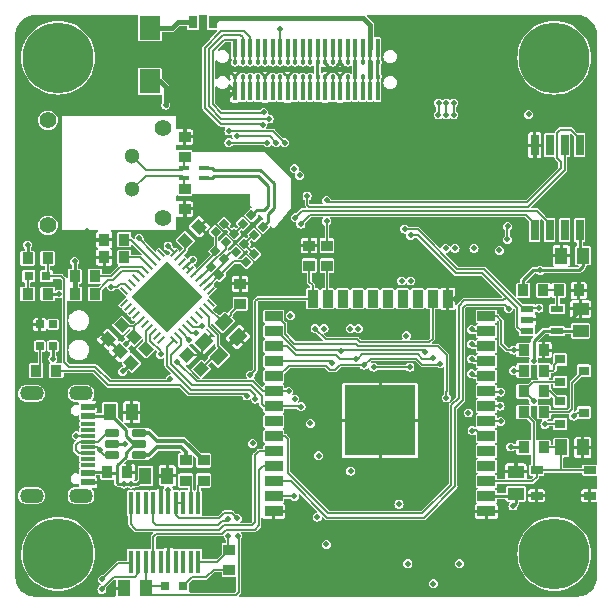
<source format=gbr>
%TF.GenerationSoftware,KiCad,Pcbnew,7.0.7*%
%TF.CreationDate,2024-01-21T18:01:16-05:00*%
%TF.ProjectId,Forerunner-Cubic-Mainboard,466f7265-7275-46e6-9e65-722d43756269,rev?*%
%TF.SameCoordinates,Original*%
%TF.FileFunction,Copper,L1,Top*%
%TF.FilePolarity,Positive*%
%FSLAX46Y46*%
G04 Gerber Fmt 4.6, Leading zero omitted, Abs format (unit mm)*
G04 Created by KiCad (PCBNEW 7.0.7) date 2024-01-21 18:01:16*
%MOMM*%
%LPD*%
G01*
G04 APERTURE LIST*
G04 Aperture macros list*
%AMRoundRect*
0 Rectangle with rounded corners*
0 $1 Rounding radius*
0 $2 $3 $4 $5 $6 $7 $8 $9 X,Y pos of 4 corners*
0 Add a 4 corners polygon primitive as box body*
4,1,4,$2,$3,$4,$5,$6,$7,$8,$9,$2,$3,0*
0 Add four circle primitives for the rounded corners*
1,1,$1+$1,$2,$3*
1,1,$1+$1,$4,$5*
1,1,$1+$1,$6,$7*
1,1,$1+$1,$8,$9*
0 Add four rect primitives between the rounded corners*
20,1,$1+$1,$2,$3,$4,$5,0*
20,1,$1+$1,$4,$5,$6,$7,0*
20,1,$1+$1,$6,$7,$8,$9,0*
20,1,$1+$1,$8,$9,$2,$3,0*%
%AMRotRect*
0 Rectangle, with rotation*
0 The origin of the aperture is its center*
0 $1 length*
0 $2 width*
0 $3 Rotation angle, in degrees counterclockwise*
0 Add horizontal line*
21,1,$1,$2,0,0,$3*%
%AMFreePoly0*
4,1,13,0.080902,1.258779,0.100000,1.200000,0.100000,0.800000,0.200000,0.800000,0.200000,-0.800000,-0.200000,-0.800000,-0.200000,0.800000,-0.100000,0.800000,-0.100000,1.200000,-0.080902,1.258779,-0.030902,1.295106,0.030902,1.295106,0.080902,1.258779,0.080902,1.258779,$1*%
%AMFreePoly1*
4,1,13,0.200000,-0.800000,0.100000,-0.800000,0.100000,-1.200000,0.080902,-1.258779,0.030902,-1.295106,-0.030902,-1.295106,-0.080902,-1.258779,-0.100000,-1.200000,-0.100000,-0.800000,-0.200000,-0.800000,-0.200000,0.800000,0.200000,0.800000,0.200000,-0.800000,0.200000,-0.800000,$1*%
G04 Aperture macros list end*
%TA.AperFunction,SMDPad,CuDef*%
%ADD10R,1.100000X0.600000*%
%TD*%
%TA.AperFunction,SMDPad,CuDef*%
%ADD11R,0.950000X1.000000*%
%TD*%
%TA.AperFunction,SMDPad,CuDef*%
%ADD12R,0.762000X1.090000*%
%TD*%
%TA.AperFunction,SMDPad,CuDef*%
%ADD13R,1.000000X0.700000*%
%TD*%
%TA.AperFunction,SMDPad,CuDef*%
%ADD14RotRect,0.600000X0.700000X45.000000*%
%TD*%
%TA.AperFunction,ComponentPad*%
%ADD15C,6.000000*%
%TD*%
%TA.AperFunction,SMDPad,CuDef*%
%ADD16R,0.414000X1.970000*%
%TD*%
%TA.AperFunction,SMDPad,CuDef*%
%ADD17R,1.000000X0.950000*%
%TD*%
%TA.AperFunction,SMDPad,CuDef*%
%ADD18R,1.800000X2.000000*%
%TD*%
%TA.AperFunction,SMDPad,CuDef*%
%ADD19RotRect,1.300000X1.050000X45.000000*%
%TD*%
%TA.AperFunction,SMDPad,CuDef*%
%ADD20R,1.150000X0.600000*%
%TD*%
%TA.AperFunction,SMDPad,CuDef*%
%ADD21R,1.150000X0.300000*%
%TD*%
%TA.AperFunction,ComponentPad*%
%ADD22RoundRect,0.540000X-0.460000X0.060000X-0.460000X-0.060000X0.460000X-0.060000X0.460000X0.060000X0*%
%TD*%
%TA.AperFunction,SMDPad,CuDef*%
%ADD23R,1.050000X1.400000*%
%TD*%
%TA.AperFunction,SMDPad,CuDef*%
%ADD24R,0.800000X0.800000*%
%TD*%
%TA.AperFunction,SMDPad,CuDef*%
%ADD25RotRect,0.600000X0.700000X315.000000*%
%TD*%
%TA.AperFunction,SMDPad,CuDef*%
%ADD26RotRect,0.203200X0.762000X225.000000*%
%TD*%
%TA.AperFunction,SMDPad,CuDef*%
%ADD27RotRect,0.203200X0.762000X135.000000*%
%TD*%
%TA.AperFunction,SMDPad,CuDef*%
%ADD28RotRect,4.241800X4.241800X135.000000*%
%TD*%
%TA.AperFunction,SMDPad,CuDef*%
%ADD29R,0.900000X0.800000*%
%TD*%
%TA.AperFunction,SMDPad,CuDef*%
%ADD30R,0.700000X1.800000*%
%TD*%
%TA.AperFunction,SMDPad,CuDef*%
%ADD31R,1.400000X1.050000*%
%TD*%
%TA.AperFunction,ComponentPad*%
%ADD32C,1.300000*%
%TD*%
%TA.AperFunction,ComponentPad*%
%ADD33C,1.400000*%
%TD*%
%TA.AperFunction,SMDPad,CuDef*%
%ADD34RotRect,0.950000X1.000000X45.000000*%
%TD*%
%TA.AperFunction,SMDPad,CuDef*%
%ADD35R,0.900000X0.400000*%
%TD*%
%TA.AperFunction,SMDPad,CuDef*%
%ADD36R,0.700000X0.700000*%
%TD*%
%TA.AperFunction,SMDPad,CuDef*%
%ADD37R,1.500000X0.900000*%
%TD*%
%TA.AperFunction,SMDPad,CuDef*%
%ADD38R,0.900000X1.500000*%
%TD*%
%TA.AperFunction,SMDPad,CuDef*%
%ADD39R,6.000000X6.000000*%
%TD*%
%TA.AperFunction,SMDPad,CuDef*%
%ADD40RotRect,0.950000X1.000000X225.000000*%
%TD*%
%TA.AperFunction,ComponentPad*%
%ADD41C,0.457200*%
%TD*%
%TA.AperFunction,SMDPad,CuDef*%
%ADD42FreePoly0,0.000000*%
%TD*%
%TA.AperFunction,SMDPad,CuDef*%
%ADD43FreePoly1,0.000000*%
%TD*%
%TA.AperFunction,SMDPad,CuDef*%
%ADD44RoundRect,0.050000X-0.550000X-0.250000X0.550000X-0.250000X0.550000X0.250000X-0.550000X0.250000X0*%
%TD*%
%TA.AperFunction,SMDPad,CuDef*%
%ADD45RotRect,0.950000X1.000000X315.000000*%
%TD*%
%TA.AperFunction,ViaPad*%
%ADD46C,0.508000*%
%TD*%
%TA.AperFunction,Conductor*%
%ADD47C,0.250000*%
%TD*%
%TA.AperFunction,Conductor*%
%ADD48C,0.152400*%
%TD*%
%TA.AperFunction,Conductor*%
%ADD49C,0.254000*%
%TD*%
%TA.AperFunction,Conductor*%
%ADD50C,0.381000*%
%TD*%
%TA.AperFunction,Conductor*%
%ADD51C,0.200000*%
%TD*%
%TA.AperFunction,Conductor*%
%ADD52C,0.323800*%
%TD*%
%TA.AperFunction,Conductor*%
%ADD53C,0.127000*%
%TD*%
G04 APERTURE END LIST*
D10*
%TO.P,U8,1,SCL*%
%TO.N,/Data_Storage/I2C.SCL*%
X43700000Y24750000D03*
%TO.P,U8,2,GND*%
%TO.N,GND*%
X43700000Y23800000D03*
%TO.P,U8,3,SDA*%
%TO.N,/Data_Storage/I2C.SDA*%
X43700000Y22850000D03*
%TO.P,U8,4,VCC*%
%TO.N,+3V3*%
X46250000Y22850000D03*
%TO.P,U8,5,WP*%
%TO.N,Net-(U8-WP)*%
X46250000Y24750000D03*
%TD*%
D11*
%TO.P,C20,1*%
%TO.N,GND*%
X7900000Y29100000D03*
%TO.P,C20,2*%
%TO.N,+1V1*%
X9600000Y29100000D03*
%TD*%
D12*
%TO.P,F2,1*%
%TO.N,Net-(F2-Pad1)*%
X15400000Y49000000D03*
%TO.P,F2,2*%
%TO.N,+24V*%
X17100000Y49000000D03*
%TD*%
D13*
%TO.P,SW1,1,1*%
%TO.N,GND*%
X49000000Y8925000D03*
%TO.P,SW1,2,2*%
X44500000Y8925000D03*
%TO.P,SW1,3,3*%
%TO.N,/ESP-32_Core/~{RESET}*%
X49000000Y11075000D03*
%TO.P,SW1,4,4*%
X44500000Y11075000D03*
%TD*%
D11*
%TO.P,R21,1*%
%TO.N,/SPE-PoDL_Interface/~{INT}-ADIN1110*%
X7100000Y27500000D03*
%TO.P,R21,2*%
%TO.N,+3V3*%
X5400000Y27500000D03*
%TD*%
D14*
%TO.P,R27,1*%
%TO.N,/SPE-PoDL_Interface/RX_N*%
X19046447Y29546447D03*
%TO.P,R27,2*%
%TO.N,Net-(C26-Pad1)*%
X19753553Y30253553D03*
%TD*%
D15*
%TO.P,MH3,1,1*%
%TO.N,unconnected-(MH3-Pad1)*%
X46000000Y4000000D03*
%TD*%
D16*
%TO.P,U5,1,~{DTR}*%
%TO.N,/ESP-32_Core/~{DTR}*%
X10142500Y3330000D03*
%TO.P,U5,2,~{RTS}*%
%TO.N,/ESP-32_Core/~{RTS}*%
X10777500Y3330000D03*
%TO.P,U5,3,VCCIO*%
%TO.N,/USB_Input/3V3_FTDI*%
X11412500Y3330000D03*
%TO.P,U5,4,RXD*%
%TO.N,/ESP-32_Core/UART0.TXD*%
X12047500Y3330000D03*
%TO.P,U5,5,~{RI}*%
%TO.N,unconnected-(U5-~{RI}-Pad5)*%
X12682500Y3330000D03*
%TO.P,U5,6,GND*%
%TO.N,GND*%
X13317500Y3330000D03*
%TO.P,U5,7,~{DSR}*%
%TO.N,unconnected-(U5-~{DSR}-Pad7)*%
X13952500Y3330000D03*
%TO.P,U5,8,~{DCD}*%
%TO.N,unconnected-(U5-~{DCD}-Pad8)*%
X14587500Y3330000D03*
%TO.P,U5,9,~{CTS}*%
%TO.N,unconnected-(U5-~{CTS}-Pad9)*%
X15222500Y3330000D03*
%TO.P,U5,10,CBUS2*%
%TO.N,/USB_Input/~{FTDI-LED}*%
X15857500Y3330000D03*
%TO.P,U5,11,USBD_P*%
%TO.N,/USB_Input/D+*%
X15857500Y8270000D03*
%TO.P,U5,12,USBD_N*%
%TO.N,/USB_Input/D-*%
X15222500Y8270000D03*
%TO.P,U5,13,3V3OUT*%
%TO.N,/USB_Input/3V3_FTDI*%
X14587500Y8270000D03*
%TO.P,U5,14,~{RESET}*%
X13952500Y8270000D03*
%TO.P,U5,15,VCC*%
%TO.N,+VUSB*%
X13317500Y8270000D03*
%TO.P,U5,16,GND*%
%TO.N,GND*%
X12682500Y8270000D03*
%TO.P,U5,17,CBUS1*%
%TO.N,/USB_Input/~{FTDI-LED}*%
X12047500Y8270000D03*
%TO.P,U5,18,CBUS0*%
%TO.N,unconnected-(U5-CBUS0-Pad18)*%
X11412500Y8270000D03*
%TO.P,U5,19,CBUS3*%
%TO.N,unconnected-(U5-CBUS3-Pad19)*%
X10777500Y8270000D03*
%TO.P,U5,20,TXD*%
%TO.N,/ESP-32_Core/UART0.RXD*%
X10142500Y8270000D03*
%TD*%
D11*
%TO.P,R22,1*%
%TO.N,/SPE-PoDL_Interface/TEST1*%
X7100000Y26000000D03*
%TO.P,R22,2*%
%TO.N,+3V3*%
X5400000Y26000000D03*
%TD*%
D17*
%TO.P,D8,1*%
%TO.N,GND*%
X14700000Y39300000D03*
%TO.P,D8,2*%
%TO.N,/SPE-PoDL_Interface/BI_DA-*%
X14700000Y37600000D03*
%TD*%
%TO.P,R17,1*%
%TO.N,/USB_Input/ESD_D-*%
X14800000Y11900000D03*
%TO.P,R17,2*%
%TO.N,/USB_Input/D-*%
X14800000Y10200000D03*
%TD*%
D18*
%TO.P,L2,1*%
%TO.N,Net-(F2-Pad1)*%
X11750000Y48500000D03*
%TO.P,L2,2*%
%TO.N,/SPE-PoDL_Interface/BI_DA+*%
X11750000Y44000000D03*
%TD*%
D11*
%TO.P,R7,1*%
%TO.N,GND*%
X45100000Y21250000D03*
%TO.P,R7,2*%
%TO.N,/ESP-32_Core/PIEZO*%
X43400000Y21250000D03*
%TD*%
D19*
%TO.P,X1,1,1*%
%TO.N,/SPE-PoDL_Interface/XTAL-I*%
X17605546Y20718109D03*
%TO.P,X1,2,2*%
%TO.N,GND*%
X19231891Y22344454D03*
%TO.P,X1,3,3*%
%TO.N,/SPE-PoDL_Interface/XTAL-O*%
X17994454Y23581891D03*
%TO.P,X1,4,4*%
%TO.N,GND*%
X16368109Y21955546D03*
%TD*%
D15*
%TO.P,MH4,1,1*%
%TO.N,unconnected-(MH4-Pad1)*%
X4000000Y4000000D03*
%TD*%
D11*
%TO.P,C22,1*%
%TO.N,GND*%
X7900000Y30600000D03*
%TO.P,C22,2*%
%TO.N,+1V1*%
X9600000Y30600000D03*
%TD*%
D17*
%TO.P,R9,1*%
%TO.N,GND*%
X25250000Y30100000D03*
%TO.P,R9,2*%
%TO.N,/ESP-32_Core/LED*%
X25250000Y28400000D03*
%TD*%
D20*
%TO.P,J1,A1/B12,GND*%
%TO.N,GND*%
X6500000Y16450000D03*
%TO.P,J1,A4/B9,VBUS*%
%TO.N,+VUSB*%
X6500000Y15650000D03*
D21*
%TO.P,J1,A5,CC1*%
%TO.N,unconnected-(J1-CC1-PadA5)*%
X6500000Y14500000D03*
%TO.P,J1,A6,DP1*%
%TO.N,/USB_Input/USB_P*%
X6500000Y13500000D03*
%TO.P,J1,A7,DN1*%
%TO.N,/USB_Input/USB_N*%
X6500000Y13000000D03*
%TO.P,J1,A8,SBU1*%
%TO.N,unconnected-(J1-SBU1-PadA8)*%
X6500000Y12000000D03*
D20*
%TO.P,J1,A9/B4,VBUS*%
%TO.N,+VUSB*%
X6500000Y10850000D03*
%TO.P,J1,A12/B1,GND*%
%TO.N,GND*%
X6500000Y10050000D03*
D21*
%TO.P,J1,B5,CC2*%
%TO.N,unconnected-(J1-CC2-PadB5)*%
X6500000Y11500000D03*
%TO.P,J1,B6,DP2*%
%TO.N,/USB_Input/USB_P*%
X6500000Y12500000D03*
%TO.P,J1,B7,BN2*%
%TO.N,/USB_Input/USB_N*%
X6500000Y14000000D03*
%TO.P,J1,B8,SBU2*%
%TO.N,unconnected-(J1-SBU2-PadB8)*%
X6500000Y15000000D03*
D22*
%TO.P,J1,MH1,SHLD*%
%TO.N,unconnected-(J1-SHLD-PadMH1)*%
X5925000Y17570000D03*
%TO.P,J1,MH2,SHLD*%
%TO.N,unconnected-(J1-SHLD-PadMH2)*%
X1745000Y17570000D03*
%TO.P,J1,MH3,SHLD*%
%TO.N,unconnected-(J1-SHLD-PadMH3)*%
X5925000Y8930000D03*
%TO.P,J1,MH4,SHLD*%
%TO.N,unconnected-(J1-SHLD-PadMH4)*%
X1745000Y8930000D03*
%TD*%
D23*
%TO.P,C13,1*%
%TO.N,GND*%
X9575000Y1100000D03*
%TO.P,C13,2*%
%TO.N,/USB_Input/3V3_FTDI*%
X11425000Y1100000D03*
%TD*%
D24*
%TO.P,D6,A,A*%
%TO.N,/USB_Input/3V3_FTDI*%
X13050000Y1300000D03*
%TO.P,D6,C,C*%
%TO.N,Net-(D6-PadC)*%
X14550000Y1300000D03*
%TD*%
D11*
%TO.P,R6,1*%
%TO.N,/ESP-32_Core/~{RESET}*%
X45100000Y13000000D03*
%TO.P,R6,2*%
%TO.N,+3V3*%
X43400000Y13000000D03*
%TD*%
D14*
%TO.P,R28,1*%
%TO.N,/SPE-PoDL_Interface/RX_P*%
X18196447Y30396447D03*
%TO.P,R28,2*%
%TO.N,Net-(C27-Pad1)*%
X18903553Y31103553D03*
%TD*%
D11*
%TO.P,R11,1*%
%TO.N,/ESP-32_Core/~{RTS}*%
X43400000Y17750000D03*
%TO.P,R11,2*%
%TO.N,Net-(Q3-B)*%
X45100000Y17750000D03*
%TD*%
%TO.P,D2,1*%
%TO.N,GND*%
X9850000Y10900000D03*
%TO.P,D2,2*%
%TO.N,+VUSB*%
X8150000Y10900000D03*
%TD*%
D25*
%TO.P,R24,1*%
%TO.N,/SPE-PoDL_Interface/TX_P*%
X17296447Y29653553D03*
%TO.P,R24,2*%
%TO.N,/SPE-PoDL_Interface/RX_N*%
X18003553Y28946447D03*
%TD*%
D17*
%TO.P,C25,1*%
%TO.N,GND*%
X19400000Y26850000D03*
%TO.P,C25,2*%
%TO.N,/SPE-PoDL_Interface/XTAL-O*%
X19400000Y25150000D03*
%TD*%
D24*
%TO.P,D7,A,A*%
%TO.N,Net-(D7-PadA)*%
X1500000Y27500000D03*
%TO.P,D7,C,C*%
%TO.N,/SPE-PoDL_Interface/SPE-LED*%
X3000000Y27500000D03*
%TD*%
D11*
%TO.P,R31,1*%
%TO.N,Net-(U8-WP)*%
X45075000Y26300000D03*
%TO.P,R31,2*%
%TO.N,+3V3*%
X43375000Y26300000D03*
%TD*%
D26*
%TO.P,U6,1,SDI*%
%TO.N,/Data_Storage/SPI1.MOSI*%
X13760389Y22057629D03*
%TO.P,U6,2,SDO/SPI-CFG0*%
%TO.N,/Data_Storage/SPI1.MISO*%
X14113944Y22411184D03*
%TO.P,U6,3,~{LED0}*%
%TO.N,/SPE-PoDL_Interface/SPE-LED*%
X14467496Y22764737D03*
%TO.P,U6,4,LINK-ST*%
%TO.N,/ESP-32_Core/SPE-LINK-STATUS*%
X14821049Y23118289D03*
%TO.P,U6,5,~{RST}*%
%TO.N,/ESP-32_Core/RST-ADIN1110*%
X15174603Y23471843D03*
%TO.P,U6,6,LED1*%
%TO.N,unconnected-(U6-LED1-Pad6)*%
X15528157Y23825397D03*
%TO.P,U6,7,CLK25REF*%
%TO.N,unconnected-(U6-CLK25REF-Pad7)*%
X15881711Y24178951D03*
%TO.P,U6,8,XTAL-I*%
%TO.N,/SPE-PoDL_Interface/XTAL-I*%
X16235263Y24532504D03*
%TO.P,U6,9,XTAL-O*%
%TO.N,/SPE-PoDL_Interface/XTAL-O*%
X16588816Y24886056D03*
%TO.P,U6,10,DNC*%
%TO.N,unconnected-(U6-DNC-Pad10)*%
X16942371Y25239611D03*
D27*
%TO.P,U6,11,DNC*%
%TO.N,unconnected-(U6-DNC-Pad11)*%
X16942371Y26260389D03*
%TO.P,U6,12,TX_N*%
%TO.N,/SPE-PoDL_Interface/TX_N*%
X16588816Y26613944D03*
%TO.P,U6,13,RX_N*%
%TO.N,/SPE-PoDL_Interface/RX_N*%
X16235263Y26967496D03*
%TO.P,U6,14,RX_P*%
%TO.N,/SPE-PoDL_Interface/RX_P*%
X15881711Y27321049D03*
%TO.P,U6,15,TX_P*%
%TO.N,/SPE-PoDL_Interface/TX_P*%
X15528157Y27674603D03*
%TO.P,U6,16,AVDDH*%
%TO.N,+3V3*%
X15174603Y28028157D03*
%TO.P,U6,17,AVDDH*%
X14821049Y28381711D03*
%TO.P,U6,18,DNC*%
%TO.N,unconnected-(U6-DNC-Pad18)*%
X14467496Y28735263D03*
%TO.P,U6,19,CEXT2*%
%TO.N,Net-(U6-CEXT2)*%
X14113944Y29088816D03*
%TO.P,U6,20,CEXT3*%
%TO.N,Net-(U6-CEXT3)*%
X13760389Y29442371D03*
D26*
%TO.P,U6,21,DNC*%
%TO.N,unconnected-(U6-DNC-Pad21)*%
X12739611Y29442371D03*
%TO.P,U6,22,AVDDL*%
%TO.N,+3V3*%
X12386056Y29088816D03*
%TO.P,U6,23,DLDO1P1*%
%TO.N,+1V1*%
X12032504Y28735263D03*
%TO.P,U6,24,DVDD1P1*%
X11678951Y28381711D03*
%TO.P,U6,25,~{INT}*%
%TO.N,/SPE-PoDL_Interface/~{INT}-ADIN1110*%
X11325397Y28028157D03*
%TO.P,U6,26,TEST1*%
%TO.N,/SPE-PoDL_Interface/TEST1*%
X10971843Y27674603D03*
%TO.P,U6,27,TEST2*%
%TO.N,unconnected-(U6-TEST2-Pad27)*%
X10618289Y27321049D03*
%TO.P,U6,28,DNC*%
%TO.N,unconnected-(U6-DNC-Pad28)*%
X10264737Y26967496D03*
%TO.P,U6,29,~{CS}*%
%TO.N,/ESP-32_Core/ADIN1110-~{CS}*%
X9911184Y26613944D03*
%TO.P,U6,30,TS-TIMER*%
%TO.N,unconnected-(U6-TS-TIMER-Pad30)*%
X9557629Y26260389D03*
D27*
%TO.P,U6,31,~{TX2P4_EN}*%
%TO.N,unconnected-(U6-~{TX2P4_EN}-Pad31)*%
X9557629Y25239611D03*
%TO.P,U6,32,DNC*%
%TO.N,unconnected-(U6-DNC-Pad32)*%
X9911184Y24886056D03*
%TO.P,U6,33,~{SWPD_EN}*%
%TO.N,unconnected-(U6-~{SWPD_EN}-Pad33)*%
X10264737Y24532504D03*
%TO.P,U6,34,DNC*%
%TO.N,unconnected-(U6-DNC-Pad34)*%
X10618289Y24178951D03*
%TO.P,U6,35,VDDIO*%
%TO.N,+3V3*%
X10971843Y23825397D03*
%TO.P,U6,36,DNC*%
%TO.N,unconnected-(U6-DNC-Pad36)*%
X11325397Y23471843D03*
%TO.P,U6,37,SPI-CFG1*%
%TO.N,/SPE-PoDL_Interface/SPI-CFG1*%
X11678951Y23118289D03*
%TO.P,U6,38,SCLK*%
%TO.N,/Data_Storage/SPI1.SCLK*%
X12032504Y22764737D03*
%TO.P,U6,39,DNC*%
%TO.N,unconnected-(U6-DNC-Pad39)*%
X12386056Y22411184D03*
%TO.P,U6,40,TS-CAPT*%
%TO.N,unconnected-(U6-TS-CAPT-Pad40)*%
X12739611Y22057629D03*
D28*
%TO.P,U6,EP,GND*%
%TO.N,GND*%
X13250000Y25750000D03*
%TD*%
D29*
%TO.P,Q3,1,B*%
%TO.N,Net-(Q3-B)*%
X46500000Y16900000D03*
%TO.P,Q3,2,E*%
%TO.N,/ESP-32_Core/~{DTR}*%
X46500000Y15000000D03*
%TO.P,Q3,3,C*%
%TO.N,/ESP-32_Core/GPIO0*%
X48500000Y15950000D03*
%TD*%
D30*
%TO.P,U7,1,~{CS}*%
%TO.N,/Data_Storage/FLASH-~{CS}*%
X48155000Y38603300D03*
%TO.P,U7,2,SDO/IO1*%
%TO.N,/Data_Storage/SPI1.MISO*%
X46885000Y38603300D03*
%TO.P,U7,3,~{WP}/IO2*%
%TO.N,unconnected-(U7-~{WP}{slash}IO2-Pad3)*%
X45615000Y38603300D03*
%TO.P,U7,4,GND*%
%TO.N,GND*%
X44345000Y38603300D03*
%TO.P,U7,5,SDI/IO0*%
%TO.N,/Data_Storage/SPI1.MOSI*%
X44345000Y31396700D03*
%TO.P,U7,6,SCLK*%
%TO.N,/Data_Storage/SPI1.SCLK*%
X45615000Y31396700D03*
%TO.P,U7,7,~{HOLD}/IO3*%
%TO.N,unconnected-(U7-~{HOLD}{slash}IO3-Pad7)*%
X46885000Y31396700D03*
%TO.P,U7,8,VCC*%
%TO.N,+3V3*%
X48155000Y31396700D03*
%TD*%
D31*
%TO.P,C2,1*%
%TO.N,GND*%
X42750000Y10925000D03*
%TO.P,C2,2*%
%TO.N,+3V3*%
X42750000Y9075000D03*
%TD*%
D17*
%TO.P,R8,1*%
%TO.N,/Data_Storage/FLASH-~{CS}*%
X26750000Y30100000D03*
%TO.P,R8,2*%
%TO.N,Net-(U1-IO15)*%
X26750000Y28400000D03*
%TD*%
D15*
%TO.P,MH1,1,1*%
%TO.N,unconnected-(MH1-Pad1)*%
X4000000Y46000000D03*
%TD*%
D32*
%TO.P,J2,1,1*%
%TO.N,/SPE-PoDL_Interface/BI_DA+*%
X10275000Y34850000D03*
%TO.P,J2,2,2*%
%TO.N,/SPE-PoDL_Interface/BI_DA-*%
X10275000Y37650000D03*
D33*
%TO.P,J2,SHLD1,SHLD1*%
%TO.N,unconnected-(J2-PadSHLD1)*%
X3125000Y31800000D03*
%TO.P,J2,SHLD2,SHLD2*%
%TO.N,unconnected-(J2-PadSHLD2)*%
X12875000Y32450000D03*
%TO.P,J2,SHLD3,SHLD3*%
%TO.N,unconnected-(J2-PadSHLD3)*%
X12875000Y40050000D03*
%TO.P,J2,SHLD4,SHLD4*%
%TO.N,Net-(J2-PadSHLD4)*%
X3125000Y40700000D03*
%TD*%
D23*
%TO.P,C9,1*%
%TO.N,GND*%
X10225000Y16000000D03*
%TO.P,C9,2*%
%TO.N,+VUSB*%
X8375000Y16000000D03*
%TD*%
D34*
%TO.P,C19,1*%
%TO.N,GND*%
X9197918Y21147918D03*
%TO.P,C19,2*%
%TO.N,+3V3*%
X10400000Y22350000D03*
%TD*%
D14*
%TO.P,R26,1*%
%TO.N,/SPE-PoDL_Interface/TX_N*%
X19896447Y28696447D03*
%TO.P,R26,2*%
%TO.N,Net-(C26-Pad1)*%
X20603553Y29403553D03*
%TD*%
D11*
%TO.P,R20,1*%
%TO.N,Net-(D7-PadA)*%
X1400000Y26000000D03*
%TO.P,R20,2*%
%TO.N,+3V3*%
X3100000Y26000000D03*
%TD*%
D35*
%TO.P,L1,1,1*%
%TO.N,/SPE-PoDL_Interface/DATA+*%
X16350000Y35850000D03*
%TO.P,L1,2,2*%
%TO.N,/SPE-PoDL_Interface/BI_DA+*%
X14650000Y35850000D03*
%TO.P,L1,3,3*%
%TO.N,/SPE-PoDL_Interface/BI_DA-*%
X14650000Y36650000D03*
%TO.P,L1,4,4*%
%TO.N,/SPE-PoDL_Interface/DATA-*%
X16350000Y36650000D03*
%TD*%
D17*
%TO.P,D9,1*%
%TO.N,GND*%
X14700000Y33200000D03*
%TO.P,D9,2*%
%TO.N,/SPE-PoDL_Interface/BI_DA+*%
X14700000Y34900000D03*
%TD*%
D14*
%TO.P,R29,1*%
%TO.N,/SPE-PoDL_Interface/TX_P*%
X17346447Y31246447D03*
%TO.P,R29,2*%
%TO.N,Net-(C27-Pad1)*%
X18053553Y31953553D03*
%TD*%
D34*
%TO.P,C18,1*%
%TO.N,GND*%
X8197918Y22147918D03*
%TO.P,C18,2*%
%TO.N,+3V3*%
X9400000Y23350000D03*
%TD*%
D36*
%TO.P,D1,1,DO*%
%TO.N,unconnected-(D1-DO-Pad1)*%
X3550000Y23415000D03*
%TO.P,D1,2,GND*%
%TO.N,GND*%
X2450000Y23415000D03*
%TO.P,D1,3,DI*%
%TO.N,Net-(D1-DI)*%
X2450000Y21585000D03*
%TO.P,D1,4,VDD*%
%TO.N,+5VB*%
X3550000Y21585000D03*
%TD*%
D37*
%TO.P,U1,1,GND*%
%TO.N,GND*%
X40250000Y7590000D03*
%TO.P,U1,2,3V3*%
%TO.N,+3V3*%
X40250000Y8860000D03*
%TO.P,U1,3,EN*%
%TO.N,/ESP-32_Core/~{RESET}*%
X40250000Y10130000D03*
%TO.P,U1,4,SENSOR_VP*%
%TO.N,unconnected-(U1-SENSOR_VP-Pad4)*%
X40250000Y11400000D03*
%TO.P,U1,5,SENSOR_VN*%
%TO.N,unconnected-(U1-SENSOR_VN-Pad5)*%
X40250000Y12670000D03*
%TO.P,U1,6,IO34*%
%TO.N,Net-(U1-IO34)*%
X40250000Y13940000D03*
%TO.P,U1,7,IO35*%
%TO.N,Net-(U1-IO35)*%
X40250000Y15210000D03*
%TO.P,U1,8,IO32*%
%TO.N,Net-(U1-IO32)*%
X40250000Y16480000D03*
%TO.P,U1,9,IO33*%
%TO.N,Net-(U1-IO33)*%
X40250000Y17750000D03*
%TO.P,U1,10,IO25*%
%TO.N,Net-(U1-IO25)*%
X40250000Y19020000D03*
%TO.P,U1,11,IO26*%
%TO.N,Net-(U1-IO26)*%
X40250000Y20290000D03*
%TO.P,U1,12,IO27*%
%TO.N,Net-(U1-IO27)*%
X40250000Y21560000D03*
%TO.P,U1,13,IO14*%
%TO.N,Net-(U1-IO14)*%
X40250000Y22830000D03*
%TO.P,U1,14,IO12*%
%TO.N,/ESP-32_Core/PIEZO*%
X40250000Y24100000D03*
D38*
%TO.P,U1,15,GND*%
%TO.N,GND*%
X36965000Y25590000D03*
%TO.P,U1,16,IO13*%
%TO.N,/ESP-32_Core/ADIN1110-~{CS}*%
X35695000Y25590000D03*
%TO.P,U1,17,SHD/SD2\u002A*%
%TO.N,unconnected-(U1-SHD{slash}SD2\u002A-Pad17)*%
X34425000Y25590000D03*
%TO.P,U1,18,SWP/SD3\u002A*%
%TO.N,unconnected-(U1-SWP{slash}SD3\u002A-Pad18)*%
X33155000Y25590000D03*
%TO.P,U1,19,SCS/CMD\u002A*%
%TO.N,unconnected-(U1-SCS{slash}CMD\u002A-Pad19)*%
X31885000Y25590000D03*
%TO.P,U1,20,SCK/CLK\u002A*%
%TO.N,unconnected-(U1-SCK{slash}CLK\u002A-Pad20)*%
X30615000Y25590000D03*
%TO.P,U1,21,SDO/SD0\u002A*%
%TO.N,unconnected-(U1-SDO{slash}SD0\u002A-Pad21)*%
X29345000Y25590000D03*
%TO.P,U1,22,SDI/SD1\u002A*%
%TO.N,unconnected-(U1-SDI{slash}SD1\u002A-Pad22)*%
X28075000Y25590000D03*
%TO.P,U1,23,IO15*%
%TO.N,Net-(U1-IO15)*%
X26805000Y25590000D03*
%TO.P,U1,24,IO2*%
%TO.N,/ESP-32_Core/LED*%
X25535000Y25590000D03*
D37*
%TO.P,U1,25,IO0*%
%TO.N,/ESP-32_Core/GPIO0*%
X22250000Y24100000D03*
%TO.P,U1,26,IO4*%
%TO.N,/ESP-32_Core/SR-~{EN}*%
X22250000Y22830000D03*
%TO.P,U1,27,IO16*%
%TO.N,/ESP-32_Core/SRCLK*%
X22250000Y21560000D03*
%TO.P,U1,28,IO17*%
%TO.N,/ESP-32_Core/SRDATA*%
X22250000Y20290000D03*
%TO.P,U1,29,I05*%
%TO.N,/ESP-32_Core/~{SRCLR}*%
X22250000Y19020000D03*
%TO.P,U1,30,IO18*%
%TO.N,/Data_Storage/SPI1.SCLK*%
X22250000Y17750000D03*
%TO.P,U1,31,IO19*%
%TO.N,/Data_Storage/SPI1.MISO*%
X22250000Y16480000D03*
%TO.P,U1,32,NC*%
%TO.N,unconnected-(U1-NC-Pad32)*%
X22250000Y15210000D03*
%TO.P,U1,33,IO21*%
%TO.N,/Data_Storage/I2C.SDA*%
X22250000Y13940000D03*
%TO.P,U1,34,RXD0*%
%TO.N,/ESP-32_Core/UART0.RXD*%
X22250000Y12670000D03*
%TO.P,U1,35,TXD0*%
%TO.N,/ESP-32_Core/UART0.TXD*%
X22250000Y11400000D03*
%TO.P,U1,36,IO22*%
%TO.N,/Data_Storage/I2C.SCL*%
X22250000Y10130000D03*
%TO.P,U1,37,IO23*%
%TO.N,/Data_Storage/SPI1.MOSI*%
X22250000Y8860000D03*
%TO.P,U1,38,GND*%
%TO.N,GND*%
X22250000Y7590000D03*
D39*
%TO.P,U1,EP,GND@PAD*%
X31250000Y15290000D03*
%TD*%
D14*
%TO.P,C26,1*%
%TO.N,Net-(C26-Pad1)*%
X20596447Y30996447D03*
%TO.P,C26,2*%
%TO.N,/SPE-PoDL_Interface/DATA-*%
X21303553Y31703553D03*
%TD*%
D40*
%TO.P,C23,1*%
%TO.N,GND*%
X15951041Y31701041D03*
%TO.P,C23,2*%
%TO.N,Net-(U6-CEXT2)*%
X14748959Y30498959D03*
%TD*%
D11*
%TO.P,R32,1*%
%TO.N,GND*%
X48075000Y26300000D03*
%TO.P,R32,2*%
%TO.N,Net-(U8-WP)*%
X46375000Y26300000D03*
%TD*%
D23*
%TO.P,C12,1*%
%TO.N,GND*%
X13225000Y10600000D03*
%TO.P,C12,2*%
%TO.N,+VUSB*%
X11375000Y10600000D03*
%TD*%
D41*
%TO.P,J4,1,1*%
%TO.N,/Stacking_Connector/SHLD*%
X31032500Y44400000D03*
D42*
X31032500Y43200000D03*
D43*
%TO.P,J4,2,2*%
X31032500Y46800000D03*
D41*
X31032500Y45600000D03*
%TO.P,J4,3,3*%
%TO.N,+24V*%
X30397500Y44400000D03*
D42*
X30397500Y43200000D03*
D43*
%TO.P,J4,4,4*%
X30397500Y46800000D03*
D41*
X30397500Y45600000D03*
%TO.P,J4,5,5*%
%TO.N,24V_RTN*%
X29762500Y44400000D03*
D42*
X29762500Y43200000D03*
D43*
%TO.P,J4,6,6*%
X29762500Y46800000D03*
D41*
X29762500Y45600000D03*
%TO.P,J4,7,7*%
%TO.N,/Stacking_Connector/SHLD*%
X29127500Y44400000D03*
D42*
X29127500Y43200000D03*
D43*
%TO.P,J4,8,8*%
X29127500Y46800000D03*
D41*
X29127500Y45600000D03*
%TO.P,J4,9,9*%
%TO.N,+5VB*%
X28492500Y44400000D03*
D42*
X28492500Y43200000D03*
D43*
%TO.P,J4,10,10*%
X28492500Y46800000D03*
D41*
X28492500Y45600000D03*
%TO.P,J4,11,11*%
%TO.N,GND*%
X27857500Y44400000D03*
D42*
X27857500Y43200000D03*
D43*
%TO.P,J4,12,12*%
X27857500Y46800000D03*
D41*
X27857500Y45600000D03*
%TO.P,J4,13,13*%
%TO.N,+3V3*%
X27222500Y44400000D03*
D42*
X27222500Y43200000D03*
D43*
%TO.P,J4,14,14*%
X27222500Y46800000D03*
D41*
X27222500Y45600000D03*
%TO.P,J4,15,15*%
%TO.N,GND*%
X26587500Y44400000D03*
D42*
X26587500Y43200000D03*
D43*
%TO.P,J4,16,16*%
X26587500Y46800000D03*
D41*
X26587500Y45600000D03*
%TO.P,J4,17,17*%
%TO.N,/Stacking_Connector/SHLD*%
X25952500Y44400000D03*
D42*
X25952500Y43200000D03*
D43*
%TO.P,J4,18,18*%
X25952500Y46800000D03*
D41*
X25952500Y45600000D03*
%TO.P,J4,19,19*%
%TO.N,/ESP-32_Core/NRF24-TX-~{CS}*%
X25317500Y44400000D03*
D42*
X25317500Y43200000D03*
D43*
%TO.P,J4,20,20*%
%TO.N,/ESP-32_Core/NRF24-TX-IRQ*%
X25317500Y46800000D03*
D41*
X25317500Y45600000D03*
%TO.P,J4,21,21*%
%TO.N,/ESP-32_Core/NRF24-RX-~{CS}*%
X24682500Y44400000D03*
D42*
X24682500Y43200000D03*
D43*
%TO.P,J4,22,22*%
%TO.N,/ESP-32_Core/NRF24-RX-IRQ*%
X24682500Y46800000D03*
D41*
X24682500Y45600000D03*
%TO.P,J4,23,23*%
%TO.N,/ESP-32_Core/LoRa-~{CS}*%
X24047500Y44400000D03*
D42*
X24047500Y43200000D03*
D43*
%TO.P,J4,24,24*%
%TO.N,/ESP-32_Core/LoRa-IR*%
X24047500Y46800000D03*
D41*
X24047500Y45600000D03*
%TO.P,J4,25,25*%
%TO.N,GND*%
X23412500Y44400000D03*
D42*
X23412500Y43200000D03*
D43*
%TO.P,J4,26,26*%
%TO.N,/ESP-32_Core/MAX-8Q-~{CS}*%
X23412500Y46800000D03*
D41*
X23412500Y45600000D03*
%TO.P,J4,27,27*%
%TO.N,/Data_Storage/I2C.SDA*%
X22777500Y44400000D03*
D42*
X22777500Y43200000D03*
D43*
%TO.P,J4,28,28*%
%TO.N,/ESP-32_Core/BMX160-~{CS}*%
X22777500Y46800000D03*
D41*
X22777500Y45600000D03*
%TO.P,J4,29,29*%
%TO.N,/Data_Storage/I2C.SCL*%
X22142500Y44400000D03*
D42*
X22142500Y43200000D03*
D43*
%TO.P,J4,30,30*%
%TO.N,/ESP-32_Core/H3LIS-~{CS}*%
X22142500Y46800000D03*
D41*
X22142500Y45600000D03*
%TO.P,J4,31,31*%
%TO.N,GND*%
X21507500Y44400000D03*
D42*
X21507500Y43200000D03*
D43*
%TO.P,J4,32,32*%
%TO.N,/ESP-32_Core/MAGNETOMETER-~{CS}*%
X21507500Y46800000D03*
D41*
X21507500Y45600000D03*
%TO.P,J4,33,33*%
%TO.N,/Data_Storage/SPI1.MISO*%
X20872500Y44400000D03*
D42*
X20872500Y43200000D03*
D43*
%TO.P,J4,34,34*%
%TO.N,/ESP-32_Core/ADS1148-FS-~{CS}*%
X20872500Y46800000D03*
D41*
X20872500Y45600000D03*
%TO.P,J4,35,35*%
%TO.N,/Data_Storage/SPI1.MOSI*%
X20237500Y44400000D03*
D42*
X20237500Y43200000D03*
D43*
%TO.P,J4,36,36*%
%TO.N,/ESP-32_Core/MAX31856-1-~{CS}*%
X20237500Y46800000D03*
D41*
X20237500Y45600000D03*
%TO.P,J4,37,37*%
%TO.N,/Data_Storage/SPI1.SCLK*%
X19602500Y44400000D03*
D42*
X19602500Y43200000D03*
D43*
%TO.P,J4,38,38*%
%TO.N,/ESP-32_Core/MAX31856-2-~{CS}*%
X19602500Y46800000D03*
D41*
X19602500Y45600000D03*
%TO.P,J4,39,39*%
%TO.N,GND*%
X18967500Y44400000D03*
D42*
X18967500Y43200000D03*
D43*
%TO.P,J4,40,40*%
%TO.N,/ESP-32_Core/CONFIG-EXP-~{CS}*%
X18967500Y46800000D03*
D41*
X18967500Y45600000D03*
%TD*%
D17*
%TO.P,R16,1*%
%TO.N,/USB_Input/ESD_D+*%
X16300000Y11900000D03*
%TO.P,R16,2*%
%TO.N,/USB_Input/D+*%
X16300000Y10200000D03*
%TD*%
D23*
%TO.P,C30,1*%
%TO.N,GND*%
X46575000Y29250000D03*
%TO.P,C30,2*%
%TO.N,+3V3*%
X48425000Y29250000D03*
%TD*%
D25*
%TO.P,R25,1*%
%TO.N,/SPE-PoDL_Interface/RX_P*%
X16946447Y28303553D03*
%TO.P,R25,2*%
%TO.N,/SPE-PoDL_Interface/TX_N*%
X17653553Y27596447D03*
%TD*%
D44*
%TO.P,D3,1,I01*%
%TO.N,/USB_Input/USB_P*%
X8525000Y14250000D03*
%TO.P,D3,2,GND*%
%TO.N,GND*%
X8525000Y13300000D03*
%TO.P,D3,3,IO2*%
%TO.N,/USB_Input/USB_N*%
X8525000Y12350000D03*
%TO.P,D3,4,I02*%
%TO.N,/USB_Input/ESD_D-*%
X10825000Y12350000D03*
%TO.P,D3,5,VBUS*%
%TO.N,+VUSB*%
X10825000Y13300000D03*
%TO.P,D3,6,I01*%
%TO.N,/USB_Input/ESD_D+*%
X10825000Y14250000D03*
%TD*%
D17*
%TO.P,R18,1*%
%TO.N,/USB_Input/~{FTDI-LED}*%
X18500000Y4350000D03*
%TO.P,R18,2*%
%TO.N,Net-(D6-PadC)*%
X18500000Y2650000D03*
%TD*%
D40*
%TO.P,R23,1*%
%TO.N,/SPE-PoDL_Interface/SPI-CFG1*%
X11401041Y21351041D03*
%TO.P,R23,2*%
%TO.N,+3V3*%
X10198959Y20148959D03*
%TD*%
D15*
%TO.P,MH2,1,1*%
%TO.N,unconnected-(MH2-Pad1)*%
X46000000Y46000000D03*
%TD*%
D11*
%TO.P,R12,1*%
%TO.N,/ESP-32_Core/~{RESET}*%
X43400000Y16000000D03*
%TO.P,R12,2*%
%TO.N,Net-(Q2-C)*%
X45100000Y16000000D03*
%TD*%
D31*
%TO.P,C31,1*%
%TO.N,GND*%
X48225000Y24725000D03*
%TO.P,C31,2*%
%TO.N,+3V3*%
X48225000Y22875000D03*
%TD*%
D11*
%TO.P,R1,1*%
%TO.N,/ESP-32_Core/LED*%
X3850000Y19500000D03*
%TO.P,R1,2*%
%TO.N,Net-(D1-DI)*%
X2150000Y19500000D03*
%TD*%
D23*
%TO.P,C1,1*%
%TO.N,/ESP-32_Core/~{RESET}*%
X46575000Y13000000D03*
%TO.P,C1,2*%
%TO.N,GND*%
X48425000Y13000000D03*
%TD*%
D11*
%TO.P,R19,1*%
%TO.N,/SPE-PoDL_Interface/SPE-LED*%
X3100000Y29000000D03*
%TO.P,R19,2*%
%TO.N,+3V3*%
X1400000Y29000000D03*
%TD*%
D14*
%TO.P,C27,1*%
%TO.N,Net-(C27-Pad1)*%
X19646447Y31946447D03*
%TO.P,C27,2*%
%TO.N,/SPE-PoDL_Interface/DATA+*%
X20353553Y32653553D03*
%TD*%
D11*
%TO.P,R10,1*%
%TO.N,/ESP-32_Core/~{DTR}*%
X43400000Y19500000D03*
%TO.P,R10,2*%
%TO.N,Net-(Q2-B)*%
X45100000Y19500000D03*
%TD*%
D29*
%TO.P,Q2,1,B*%
%TO.N,Net-(Q2-B)*%
X46500000Y20450000D03*
%TO.P,Q2,2,E*%
%TO.N,/ESP-32_Core/~{RTS}*%
X46500000Y18550000D03*
%TO.P,Q2,3,C*%
%TO.N,Net-(Q2-C)*%
X48500000Y19500000D03*
%TD*%
D45*
%TO.P,C24,1*%
%TO.N,GND*%
X14898959Y20851041D03*
%TO.P,C24,2*%
%TO.N,/SPE-PoDL_Interface/XTAL-I*%
X16101041Y19648959D03*
%TD*%
D46*
%TO.N,GND*%
X7850000Y9850000D03*
X12450000Y10600000D03*
X6400000Y29100000D03*
X16978502Y4200000D03*
X14700000Y40300000D03*
X48450000Y14600000D03*
X9961727Y11638273D03*
X6400000Y30650000D03*
X19500000Y20550000D03*
X41750000Y7500000D03*
X48750000Y8000000D03*
X6400000Y31350000D03*
X25100000Y1700000D03*
X22500000Y29950000D03*
X35100000Y15300000D03*
X32550000Y31500000D03*
X8250000Y20200000D03*
X31250000Y19150000D03*
X46500000Y23750000D03*
X3900000Y17400000D03*
X14250000Y25750000D03*
X37220300Y23000000D03*
X7650000Y6600000D03*
X44300000Y37000000D03*
X1200000Y37500000D03*
X25250000Y31000000D03*
X7900000Y17400000D03*
X38250000Y12000000D03*
X32200000Y11800000D03*
X37950000Y3900000D03*
X16700000Y8950000D03*
X6400000Y29850000D03*
X23500000Y18750000D03*
X15800000Y1100000D03*
X27000000Y5500000D03*
X20697818Y16392507D03*
X29000000Y40450000D03*
X48075000Y27425000D03*
X11400000Y16000000D03*
X16206575Y20783297D03*
X21600000Y2950000D03*
X31250000Y11400000D03*
X31400000Y3464700D03*
X23659900Y23000000D03*
X18350000Y26850000D03*
X2500000Y24250000D03*
X14700000Y32200000D03*
X47300000Y11650000D03*
X16900000Y32400000D03*
X9623718Y13297172D03*
X26500000Y41450000D03*
X38119006Y42176500D03*
X37613100Y25600000D03*
X38124691Y41161500D03*
X18300000Y21700000D03*
X13250000Y25750000D03*
X46750000Y10000000D03*
X26903502Y16500000D03*
X12350000Y30750000D03*
X42000000Y48950000D03*
X7500000Y42450000D03*
X42600000Y12000000D03*
X36900000Y1482100D03*
X35600000Y16600000D03*
X8000000Y24450000D03*
X16300000Y32900000D03*
X12250000Y25750000D03*
X46572851Y21706700D03*
X31070000Y24370000D03*
X8250000Y27956700D03*
X29000000Y3750000D03*
X45150000Y29250000D03*
X45000000Y23750000D03*
X8400000Y1000000D03*
X41500000Y42250000D03*
X3900000Y9450000D03*
X26900000Y14750000D03*
X18300000Y19350000D03*
X44250000Y8000000D03*
X7500000Y48950000D03*
X7650000Y7850000D03*
X40250000Y4250000D03*
X18300000Y11700000D03*
%TO.N,+VUSB*%
X9550000Y9900000D03*
X10200000Y9900000D03*
X13317500Y9429235D03*
%TO.N,/USB_Input/3V3_FTDI*%
X19176498Y7000000D03*
X19200000Y5500000D03*
%TO.N,+3V3*%
X15378221Y28871779D03*
X4043300Y26000000D03*
X10850000Y30700000D03*
X28750000Y11000000D03*
X44800000Y28000000D03*
X25337000Y15050000D03*
X26700000Y4800000D03*
X5400000Y28750000D03*
X9777848Y21777848D03*
X1400000Y30150000D03*
X25950000Y7100000D03*
X44250000Y20350000D03*
X42300000Y13050000D03*
X42500000Y8050000D03*
X9450000Y19450000D03*
%TO.N,/SPE-PoDL_Interface/BI_DA+*%
X13100000Y42000000D03*
%TO.N,/USB_Input/USB_N*%
X5525202Y14005796D03*
X7516446Y12753870D03*
%TO.N,+5VB*%
X20450000Y13350000D03*
X3550000Y20500000D03*
X43828502Y41200000D03*
X26044000Y12300000D03*
%TO.N,/SPE-PoDL_Interface/SPE-LED*%
X15100000Y22100000D03*
X13500000Y18800000D03*
%TO.N,/Data_Storage/SPI1.MOSI*%
X24540600Y31915525D03*
X20694100Y17100000D03*
X24000000Y8850000D03*
X33600000Y3150000D03*
X24009997Y17100000D03*
%TO.N,/Data_Storage/SPI1.SCLK*%
X12670300Y20900000D03*
X24070427Y32444200D03*
X14082100Y20273739D03*
X23500000Y17750000D03*
X35750000Y1482100D03*
%TO.N,/Data_Storage/SPI1.MISO*%
X25070300Y34300000D03*
X24550000Y16450000D03*
X37950000Y3150000D03*
%TO.N,/ESP-32_Core/NRF24-TX-~{CS}*%
X42025445Y30625445D03*
X42050000Y31729700D03*
%TO.N,/ESP-32_Core/NRF24-TX-IRQ*%
X36800000Y29850000D03*
X36184994Y41161500D03*
X36200000Y42176500D03*
%TO.N,/ESP-32_Core/NRF24-RX-IRQ*%
X36850000Y42176500D03*
X37600000Y29850000D03*
X36855685Y41161500D03*
%TO.N,/ESP-32_Core/LoRa-IR*%
X37490188Y41161500D03*
X37484503Y42176500D03*
X39200000Y29850000D03*
%TO.N,/ESP-32_Core/MAX-8Q-~{CS}*%
X23997068Y36593518D03*
%TO.N,/ESP-32_Core/BMX160-~{CS}*%
X24450000Y36050000D03*
X22800000Y48429700D03*
%TO.N,/Data_Storage/CARD-~{CS}*%
X33082100Y27100000D03*
X32850000Y8200000D03*
X33462285Y22462300D03*
%TO.N,/ESP-32_Core/MAGNETOMETER-~{CS}*%
X18450000Y39800000D03*
X23163919Y38800730D03*
%TO.N,/ESP-32_Core/ADS1148-FS-~{CS}*%
X19118346Y39329289D03*
X22449555Y38799555D03*
%TO.N,/ESP-32_Core/MAX31856-1-~{CS}*%
X21300000Y40320300D03*
%TO.N,/ESP-32_Core/MAX31856-2-~{CS}*%
X21850128Y40820731D03*
%TO.N,/ESP-32_Core/CONFIG-EXP-~{CS}*%
X21387972Y41379700D03*
%TO.N,/ESP-32_Core/H3LIS-~{CS}*%
X21700000Y38800000D03*
X18450000Y38800000D03*
%TO.N,/ESP-32_Core/~{RTS}*%
X44250000Y16900000D03*
X7692497Y1000000D03*
%TO.N,/ESP-32_Core/~{DTR}*%
X7725537Y1824463D03*
X45200000Y14950000D03*
X42550000Y19500000D03*
%TO.N,/ESP-32_Core/GPIO0*%
X36850000Y17200000D03*
X38725000Y15925000D03*
X47653282Y15654172D03*
%TO.N,/USB_Input/~{FTDI-LED}*%
X18400000Y5517900D03*
X18400000Y6929700D03*
%TO.N,/ESP-32_Core/LED*%
X19975445Y17370300D03*
X20265368Y19134500D03*
%TO.N,/ESP-32_Core/PIEZO*%
X42550000Y21250000D03*
%TO.N,/ESP-32_Core/RST-ADIN1110*%
X23650000Y24150000D03*
X29400000Y23050000D03*
X16200000Y23250000D03*
X33850000Y27100000D03*
%TO.N,/Data_Storage/FLASH-~{CS}*%
X26724300Y32165500D03*
X26724300Y33929700D03*
%TO.N,/ESP-32_Core/ADIN1110-~{CS}*%
X25750000Y23050000D03*
X8500000Y26617900D03*
%TO.N,Net-(U6-CEXT3)*%
X13300000Y30050000D03*
%TO.N,/ESP-32_Core/SPE-LINK-STATUS*%
X15691527Y22678247D03*
X41350000Y29700000D03*
X26500000Y23050000D03*
X28725000Y23050000D03*
%TO.N,Net-(U1-IO33)*%
X41450000Y17700000D03*
%TO.N,Net-(U1-IO32)*%
X41400000Y16500000D03*
%TO.N,Net-(U1-IO35)*%
X41450000Y15200000D03*
%TO.N,Net-(U1-IO34)*%
X39046611Y14424300D03*
%TO.N,Net-(U1-IO25)*%
X39000000Y19250000D03*
%TO.N,Net-(U1-IO26)*%
X39000000Y20500000D03*
%TO.N,Net-(U1-IO27)*%
X39000000Y21750000D03*
%TO.N,Net-(U1-IO14)*%
X39000000Y23000000D03*
%TO.N,/ESP-32_Core/SR-~{EN}*%
X27900000Y21200000D03*
X35050000Y21050500D03*
%TO.N,/ESP-32_Core/SRCLK*%
X35700000Y20550000D03*
X29200000Y20529700D03*
%TO.N,/ESP-32_Core/SRDATA*%
X27204815Y20113095D03*
%TO.N,/ESP-32_Core/~{SRCLR}*%
X36350000Y20100000D03*
X29900000Y19970300D03*
%TO.N,Net-(U2-QH')*%
X30700000Y19800000D03*
X33775289Y19800000D03*
%TO.N,/Data_Storage/I2C.SDA*%
X33850000Y30950000D03*
%TO.N,/Data_Storage/I2C.SCL*%
X42136900Y24766152D03*
X33320300Y31498654D03*
X44700000Y24800000D03*
%TD*%
D47*
%TO.N,GND*%
X9620890Y13300000D02*
X8525000Y13300000D01*
D48*
X16206575Y21794012D02*
X16368109Y21955546D01*
X25250000Y31000000D02*
X25250000Y30100000D01*
D47*
X14700000Y39300000D02*
X14700000Y40300000D01*
X7850000Y9850000D02*
X7650000Y10050000D01*
D49*
X12400000Y9800000D02*
X12682500Y9517500D01*
D47*
X7900000Y17400000D02*
X6950000Y16450000D01*
D48*
X18300000Y26800000D02*
X18350000Y26850000D01*
D49*
X6450000Y30600000D02*
X6400000Y30650000D01*
D47*
X14700000Y33200000D02*
X14700000Y32200000D01*
X6950000Y16450000D02*
X6500000Y16450000D01*
D48*
X16206575Y20783297D02*
X16206575Y21794012D01*
X9575000Y1000000D02*
X8400000Y1000000D01*
X19231891Y22344454D02*
X18944454Y22344454D01*
X18944454Y22344454D02*
X18300000Y21700000D01*
X16368109Y21314609D02*
X16368109Y21955546D01*
D49*
X44345000Y37045000D02*
X44300000Y37000000D01*
X48075000Y27425000D02*
X48075000Y26300000D01*
X37603100Y25590000D02*
X36965000Y25590000D01*
X47250000Y23750000D02*
X47000000Y23750000D01*
X12400000Y10550000D02*
X12400000Y9800000D01*
X42750000Y10925000D02*
X42750000Y11850000D01*
D48*
X44500000Y8250000D02*
X44250000Y8000000D01*
X44950000Y23800000D02*
X45000000Y23750000D01*
X44500000Y8925000D02*
X44500000Y8250000D01*
X46575000Y29250000D02*
X45150000Y29250000D01*
X16587302Y4591200D02*
X16978502Y4200000D01*
X49000000Y8250000D02*
X48750000Y8000000D01*
D49*
X41660000Y7590000D02*
X41750000Y7500000D01*
D47*
X9623718Y13297172D02*
X9620890Y13300000D01*
D49*
X2450000Y23415000D02*
X2450000Y24200000D01*
D48*
X49000000Y8925000D02*
X49000000Y8250000D01*
D49*
X47000000Y23750000D02*
X46500000Y23750000D01*
D48*
X19400000Y26850000D02*
X18350000Y26850000D01*
X13441300Y4591200D02*
X16587302Y4591200D01*
X43700000Y23800000D02*
X44950000Y23800000D01*
X16138831Y20851041D02*
X14898959Y20851041D01*
D47*
X10225000Y16000000D02*
X11400000Y16000000D01*
X9961727Y11638273D02*
X9961727Y11011727D01*
D48*
X46572851Y21706700D02*
X46116151Y21250000D01*
X48425000Y13000000D02*
X48425000Y14575000D01*
D49*
X12682500Y9517500D02*
X12682500Y8270000D01*
D48*
X13317500Y4467400D02*
X13441300Y4591200D01*
D49*
X44345000Y38603300D02*
X44345000Y37045000D01*
D48*
X48425000Y14575000D02*
X48450000Y14600000D01*
X13317500Y3330000D02*
X13317500Y4467400D01*
D49*
X48225000Y24725000D02*
X47250000Y23750000D01*
X2450000Y24200000D02*
X2500000Y24250000D01*
X42750000Y11850000D02*
X42600000Y12000000D01*
X40250000Y7590000D02*
X41660000Y7590000D01*
D48*
X46116151Y21250000D02*
X45100000Y21250000D01*
X16206575Y20783297D02*
X16138831Y20851041D01*
D49*
X7900000Y29100000D02*
X6400000Y29100000D01*
X7900000Y30600000D02*
X6450000Y30600000D01*
D47*
X7650000Y10050000D02*
X6500000Y10050000D01*
D49*
X13225000Y10600000D02*
X12450000Y10600000D01*
X12450000Y10600000D02*
X12400000Y10550000D01*
D47*
X9961727Y11011727D02*
X9850000Y10900000D01*
D49*
X37613100Y25600000D02*
X37603100Y25590000D01*
D47*
%TO.N,+VUSB*%
X9000000Y11494670D02*
X9000000Y10800000D01*
X9700000Y12194670D02*
X9000000Y11494670D01*
X8150000Y10900000D02*
X6550000Y10900000D01*
D49*
X10441841Y13300000D02*
X9750000Y13991841D01*
D47*
X8025000Y15650000D02*
X8375000Y16000000D01*
X10444670Y13300000D02*
X9700000Y12555330D01*
X6500000Y15650000D02*
X8025000Y15650000D01*
D49*
X9102899Y9900000D02*
X8997698Y10005201D01*
D47*
X8250000Y10800000D02*
X8150000Y10900000D01*
X10675000Y9900000D02*
X10200000Y9900000D01*
D49*
X13317500Y9429235D02*
X13317500Y8270000D01*
D47*
X11375000Y10600000D02*
X10675000Y9900000D01*
X10825000Y13300000D02*
X10444670Y13300000D01*
X9000000Y10800000D02*
X8997698Y10800000D01*
D49*
X8375000Y15875000D02*
X8375000Y16000000D01*
D47*
X9700000Y12555330D02*
X9700000Y12194670D01*
D49*
X9750000Y13991841D02*
X9750000Y14500000D01*
X9550000Y9900000D02*
X9102899Y9900000D01*
D47*
X9000000Y10800000D02*
X8250000Y10800000D01*
D49*
X9750000Y14500000D02*
X8375000Y15875000D01*
D47*
X6550000Y10900000D02*
X6500000Y10850000D01*
D49*
X10825000Y13300000D02*
X10441841Y13300000D01*
X8997698Y10800000D02*
X8997698Y10005201D01*
X10200000Y9900000D02*
X9550000Y9900000D01*
D48*
%TO.N,/USB_Input/3V3_FTDI*%
X13952500Y7247500D02*
X14191200Y7008800D01*
X13952500Y8270000D02*
X13952500Y7247500D01*
X11412500Y3330000D02*
X11412500Y1012500D01*
X18059900Y7459900D02*
X18716598Y7459900D01*
X11412500Y1012500D02*
X11425000Y1000000D01*
X14191200Y7008800D02*
X17608800Y7008800D01*
X13050000Y1300000D02*
X11725000Y1300000D01*
X11925000Y500000D02*
X11425000Y1000000D01*
X18716598Y7459900D02*
X19176498Y7000000D01*
X19200000Y5500000D02*
X19276200Y5423800D01*
X19276200Y726200D02*
X19050000Y500000D01*
X19050000Y500000D02*
X11925000Y500000D01*
X13952500Y8270000D02*
X14587500Y8270000D01*
X11725000Y1300000D02*
X11425000Y1000000D01*
X17608800Y7008800D02*
X18059900Y7459900D01*
X19276200Y5423800D02*
X19276200Y726200D01*
%TO.N,/ESP-32_Core/~{RESET}*%
X46575000Y11150000D02*
X46500000Y11075000D01*
X46575000Y13000000D02*
X46575000Y11150000D01*
X44500000Y11075000D02*
X46500000Y11075000D01*
X44500000Y10500000D02*
X44500000Y11075000D01*
X44250000Y11325000D02*
X44500000Y11075000D01*
X40256200Y10123800D02*
X44123800Y10123800D01*
X40250000Y10130000D02*
X40256200Y10123800D01*
X45100000Y13000000D02*
X46575000Y13000000D01*
X44123800Y10123800D02*
X44500000Y10500000D01*
X46500000Y11075000D02*
X49000000Y11075000D01*
X43400000Y16000000D02*
X44250000Y15150000D01*
X44250000Y15150000D02*
X44250000Y11325000D01*
D49*
%TO.N,+3V3*%
X43375000Y26300000D02*
X43375000Y27175000D01*
X48155000Y29520000D02*
X48425000Y29250000D01*
X48155000Y31396700D02*
X48155000Y29520000D01*
X44250000Y22000000D02*
X45100000Y22850000D01*
X47828341Y28000000D02*
X47834341Y28006000D01*
X43375000Y27175000D02*
X44200000Y28000000D01*
X46275000Y22875000D02*
X46250000Y22850000D01*
X47834341Y28006000D02*
X48106000Y28006000D01*
X44250000Y20350000D02*
X44250000Y22000000D01*
X3100000Y26000000D02*
X4043300Y26000000D01*
X48106000Y28006000D02*
X48425000Y28325000D01*
X10148959Y20148959D02*
X9450000Y19450000D01*
D50*
X5400000Y27500000D02*
X5400000Y26000000D01*
D48*
X10850000Y30700000D02*
X12000000Y29474872D01*
X14888153Y28381711D02*
X14821049Y28381711D01*
X10400000Y23253554D02*
X10400000Y23250000D01*
X9400000Y23350000D02*
X9500000Y23250000D01*
D49*
X40250000Y8860000D02*
X41500000Y8860000D01*
X41500000Y8860000D02*
X42535000Y8860000D01*
D48*
X10971843Y23825397D02*
X10400000Y23253554D01*
D49*
X1400000Y30150000D02*
X1400000Y29000000D01*
X42535000Y8860000D02*
X42750000Y9075000D01*
X48225000Y22875000D02*
X46275000Y22875000D01*
D48*
X10400000Y22350000D02*
X10350000Y22350000D01*
D49*
X42750000Y9075000D02*
X42750000Y8300000D01*
X48425000Y28325000D02*
X48425000Y29250000D01*
X5400000Y27500000D02*
X5400000Y28750000D01*
D48*
X9500000Y23250000D02*
X10400000Y23250000D01*
D49*
X44200000Y28000000D02*
X44800000Y28000000D01*
D48*
X15174603Y28028157D02*
X14821049Y28381711D01*
D49*
X10198959Y20148959D02*
X10148959Y20148959D01*
X42750000Y8300000D02*
X42500000Y8050000D01*
X44800000Y28000000D02*
X47828341Y28000000D01*
D48*
X12000000Y29474872D02*
X12386056Y29088816D01*
D49*
X42350000Y13000000D02*
X42300000Y13050000D01*
X45100000Y22850000D02*
X46250000Y22850000D01*
D48*
X10350000Y22350000D02*
X9777848Y21777848D01*
X15378221Y28871779D02*
X14888153Y28381711D01*
X10400000Y23250000D02*
X10400000Y22350000D01*
D49*
X43400000Y13000000D02*
X42350000Y13000000D01*
%TO.N,/SPE-PoDL_Interface/DATA-*%
X21791053Y32781843D02*
X21791053Y32191053D01*
X16350000Y36650000D02*
X17025001Y36650000D01*
X17171001Y36504000D02*
X21105212Y36504000D01*
X17025001Y36650000D02*
X17171001Y36504000D01*
X21105212Y36504000D02*
X22254000Y35355212D01*
X22254000Y35355212D02*
X22254000Y33244790D01*
X22254000Y33244790D02*
X21791053Y32781843D01*
X21791053Y32191053D02*
X21303553Y31703553D01*
%TO.N,/SPE-PoDL_Interface/DATA+*%
X16350000Y35850000D02*
X17025001Y35850000D01*
X21746000Y35144788D02*
X21746000Y33455210D01*
X21431843Y33141053D02*
X20841053Y33141053D01*
X21746000Y33455210D02*
X21431843Y33141053D01*
X17025001Y35850000D02*
X17171001Y35996000D01*
X20841053Y33141053D02*
X20353553Y32653553D01*
X20894788Y35996000D02*
X21746000Y35144788D01*
X17171001Y35996000D02*
X20894788Y35996000D01*
D51*
%TO.N,/SPE-PoDL_Interface/BI_DA-*%
X14650000Y36650000D02*
X14650000Y37550000D01*
X14650000Y36650000D02*
X14475001Y36475001D01*
X14475001Y36475001D02*
X11449999Y36475001D01*
X14650000Y37550000D02*
X14700000Y37600000D01*
X11449999Y36475001D02*
X10275000Y37650000D01*
%TO.N,/SPE-PoDL_Interface/BI_DA+*%
X11449999Y36024999D02*
X10275000Y34850000D01*
D50*
X13100000Y43500000D02*
X12600000Y44000000D01*
X13100000Y42000000D02*
X13100000Y43500000D01*
D51*
X14650000Y35850000D02*
X14475001Y36024999D01*
X14650000Y35850000D02*
X14650000Y34950000D01*
X14475001Y36024999D02*
X11449999Y36024999D01*
D50*
X12600000Y44000000D02*
X11750000Y44000000D01*
D51*
X14650000Y34950000D02*
X14700000Y34900000D01*
D48*
%TO.N,/SPE-PoDL_Interface/XTAL-I*%
X17605546Y21494454D02*
X17500000Y21600000D01*
X17500000Y22500000D02*
X16737404Y23262596D01*
X17605546Y20718109D02*
X17605546Y21494454D01*
X17500000Y21600000D02*
X17500000Y22500000D01*
X16737404Y23262596D02*
X16737404Y24030363D01*
X17170191Y20718109D02*
X17605546Y20718109D01*
X16737404Y24030363D02*
X16235263Y24532504D01*
X16101041Y19648959D02*
X17170191Y20718109D01*
%TO.N,/SPE-PoDL_Interface/XTAL-O*%
X18600000Y24400000D02*
X18600000Y24187437D01*
X16588816Y24886056D02*
X16613944Y24886056D01*
X17918109Y23581891D02*
X17994454Y23581891D01*
X19400000Y25150000D02*
X19350000Y25150000D01*
X16613944Y24886056D02*
X17918109Y23581891D01*
X18600000Y24187437D02*
X17994454Y23581891D01*
X19350000Y25150000D02*
X18600000Y24400000D01*
%TO.N,+1V1*%
X10167767Y30600000D02*
X12032504Y28735263D01*
X10960662Y29100000D02*
X9600000Y29100000D01*
X11678951Y28381711D02*
X10960662Y29100000D01*
X9600000Y30600000D02*
X10167767Y30600000D01*
D51*
%TO.N,/USB_Input/USB_P*%
X6500000Y13500000D02*
X7400000Y13500000D01*
X7700000Y13816393D02*
X8133607Y14250000D01*
X5500000Y12750000D02*
X5750000Y12500000D01*
X5750000Y12500000D02*
X6500000Y12500000D01*
X6500000Y13500000D02*
X5750000Y13500000D01*
X5500000Y13250000D02*
X5500000Y12750000D01*
X7400000Y13500000D02*
X7700000Y13800000D01*
X8133607Y14250000D02*
X8525000Y14250000D01*
X5750000Y13500000D02*
X5500000Y13250000D01*
X7700000Y13800000D02*
X7700000Y13816393D01*
%TO.N,/USB_Input/USB_N*%
X6494204Y14005796D02*
X6500000Y14000000D01*
X5525202Y14005796D02*
X6494204Y14005796D01*
X7900000Y12350000D02*
X8525000Y12350000D01*
D48*
X7495316Y12775000D02*
X7516446Y12753870D01*
D51*
X7250000Y13000000D02*
X7900000Y12350000D01*
X7475000Y12775000D02*
X7250000Y13000000D01*
X7250000Y13000000D02*
X6500000Y13000000D01*
D48*
X7475000Y12775000D02*
X7495316Y12775000D01*
D52*
%TO.N,/USB_Input/ESD_D-*%
X10825000Y12350000D02*
X11725001Y12350000D01*
X11725001Y12350000D02*
X12386101Y13011100D01*
X12386101Y13011100D02*
X14371767Y13011100D01*
X14800000Y12582867D02*
X14800000Y11900000D01*
X14800000Y11900000D02*
X14800000Y11925000D01*
X14371767Y13011100D02*
X14800000Y12582867D01*
%TO.N,/USB_Input/ESD_D+*%
X11725001Y14250000D02*
X12386101Y13588900D01*
X12386101Y13588900D02*
X14611100Y13588900D01*
X14611100Y13588900D02*
X16300000Y11900000D01*
X10825000Y14250000D02*
X11725001Y14250000D01*
X16300000Y11900000D02*
X16300000Y11925000D01*
D49*
%TO.N,+5VB*%
X3550000Y21585000D02*
X3550000Y20500000D01*
D48*
%TO.N,/SPE-PoDL_Interface/SPE-LED*%
X13500000Y18779700D02*
X13322700Y18602400D01*
X13500000Y18779700D02*
X13500000Y18800000D01*
X3100000Y27600000D02*
X3000000Y27500000D01*
X8395968Y18602400D02*
X7145968Y19852400D01*
X3100000Y29000000D02*
X3100000Y27600000D01*
X15100000Y22100000D02*
X15100000Y22132233D01*
X13322700Y18602400D02*
X8395968Y18602400D01*
X4897600Y19852400D02*
X4500000Y20250000D01*
X7145968Y19852400D02*
X4897600Y19852400D01*
X15100000Y22132233D02*
X14467496Y22764737D01*
X4500000Y20250000D02*
X4500000Y27250000D01*
X4250000Y27500000D02*
X3000000Y27500000D01*
X4500000Y27250000D02*
X4250000Y27500000D01*
D50*
%TO.N,+24V*%
X30397500Y44400000D02*
X30397500Y45600000D01*
X17500000Y49400000D02*
X29800000Y49400000D01*
X30400000Y48800000D02*
X30400000Y46802500D01*
X30400000Y46802500D02*
X30397500Y46800000D01*
X29800000Y49400000D02*
X30400000Y48800000D01*
X17100000Y49000000D02*
X17500000Y49400000D01*
D48*
%TO.N,/Data_Storage/SPI1.MOSI*%
X22250000Y8860000D02*
X23990000Y8860000D01*
X24009997Y17100000D02*
X24000000Y17090003D01*
X13200000Y21497240D02*
X13760389Y22057629D01*
X24540600Y31915525D02*
X25320275Y32695200D01*
X20200000Y17900000D02*
X15200000Y17900000D01*
X44345000Y31946700D02*
X44345000Y31396700D01*
X20694100Y17100000D02*
X20694100Y17405900D01*
X20694100Y17405900D02*
X20200000Y17900000D01*
X13200000Y19900000D02*
X13200000Y21497240D01*
X25320275Y32695200D02*
X43596500Y32695200D01*
X43596500Y32695200D02*
X44345000Y31946700D01*
X15200000Y17900000D02*
X13200000Y19900000D01*
X23990000Y8860000D02*
X24000000Y8850000D01*
%TO.N,/Data_Storage/SPI1.SCLK*%
X11768606Y22500839D02*
X11768606Y22045834D01*
X45615000Y31946700D02*
X45615000Y31396700D01*
X12032504Y22764737D02*
X11768606Y22500839D01*
X11768606Y22045834D02*
X12670300Y21144140D01*
X21347600Y17750000D02*
X22250000Y17750000D01*
X44514100Y33047600D02*
X45615000Y31946700D01*
X24070427Y32444200D02*
X24673827Y33047600D01*
X24673827Y33047600D02*
X44514100Y33047600D01*
X23500000Y17750000D02*
X22250000Y17750000D01*
X12670300Y21144140D02*
X12670300Y20900000D01*
X12670300Y20900000D02*
X12700000Y20870300D01*
X14082100Y20273739D02*
X15751039Y18604800D01*
X20492800Y18604800D02*
X21347600Y17750000D01*
X15751039Y18604800D02*
X20492800Y18604800D01*
%TO.N,/Data_Storage/SPI1.MISO*%
X14113944Y22411184D02*
X14377839Y22147289D01*
X43800000Y33400000D02*
X46885000Y36485000D01*
X21223800Y16652400D02*
X21396200Y16480000D01*
X13551900Y20054122D02*
X15353622Y18252400D01*
X24520000Y16480000D02*
X22250000Y16480000D01*
X14377839Y22147289D02*
X14377839Y21677839D01*
X21396200Y16480000D02*
X22250000Y16480000D01*
X21223800Y17375432D02*
X21223800Y16652400D01*
X15353622Y18252400D02*
X20346832Y18252400D01*
X24550000Y16450000D02*
X24520000Y16480000D01*
X25070300Y33570754D02*
X25241054Y33400000D01*
X13551900Y20851900D02*
X13551900Y20054122D01*
X25070300Y34300000D02*
X25070300Y33570754D01*
X14377839Y21677839D02*
X13551900Y20851900D01*
X20346832Y18252400D02*
X21223800Y17375432D01*
X46885000Y36485000D02*
X46885000Y38603300D01*
X25241054Y33400000D02*
X43800000Y33400000D01*
%TO.N,/ESP-32_Core/NRF24-TX-~{CS}*%
X42050000Y31729700D02*
X42050000Y31653500D01*
X42031076Y30727576D02*
X42025445Y30721945D01*
X42025445Y30721945D02*
X42025445Y30625445D01*
X42031076Y31634576D02*
X42031076Y30727576D01*
X42050000Y31653500D02*
X42031076Y31634576D01*
%TO.N,/ESP-32_Core/NRF24-TX-IRQ*%
X36200000Y41176506D02*
X36200000Y42176500D01*
X36184994Y41161500D02*
X36200000Y41176506D01*
%TO.N,/ESP-32_Core/NRF24-RX-IRQ*%
X36850000Y41167185D02*
X36855685Y41161500D01*
X36850000Y42176500D02*
X36850000Y41167185D01*
%TO.N,/ESP-32_Core/LoRa-IR*%
X37490188Y42170815D02*
X37484503Y42176500D01*
X37490188Y41161500D02*
X37490188Y42170815D01*
%TO.N,/ESP-32_Core/BMX160-~{CS}*%
X22800000Y48429700D02*
X22800000Y46822500D01*
X22800000Y46822500D02*
X22777500Y46800000D01*
%TO.N,/ESP-32_Core/MAGNETOMETER-~{CS}*%
X18463511Y39786489D02*
X22178160Y39786489D01*
X22178160Y39786489D02*
X23163919Y38800730D01*
X18450000Y39800000D02*
X18463511Y39786489D01*
%TO.N,/ESP-32_Core/ADS1148-FS-~{CS}*%
X19147635Y39300000D02*
X19118346Y39329289D01*
X21918910Y39330200D02*
X19119257Y39330200D01*
X19119257Y39330200D02*
X19118346Y39329289D01*
X22449555Y38799555D02*
X21918910Y39330200D01*
%TO.N,/ESP-32_Core/MAX31856-1-~{CS}*%
X20237500Y47762500D02*
X20237500Y46800000D01*
X16395200Y46843568D02*
X17801632Y48250000D01*
X21270300Y40350000D02*
X21300000Y40320300D01*
X17803264Y40350000D02*
X16395200Y41758064D01*
X19750000Y48250000D02*
X20237500Y47762500D01*
X16395200Y41758064D02*
X16395200Y46843568D01*
X20950000Y40350000D02*
X17803264Y40350000D01*
X20950000Y40350000D02*
X21270300Y40350000D01*
X17801632Y48250000D02*
X19750000Y48250000D01*
%TO.N,/ESP-32_Core/MAX31856-2-~{CS}*%
X16747600Y46697600D02*
X17947600Y47897600D01*
X21820859Y40850000D02*
X17801632Y40850000D01*
X17947600Y47897600D02*
X19422300Y47897600D01*
X21850128Y40820731D02*
X21820859Y40850000D01*
X19602500Y47717400D02*
X19602500Y46800000D01*
X16747600Y41904032D02*
X16747600Y46697600D01*
X19422300Y47897600D02*
X19602500Y47717400D01*
X17801632Y40850000D02*
X16747600Y41904032D01*
%TO.N,/ESP-32_Core/CONFIG-EXP-~{CS}*%
X18073800Y47523800D02*
X18967500Y47523800D01*
X21400000Y41350000D02*
X17800000Y41350000D01*
X17800000Y41350000D02*
X17100000Y42050000D01*
X17100000Y42050000D02*
X17100000Y46550000D01*
X17100000Y46550000D02*
X18073800Y47523800D01*
X18967500Y47523800D02*
X18967500Y46800000D01*
%TO.N,/ESP-32_Core/H3LIS-~{CS}*%
X18450000Y38800000D02*
X21700000Y38800000D01*
%TO.N,/ESP-32_Core/~{RTS}*%
X8718983Y2068800D02*
X10477301Y2068800D01*
X10477301Y2068800D02*
X10777500Y2368999D01*
X7692497Y1000000D02*
X7869800Y1177303D01*
X7869800Y1177303D02*
X7869800Y1219617D01*
X43400000Y17750000D02*
X44250000Y16900000D01*
X44200000Y18550000D02*
X43400000Y17750000D01*
X7869800Y1219617D02*
X8718983Y2068800D01*
X10777500Y2368999D02*
X10777500Y3330000D01*
X46500000Y18550000D02*
X44200000Y18550000D01*
%TO.N,Net-(Q2-B)*%
X46000000Y19625000D02*
X45875000Y19500000D01*
X45875000Y19500000D02*
X45100000Y19500000D01*
X46500000Y20450000D02*
X46000000Y19950000D01*
X46000000Y19950000D02*
X46000000Y19625000D01*
%TO.N,/ESP-32_Core/~{DTR}*%
X45250000Y15000000D02*
X45200000Y14950000D01*
X43400000Y19500000D02*
X43450000Y19500000D01*
X46500000Y15000000D02*
X45250000Y15000000D01*
X43450000Y19500000D02*
X43500000Y19450000D01*
X9600000Y3177302D02*
X9989802Y3177302D01*
X9989802Y3177302D02*
X10142500Y3330000D01*
X9600000Y3177302D02*
X9078376Y3177302D01*
X43400000Y19500000D02*
X42550000Y19500000D01*
X9078376Y3177302D02*
X7725537Y1824463D01*
%TO.N,/ESP-32_Core/GPIO0*%
X29397685Y21580200D02*
X36119800Y21580200D01*
X47949110Y15950000D02*
X47653282Y15654172D01*
X36880200Y17769800D02*
X36850000Y17739600D01*
X24000000Y21800000D02*
X29177885Y21800000D01*
X23203200Y22596800D02*
X24000000Y21800000D01*
X22250000Y24100000D02*
X22550000Y24100000D01*
X29177885Y21800000D02*
X29397685Y21580200D01*
X36119800Y21580200D02*
X36880200Y20819800D01*
X36850000Y17739600D02*
X36850000Y17200000D01*
X22550000Y24100000D02*
X23203200Y23446800D01*
X36880200Y20819800D02*
X36880200Y17769800D01*
X48500000Y15950000D02*
X47949110Y15950000D01*
X23203200Y23446800D02*
X23203200Y22596800D01*
D51*
%TO.N,/USB_Input/D+*%
X15857500Y9807500D02*
X16250000Y10200000D01*
X15857500Y8270000D02*
X15857500Y9807500D01*
%TO.N,/USB_Input/D-*%
X15222500Y9777500D02*
X14800000Y10200000D01*
X15222500Y8270000D02*
X15222500Y9777500D01*
D48*
%TO.N,/USB_Input/~{FTDI-LED}*%
X18500000Y4350000D02*
X18400000Y4450000D01*
X18400000Y6853500D02*
X18400000Y6929700D01*
X12047500Y8270000D02*
X12047500Y6652500D01*
X12047500Y6652500D02*
X12295200Y6404800D01*
X12295200Y6404800D02*
X17506432Y6404800D01*
X18298900Y6752400D02*
X18400000Y6853500D01*
X15857500Y3330000D02*
X17480000Y3330000D01*
X17854032Y6752400D02*
X18298900Y6752400D01*
X18400000Y4450000D02*
X18400000Y5517900D01*
X17480000Y3330000D02*
X18500000Y4350000D01*
X17506432Y6404800D02*
X17854032Y6752400D01*
%TO.N,/ESP-32_Core/LED*%
X25535000Y25590000D02*
X20890000Y25590000D01*
X14650816Y17950816D02*
X15054031Y17547600D01*
X7000000Y19500000D02*
X3850000Y19500000D01*
X8250000Y18250000D02*
X7000000Y19500000D01*
X20700000Y25400000D02*
X20700000Y19569132D01*
X19798145Y17547600D02*
X19975445Y17370300D01*
X15054031Y17547600D02*
X19300000Y17547600D01*
X25250000Y28400000D02*
X25250000Y27000000D01*
X25250000Y27000000D02*
X25535000Y26715000D01*
X8250000Y18250000D02*
X14351632Y18250000D01*
X14351632Y18250000D02*
X14650816Y17950816D01*
X20700000Y19569132D02*
X20265368Y19134500D01*
X20890000Y25590000D02*
X20700000Y25400000D01*
X19300000Y17547600D02*
X19798145Y17547600D01*
X25535000Y26715000D02*
X25535000Y25590000D01*
D53*
%TO.N,/SPE-PoDL_Interface/RX_N*%
X19046447Y29546447D02*
X18603553Y29546447D01*
X16235263Y26967496D02*
X16330930Y26967496D01*
X16330930Y26967496D02*
X18003553Y28640119D01*
X18603553Y29546447D02*
X18003553Y28946447D01*
X18003553Y28640119D02*
X18003553Y28946447D01*
%TO.N,/SPE-PoDL_Interface/RX_P*%
X18196447Y29833013D02*
X16946447Y28583013D01*
X15881711Y27321049D02*
X15963943Y27321049D01*
X15963943Y27321049D02*
X16946447Y28303553D01*
X16946447Y28583013D02*
X16946447Y28303553D01*
X18196447Y30396447D02*
X18196447Y29833013D01*
%TO.N,/SPE-PoDL_Interface/TX_N*%
X16671050Y26613944D02*
X17653553Y27596447D01*
X17696447Y27596447D02*
X18850000Y28750000D01*
X16588816Y26613944D02*
X16671050Y26613944D01*
X19842894Y28750000D02*
X19896447Y28696447D01*
X17653553Y27596447D02*
X17696447Y27596447D01*
X18850000Y28750000D02*
X19842894Y28750000D01*
%TO.N,/SPE-PoDL_Interface/TX_P*%
X17296447Y29653553D02*
X17296447Y29442893D01*
X15528157Y27674603D02*
X15574603Y27674603D01*
D51*
X17297919Y29653553D02*
X17446447Y29653553D01*
D53*
X17346447Y31246447D02*
X17346447Y29703553D01*
X17296447Y29442893D02*
X15528157Y27674603D01*
X17346447Y29703553D02*
X17296447Y29653553D01*
D48*
%TO.N,/SPE-PoDL_Interface/TEST1*%
X8247600Y27147600D02*
X7100000Y26000000D01*
X10971843Y27674603D02*
X10707947Y27938499D01*
X10707947Y27938499D02*
X9386867Y27938499D01*
X9386867Y27938499D02*
X8595968Y27147600D01*
X8595968Y27147600D02*
X8247600Y27147600D01*
%TO.N,/SPE-PoDL_Interface/~{INT}-ADIN1110*%
X9242053Y28292053D02*
X8450000Y27500000D01*
X8450000Y27500000D02*
X7100000Y27500000D01*
X11061501Y28292053D02*
X9242053Y28292053D01*
X11325397Y28028157D02*
X11061501Y28292053D01*
%TO.N,/SPE-PoDL_Interface/SPI-CFG1*%
X11678951Y23118289D02*
X11401041Y22840379D01*
X11401041Y22840379D02*
X11401041Y21351041D01*
%TO.N,/ESP-32_Core/PIEZO*%
X41150000Y24100000D02*
X40250000Y24100000D01*
X41500000Y21750000D02*
X41500000Y23750000D01*
X43450000Y21200000D02*
X43400000Y21250000D01*
X42550000Y21250000D02*
X42000000Y21250000D01*
X43400000Y21250000D02*
X42550000Y21250000D01*
X42000000Y21250000D02*
X41500000Y21750000D01*
X41500000Y23750000D02*
X41150000Y24100000D01*
%TO.N,/ESP-32_Core/RST-ADIN1110*%
X15438499Y23207947D02*
X15174603Y23471843D01*
X16157947Y23207947D02*
X15438499Y23207947D01*
X16200000Y23250000D02*
X16157947Y23207947D01*
%TO.N,/Data_Storage/FLASH-~{CS}*%
X26750000Y32191700D02*
X26750000Y30100000D01*
X46532600Y36630968D02*
X46532600Y37200000D01*
X26724300Y33929200D02*
X26724300Y33929700D01*
X26901100Y33752400D02*
X43654032Y33752400D01*
X43654032Y33752400D02*
X46532600Y36630968D01*
X47400000Y39900000D02*
X48155000Y39145000D01*
X46532600Y37200000D02*
X46241200Y37491400D01*
X46241200Y37491400D02*
X46241200Y39641200D01*
X46500000Y39900000D02*
X47400000Y39900000D01*
X48155000Y39145000D02*
X48155000Y38603300D01*
X26800000Y32241700D02*
X26750000Y32191700D01*
X46241200Y39641200D02*
X46500000Y39900000D01*
X26901100Y33752400D02*
X26724300Y33929200D01*
%TO.N,/ESP-32_Core/ADIN1110-~{CS}*%
X29543653Y21932600D02*
X35432600Y21932600D01*
X29323853Y22152400D02*
X29543653Y21932600D01*
X8985718Y26617900D02*
X8500000Y26617900D01*
X35695000Y22195000D02*
X35695000Y25590000D01*
X9647289Y26877839D02*
X9245657Y26877839D01*
X25750000Y23050000D02*
X26647600Y22152400D01*
X26647600Y22152400D02*
X29323853Y22152400D01*
X9245657Y26877839D02*
X8985718Y26617900D01*
X9911184Y26613944D02*
X9647289Y26877839D01*
X35432600Y21932600D02*
X35695000Y22195000D01*
%TO.N,Net-(U6-CEXT3)*%
X13760389Y29442371D02*
X13760389Y29589611D01*
X13760389Y29589611D02*
X13300000Y30050000D01*
%TO.N,Net-(U6-CEXT2)*%
X14748959Y29723831D02*
X14113944Y29088816D01*
X14748959Y30498959D02*
X14748959Y29723831D01*
D53*
%TO.N,Net-(C26-Pad1)*%
X19753553Y30253553D02*
X20603553Y29403553D01*
X20496447Y30996447D02*
X19753553Y30253553D01*
X20596447Y30996447D02*
X20496447Y30996447D01*
%TO.N,Net-(C27-Pad1)*%
X19646447Y31846447D02*
X18903553Y31103553D01*
X18053553Y31953553D02*
X18903553Y31103553D01*
X19646447Y31946447D02*
X19646447Y31846447D01*
D48*
%TO.N,Net-(D1-DI)*%
X2450000Y21585000D02*
X2450000Y19800000D01*
X2450000Y19800000D02*
X2150000Y19500000D01*
%TO.N,Net-(D6-PadC)*%
X17150000Y2650000D02*
X16500000Y2000000D01*
X18500000Y2650000D02*
X17150000Y2650000D01*
X16500000Y2000000D02*
X15300000Y2000000D01*
X14600000Y1300000D02*
X14550000Y1300000D01*
X15300000Y2000000D02*
X14600000Y1300000D01*
%TO.N,Net-(D7-PadA)*%
X1400000Y26000000D02*
X1400000Y27400000D01*
X1400000Y27400000D02*
X1500000Y27500000D01*
D50*
%TO.N,Net-(F2-Pad1)*%
X15400000Y49000000D02*
X14100000Y49000000D01*
X13600000Y48500000D02*
X11750000Y48500000D01*
X14100000Y49000000D02*
X13600000Y48500000D01*
D48*
%TO.N,/ESP-32_Core/SPE-LINK-STATUS*%
X14821049Y23118289D02*
X14831711Y23118289D01*
X15261091Y22678247D02*
X14821049Y23118289D01*
X15691527Y22678247D02*
X15261091Y22678247D01*
%TO.N,Net-(Q2-C)*%
X48500000Y19500000D02*
X47500000Y18500000D01*
X47500000Y16250000D02*
X47500000Y18500000D01*
X45100000Y16000000D02*
X47250000Y16000000D01*
X47250000Y16000000D02*
X47500000Y16250000D01*
%TO.N,Net-(Q3-B)*%
X45100000Y17750000D02*
X45650000Y17750000D01*
X45650000Y17750000D02*
X46500000Y16900000D01*
%TO.N,Net-(U1-IO33)*%
X41450000Y17700000D02*
X40300000Y17700000D01*
X40300000Y17700000D02*
X40250000Y17750000D01*
%TO.N,Net-(U1-IO32)*%
X40270000Y16500000D02*
X40250000Y16480000D01*
X41400000Y16500000D02*
X40270000Y16500000D01*
%TO.N,Net-(U1-IO35)*%
X41450000Y15200000D02*
X40260000Y15200000D01*
X40260000Y15200000D02*
X40250000Y15210000D01*
%TO.N,Net-(U1-IO34)*%
X39046611Y14424300D02*
X39046611Y14446611D01*
X39046611Y14446611D02*
X39100000Y14500000D01*
X39400000Y14500000D02*
X39960000Y13940000D01*
X39960000Y13940000D02*
X40250000Y13940000D01*
X39100000Y14500000D02*
X39400000Y14500000D01*
%TO.N,Net-(U1-IO25)*%
X40250000Y19020000D02*
X39230000Y19020000D01*
X39230000Y19020000D02*
X39000000Y19250000D01*
%TO.N,Net-(U1-IO26)*%
X40250000Y20290000D02*
X39210000Y20290000D01*
X39210000Y20290000D02*
X39000000Y20500000D01*
%TO.N,Net-(U1-IO27)*%
X39190000Y21560000D02*
X39000000Y21750000D01*
X40250000Y21560000D02*
X39190000Y21560000D01*
%TO.N,Net-(U1-IO14)*%
X39170000Y22830000D02*
X39000000Y23000000D01*
X40250000Y22830000D02*
X39170000Y22830000D01*
%TO.N,Net-(U1-IO15)*%
X26750000Y25645000D02*
X26805000Y25590000D01*
X26750000Y28400000D02*
X26750000Y25645000D01*
%TO.N,/ESP-32_Core/SR-~{EN}*%
X35050000Y21050500D02*
X34872700Y21227800D01*
X34872700Y21227800D02*
X24128400Y21227800D01*
X24128400Y21227800D02*
X22526200Y22830000D01*
X22526200Y22830000D02*
X22250000Y22830000D01*
%TO.N,/ESP-32_Core/SRCLK*%
X29750000Y20875400D02*
X29404300Y20529700D01*
X35700000Y20550000D02*
X35670300Y20520300D01*
X35600000Y20500000D02*
X35650000Y20550000D01*
X27820483Y20529700D02*
X29200000Y20529700D01*
X22250000Y21560000D02*
X23390000Y21560000D01*
X23390000Y21560000D02*
X24100000Y20850000D01*
X34830383Y20520300D02*
X34475283Y20875400D01*
X34475283Y20875400D02*
X29750000Y20875400D01*
X35650000Y20550000D02*
X35700000Y20550000D01*
X24100000Y20850000D02*
X27500183Y20850000D01*
X35670300Y20520300D02*
X34830383Y20520300D01*
X29404300Y20529700D02*
X29200000Y20529700D01*
X27500183Y20850000D02*
X27820483Y20529700D01*
%TO.N,/ESP-32_Core/SRDATA*%
X27204815Y20113095D02*
X27027910Y20290000D01*
X27027910Y20290000D02*
X22250000Y20290000D01*
%TO.N,/ESP-32_Core/~{SRCLR}*%
X23537600Y19937600D02*
X22620000Y19020000D01*
X27424432Y19582895D02*
X26985198Y19582895D01*
X26630493Y19937600D02*
X23537600Y19937600D01*
X34832515Y20019800D02*
X34329315Y20523000D01*
X34329315Y20523000D02*
X30452700Y20523000D01*
X27841537Y20000000D02*
X29870300Y20000000D01*
X30452700Y20523000D02*
X29900000Y19970300D01*
X36269800Y20019800D02*
X34832515Y20019800D01*
X27841537Y20000000D02*
X27424432Y19582895D01*
X26985198Y19582895D02*
X26630493Y19937600D01*
X36350000Y20050000D02*
X36300000Y20000000D01*
X29870300Y20000000D02*
X29900000Y19970300D01*
X36350000Y20100000D02*
X36350000Y20050000D01*
X22620000Y19020000D02*
X22250000Y19020000D01*
X36350000Y20100000D02*
X36269800Y20019800D01*
%TO.N,Net-(U2-QH')*%
X33775289Y19800000D02*
X33770489Y19795200D01*
X33770489Y19795200D02*
X30704800Y19795200D01*
X30704800Y19795200D02*
X30700000Y19800000D01*
%TO.N,/Data_Storage/I2C.SDA*%
X41975816Y25675816D02*
X39904032Y27747600D01*
X37247600Y9845968D02*
X37247600Y16572600D01*
X34451632Y30950000D02*
X33850000Y30950000D01*
X41873416Y25675816D02*
X41650000Y25452400D01*
X23450000Y10848185D02*
X26874093Y7424092D01*
X38362257Y25452400D02*
X41650000Y25452400D01*
X43247600Y22850000D02*
X42873800Y23223800D01*
X43700000Y22850000D02*
X43247600Y22850000D01*
X37654032Y27747600D02*
X34451632Y30950000D01*
X34825724Y7424092D02*
X37247600Y9845968D01*
X42873800Y24777832D02*
X41975816Y25675816D01*
X41975816Y25675816D02*
X41873416Y25675816D01*
X22250000Y13940000D02*
X23210000Y13940000D01*
X29000000Y7424092D02*
X34825724Y7424092D01*
X23210000Y13940000D02*
X23450000Y13700000D01*
X42873800Y23223800D02*
X42873800Y24777832D01*
X26874093Y7424092D02*
X29000000Y7424092D01*
X23450000Y13700000D02*
X23450000Y10848185D01*
X39904032Y27747600D02*
X37654032Y27747600D01*
X37900000Y24990143D02*
X38362257Y25452400D01*
X37900000Y17225000D02*
X37900000Y24990143D01*
X37247600Y16572600D02*
X37900000Y17225000D01*
%TO.N,/Data_Storage/I2C.SCL*%
X37600000Y16351632D02*
X37600000Y9700000D01*
X44700000Y24800000D02*
X43750000Y24800000D01*
X43750000Y24800000D02*
X43700000Y24750000D01*
X38252400Y17004032D02*
X37600000Y16351632D01*
X38252400Y24844175D02*
X38252400Y17004032D01*
X37800000Y28100000D02*
X40050000Y28100000D01*
X22250000Y10130000D02*
X23430000Y10130000D01*
X26749817Y7050000D02*
X23669817Y10130000D01*
X40050000Y28100000D02*
X43400000Y24750000D01*
X34419800Y31480200D02*
X37800000Y28100000D01*
X43400000Y24750000D02*
X43700000Y24750000D01*
X34950000Y7050000D02*
X26749817Y7050000D01*
X41803052Y25100000D02*
X38508225Y25100000D01*
X38508225Y25100000D02*
X38252400Y24844175D01*
X33320300Y31498654D02*
X33338754Y31480200D01*
X23669817Y10130000D02*
X23430000Y10130000D01*
X42136900Y24766152D02*
X41803052Y25100000D01*
X33338754Y31480200D02*
X34419800Y31480200D01*
X37600000Y9700000D02*
X34950000Y7050000D01*
%TO.N,Net-(U8-WP)*%
X46250000Y26175000D02*
X46375000Y26300000D01*
X46250000Y24750000D02*
X46250000Y26175000D01*
X45075000Y26300000D02*
X46375000Y26300000D01*
%TO.N,/ESP-32_Core/UART0.RXD*%
X20647600Y12347600D02*
X20647600Y6647600D01*
X20400000Y6400000D02*
X18000000Y6400000D01*
X10450000Y6200000D02*
X10142500Y6507500D01*
X10552400Y6052400D02*
X10450000Y6154800D01*
X20970000Y12670000D02*
X20647600Y12347600D01*
X20647600Y6647600D02*
X20400000Y6400000D01*
X10450000Y6154800D02*
X10450000Y6200000D01*
X22250000Y12670000D02*
X20970000Y12670000D01*
X18000000Y6400000D02*
X17652400Y6052400D01*
X10142500Y6507500D02*
X10142500Y8270000D01*
X17652400Y6052400D02*
X10552400Y6052400D01*
%TO.N,/ESP-32_Core/UART0.TXD*%
X12300000Y5700000D02*
X17832283Y5700000D01*
X12047500Y5447500D02*
X12300000Y5700000D01*
X21000000Y6400000D02*
X21000000Y11100000D01*
X21000000Y11100000D02*
X21300000Y11400000D01*
X21300000Y11400000D02*
X22250000Y11400000D01*
X18180383Y6048100D02*
X20648100Y6048100D01*
X17832283Y5700000D02*
X18180383Y6048100D01*
X12047500Y3330000D02*
X12047500Y5447500D01*
X20648100Y6048100D02*
X21000000Y6400000D01*
%TD*%
%TA.AperFunction,Conductor*%
%TO.N,GND*%
G36*
X10711611Y49600194D02*
G01*
X10729917Y49556000D01*
X10728716Y49543806D01*
X10722500Y49512557D01*
X10722500Y47487442D01*
X10729898Y47450251D01*
X10729898Y47450250D01*
X10758077Y47408077D01*
X10800251Y47379898D01*
X10818846Y47376199D01*
X10837442Y47372500D01*
X10837443Y47372500D01*
X12662557Y47372500D01*
X12662558Y47372500D01*
X12699748Y47379898D01*
X12699749Y47379898D01*
X12741922Y47408077D01*
X12770101Y47450250D01*
X12770101Y47450251D01*
X12770102Y47450252D01*
X12777500Y47487442D01*
X12777499Y48119500D01*
X12795806Y48163694D01*
X12840000Y48182000D01*
X13584752Y48182000D01*
X13587473Y48181881D01*
X13593098Y48181389D01*
X13628143Y48178322D01*
X13655769Y48185725D01*
X13667583Y48188891D01*
X13670219Y48189475D01*
X13710440Y48196568D01*
X13715621Y48199559D01*
X13730682Y48205797D01*
X13736464Y48207347D01*
X13736465Y48207347D01*
X13736466Y48207348D01*
X13762931Y48225878D01*
X13769914Y48230767D01*
X13772213Y48232232D01*
X13807560Y48252640D01*
X13833803Y48283915D01*
X13835646Y48285926D01*
X14213414Y48663694D01*
X14257608Y48682000D01*
X14829000Y48682000D01*
X14873194Y48663694D01*
X14891500Y48619500D01*
X14891500Y48442442D01*
X14898898Y48405251D01*
X14898898Y48405250D01*
X14927077Y48363077D01*
X14969251Y48334898D01*
X14987846Y48331199D01*
X15006442Y48327500D01*
X15006443Y48327500D01*
X15793557Y48327500D01*
X15793558Y48327500D01*
X15830748Y48334898D01*
X15830749Y48334898D01*
X15872922Y48363077D01*
X15901101Y48405250D01*
X15901101Y48405251D01*
X15901102Y48405252D01*
X15908500Y48442442D01*
X15908500Y49556000D01*
X15926806Y49600194D01*
X15971000Y49618500D01*
X16529000Y49618500D01*
X16573194Y49600194D01*
X16591500Y49556000D01*
X16591500Y48442442D01*
X16598898Y48405251D01*
X16598898Y48405250D01*
X16627077Y48363077D01*
X16669251Y48334898D01*
X16687846Y48331199D01*
X16706442Y48327500D01*
X16706443Y48327500D01*
X17440169Y48327500D01*
X17484363Y48309194D01*
X17502669Y48265000D01*
X17484363Y48220806D01*
X16863556Y47600000D01*
X16283144Y47019588D01*
X16266064Y47007470D01*
X16264930Y47006924D01*
X16244164Y46980886D01*
X16241836Y46978280D01*
X16234932Y46971376D01*
X16234927Y46971369D01*
X16229739Y46963112D01*
X16227709Y46960251D01*
X16206951Y46934222D01*
X16206950Y46934219D01*
X16206668Y46932983D01*
X16198660Y46913650D01*
X16197985Y46912576D01*
X16194257Y46879485D01*
X16193670Y46876030D01*
X16191500Y46866520D01*
X16191500Y46856766D01*
X16191303Y46853264D01*
X16187575Y46820174D01*
X16187993Y46818978D01*
X16191500Y46798336D01*
X16191500Y41803293D01*
X16187992Y41782651D01*
X16187575Y41781458D01*
X16187575Y41781457D01*
X16187574Y41781454D01*
X16191303Y41748366D01*
X16191500Y41744865D01*
X16191500Y41735108D01*
X16193671Y41725591D01*
X16194257Y41722140D01*
X16197985Y41689054D01*
X16198663Y41687976D01*
X16206668Y41668648D01*
X16206949Y41667414D01*
X16206952Y41667408D01*
X16227710Y41641378D01*
X16229738Y41638520D01*
X16234930Y41630258D01*
X16241836Y41623350D01*
X16244169Y41620739D01*
X16264929Y41594708D01*
X16264930Y41594707D01*
X16266074Y41594157D01*
X16283142Y41582044D01*
X17627243Y40237944D01*
X17639355Y40220876D01*
X17639905Y40219734D01*
X17639911Y40219726D01*
X17665948Y40198961D01*
X17668559Y40196628D01*
X17675457Y40189731D01*
X17683723Y40184536D01*
X17686576Y40182511D01*
X17712610Y40161750D01*
X17713849Y40161468D01*
X17733178Y40153462D01*
X17734253Y40152786D01*
X17734256Y40152785D01*
X17767340Y40149057D01*
X17770791Y40148471D01*
X17780308Y40146300D01*
X17780310Y40146300D01*
X17790065Y40146300D01*
X17793567Y40146103D01*
X17826658Y40142375D01*
X17827850Y40142792D01*
X17848495Y40146300D01*
X18105890Y40146300D01*
X18150084Y40127994D01*
X18168390Y40083800D01*
X18150084Y40039606D01*
X18137512Y40027034D01*
X18082650Y39919360D01*
X18082648Y39919355D01*
X18063745Y39800003D01*
X18063745Y39799996D01*
X18082648Y39680644D01*
X18082650Y39680639D01*
X18137512Y39572965D01*
X18222965Y39487512D01*
X18330639Y39432650D01*
X18330644Y39432648D01*
X18449996Y39413745D01*
X18450000Y39413745D01*
X18450004Y39413745D01*
X18569355Y39432648D01*
X18569360Y39432650D01*
X18654891Y39476230D01*
X18702579Y39479983D01*
X18738953Y39448916D01*
X18744995Y39410765D01*
X18732905Y39334424D01*
X18732091Y39329286D01*
X18732091Y39329285D01*
X18750994Y39209933D01*
X18750996Y39209927D01*
X18756663Y39198806D01*
X18760414Y39151118D01*
X18729346Y39114745D01*
X18681658Y39110994D01*
X18672611Y39114740D01*
X18569359Y39167350D01*
X18569356Y39167350D01*
X18569355Y39167351D01*
X18450004Y39186255D01*
X18449996Y39186255D01*
X18330644Y39167351D01*
X18330639Y39167349D01*
X18222965Y39112487D01*
X18137512Y39027034D01*
X18082650Y38919360D01*
X18082648Y38919355D01*
X18063745Y38800003D01*
X18063745Y38799996D01*
X18082648Y38680644D01*
X18082650Y38680639D01*
X18137512Y38572965D01*
X18222965Y38487512D01*
X18330639Y38432650D01*
X18330644Y38432648D01*
X18449996Y38413745D01*
X18450000Y38413745D01*
X18450004Y38413745D01*
X18569355Y38432648D01*
X18569360Y38432650D01*
X18677034Y38487512D01*
X18765965Y38576443D01*
X18767634Y38574773D01*
X18801512Y38595531D01*
X18811286Y38596300D01*
X21338714Y38596300D01*
X21382908Y38577994D01*
X21385391Y38575086D01*
X21472965Y38487512D01*
X21580639Y38432650D01*
X21580644Y38432648D01*
X21699996Y38413745D01*
X21700000Y38413745D01*
X21700004Y38413745D01*
X21819355Y38432648D01*
X21819360Y38432650D01*
X21927034Y38487512D01*
X22012487Y38572965D01*
X22018976Y38585700D01*
X22055350Y38616767D01*
X22103038Y38613014D01*
X22130352Y38585701D01*
X22137068Y38572519D01*
X22222520Y38487067D01*
X22330194Y38432205D01*
X22330199Y38432203D01*
X22449551Y38413300D01*
X22449555Y38413300D01*
X22449559Y38413300D01*
X22568910Y38432203D01*
X22568915Y38432205D01*
X22676589Y38487067D01*
X22763130Y38573608D01*
X22807324Y38591914D01*
X22851518Y38573608D01*
X22936884Y38488242D01*
X23044558Y38433380D01*
X23044563Y38433378D01*
X23163915Y38414475D01*
X23163919Y38414475D01*
X23163923Y38414475D01*
X23283274Y38433378D01*
X23283279Y38433380D01*
X23367515Y38476300D01*
X43795000Y38476300D01*
X43795000Y37683601D01*
X43806603Y37625265D01*
X43806605Y37625261D01*
X43850808Y37559108D01*
X43916961Y37514905D01*
X43916965Y37514903D01*
X43975301Y37503300D01*
X44218000Y37503300D01*
X44218000Y38476300D01*
X44472000Y38476300D01*
X44472000Y37503300D01*
X44714698Y37503300D01*
X44773034Y37514903D01*
X44773038Y37514905D01*
X44839191Y37559108D01*
X44883394Y37625261D01*
X44883396Y37625265D01*
X44894999Y37683601D01*
X44895000Y37683602D01*
X44895000Y38476300D01*
X44472000Y38476300D01*
X44218000Y38476300D01*
X43795000Y38476300D01*
X23367515Y38476300D01*
X23390953Y38488242D01*
X23476406Y38573695D01*
X23531268Y38681369D01*
X23531270Y38681374D01*
X23539019Y38730300D01*
X43795000Y38730300D01*
X44218000Y38730300D01*
X44218000Y39703300D01*
X44472000Y39703300D01*
X44472000Y38730300D01*
X44895000Y38730300D01*
X44895000Y39522998D01*
X44883396Y39581334D01*
X44883394Y39581338D01*
X44839191Y39647491D01*
X44773038Y39691694D01*
X44773034Y39691696D01*
X44714698Y39703300D01*
X44472000Y39703300D01*
X44218000Y39703300D01*
X43975302Y39703300D01*
X43916965Y39691696D01*
X43916961Y39691694D01*
X43850808Y39647491D01*
X43806605Y39581338D01*
X43806603Y39581334D01*
X43795000Y39522998D01*
X43795000Y38730300D01*
X23539019Y38730300D01*
X23550174Y38800726D01*
X23550174Y38800733D01*
X23531270Y38920085D01*
X23531269Y38920086D01*
X23531269Y38920089D01*
X23476406Y39027765D01*
X23390954Y39113217D01*
X23283278Y39168080D01*
X23283275Y39168080D01*
X23283274Y39168081D01*
X23163923Y39186985D01*
X23163917Y39186985D01*
X23121782Y39180310D01*
X23110616Y39178542D01*
X23064103Y39189708D01*
X23056651Y39196072D01*
X22354178Y39898545D01*
X22342062Y39915622D01*
X22341515Y39916760D01*
X22315473Y39937526D01*
X22312880Y39939843D01*
X22305967Y39946758D01*
X22297700Y39951951D01*
X22294839Y39953982D01*
X22268815Y39974737D01*
X22267583Y39975018D01*
X22248234Y39983033D01*
X22247169Y39983703D01*
X22214062Y39987432D01*
X22210636Y39988015D01*
X22201114Y39990189D01*
X22201113Y39990189D01*
X22191359Y39990189D01*
X22187857Y39990386D01*
X22179277Y39991352D01*
X22154766Y39994114D01*
X22153731Y39993752D01*
X22153574Y39993697D01*
X22132929Y39990189D01*
X21660261Y39990189D01*
X21616067Y40008495D01*
X21597761Y40052689D01*
X21609698Y40089426D01*
X21612487Y40093264D01*
X21667349Y40200939D01*
X21667351Y40200944D01*
X21686255Y40320296D01*
X21686255Y40320302D01*
X21676946Y40379071D01*
X21688112Y40425585D01*
X21728898Y40450579D01*
X21748453Y40450580D01*
X21761758Y40448472D01*
X21850128Y40434476D01*
X21850129Y40434476D01*
X21850131Y40434476D01*
X21850132Y40434476D01*
X21969483Y40453379D01*
X21969488Y40453381D01*
X22077162Y40508243D01*
X22162615Y40593696D01*
X22217477Y40701370D01*
X22217479Y40701375D01*
X22236383Y40820727D01*
X22236383Y40820734D01*
X22217479Y40940086D01*
X22217478Y40940087D01*
X22217478Y40940090D01*
X22162615Y41047766D01*
X22077163Y41133218D01*
X22021664Y41161496D01*
X35798739Y41161496D01*
X35817642Y41042144D01*
X35817644Y41042139D01*
X35872506Y40934465D01*
X35957959Y40849012D01*
X36065633Y40794150D01*
X36065638Y40794148D01*
X36184990Y40775245D01*
X36184994Y40775245D01*
X36184998Y40775245D01*
X36304349Y40794148D01*
X36304354Y40794150D01*
X36412028Y40849012D01*
X36476145Y40913129D01*
X36520339Y40931435D01*
X36564533Y40913130D01*
X36628652Y40849011D01*
X36736324Y40794150D01*
X36736329Y40794148D01*
X36855681Y40775245D01*
X36855685Y40775245D01*
X36855689Y40775245D01*
X36975040Y40794148D01*
X36975045Y40794150D01*
X37082719Y40849012D01*
X37128742Y40895035D01*
X37172936Y40913341D01*
X37217130Y40895036D01*
X37263155Y40849011D01*
X37370827Y40794150D01*
X37370832Y40794148D01*
X37490184Y40775245D01*
X37490188Y40775245D01*
X37490192Y40775245D01*
X37609543Y40794148D01*
X37609548Y40794150D01*
X37717222Y40849012D01*
X37802675Y40934465D01*
X37857537Y41042139D01*
X37857539Y41042144D01*
X37876443Y41161496D01*
X37876443Y41161503D01*
X37870346Y41199996D01*
X43442247Y41199996D01*
X43461150Y41080644D01*
X43461152Y41080639D01*
X43516014Y40972965D01*
X43601467Y40887512D01*
X43709141Y40832650D01*
X43709146Y40832648D01*
X43828498Y40813745D01*
X43828502Y40813745D01*
X43828506Y40813745D01*
X43947857Y40832648D01*
X43947862Y40832650D01*
X44055536Y40887512D01*
X44140989Y40972965D01*
X44195851Y41080639D01*
X44195853Y41080644D01*
X44214757Y41199996D01*
X44214757Y41200003D01*
X44195853Y41319355D01*
X44195852Y41319356D01*
X44195852Y41319359D01*
X44140989Y41427035D01*
X44055537Y41512487D01*
X43947861Y41567350D01*
X43947858Y41567350D01*
X43947857Y41567351D01*
X43828506Y41586255D01*
X43828498Y41586255D01*
X43709146Y41567351D01*
X43709141Y41567349D01*
X43601467Y41512487D01*
X43516014Y41427034D01*
X43461152Y41319360D01*
X43461150Y41319355D01*
X43442247Y41200003D01*
X43442247Y41199996D01*
X37870346Y41199996D01*
X37857539Y41280855D01*
X37857538Y41280856D01*
X37857538Y41280859D01*
X37802675Y41388535D01*
X37758209Y41433000D01*
X37713745Y41477466D01*
X37715419Y41479140D01*
X37694661Y41512986D01*
X37693888Y41522786D01*
X37693888Y41820475D01*
X37712194Y41864669D01*
X37796990Y41949465D01*
X37851852Y42057139D01*
X37851854Y42057144D01*
X37870758Y42176496D01*
X37870758Y42176503D01*
X37851854Y42295855D01*
X37851853Y42295856D01*
X37851853Y42295859D01*
X37796990Y42403535D01*
X37711538Y42488987D01*
X37603862Y42543850D01*
X37603859Y42543850D01*
X37603858Y42543851D01*
X37484507Y42562755D01*
X37484499Y42562755D01*
X37365147Y42543851D01*
X37365142Y42543849D01*
X37257468Y42488987D01*
X37211445Y42442964D01*
X37167251Y42424658D01*
X37123058Y42442963D01*
X37077035Y42488987D01*
X36969359Y42543850D01*
X36969356Y42543850D01*
X36969355Y42543851D01*
X36850004Y42562755D01*
X36849996Y42562755D01*
X36730644Y42543851D01*
X36730639Y42543849D01*
X36622965Y42488987D01*
X36569194Y42435216D01*
X36525000Y42416910D01*
X36480806Y42435216D01*
X36473058Y42442964D01*
X36427035Y42488987D01*
X36319359Y42543850D01*
X36319356Y42543850D01*
X36319355Y42543851D01*
X36200004Y42562755D01*
X36199996Y42562755D01*
X36080644Y42543851D01*
X36080639Y42543849D01*
X35972965Y42488987D01*
X35887512Y42403534D01*
X35832650Y42295860D01*
X35832648Y42295855D01*
X35813745Y42176503D01*
X35813745Y42176496D01*
X35832648Y42057144D01*
X35832650Y42057139D01*
X35887512Y41949465D01*
X35976443Y41860535D01*
X35974773Y41858865D01*
X35995531Y41824988D01*
X35996300Y41815214D01*
X35996300Y41531822D01*
X35977994Y41487628D01*
X35962172Y41476133D01*
X35957959Y41473987D01*
X35957958Y41473986D01*
X35872506Y41388534D01*
X35817644Y41280860D01*
X35817642Y41280855D01*
X35798739Y41161503D01*
X35798739Y41161496D01*
X22021664Y41161496D01*
X21969487Y41188081D01*
X21969484Y41188081D01*
X21969483Y41188082D01*
X21850132Y41206986D01*
X21850126Y41206986D01*
X21833973Y41204427D01*
X21829179Y41203668D01*
X21782667Y41214834D01*
X21757672Y41255620D01*
X21757672Y41275175D01*
X21774227Y41379696D01*
X21774227Y41379703D01*
X21755323Y41499055D01*
X21755322Y41499056D01*
X21755322Y41499059D01*
X21700459Y41606735D01*
X21615007Y41692187D01*
X21507331Y41747050D01*
X21507328Y41747050D01*
X21507327Y41747051D01*
X21387976Y41765955D01*
X21387968Y41765955D01*
X21268616Y41747051D01*
X21268611Y41747049D01*
X21219724Y41722140D01*
X21160937Y41692187D01*
X21075485Y41606735D01*
X21065850Y41587825D01*
X21029478Y41556760D01*
X21010163Y41553700D01*
X17910263Y41553700D01*
X17866069Y41572006D01*
X17322006Y42116069D01*
X17303700Y42160263D01*
X17303700Y43552559D01*
X17322006Y43596753D01*
X17366200Y43615059D01*
X17410394Y43596753D01*
X17415785Y43590607D01*
X17491689Y43491686D01*
X17611279Y43399922D01*
X17750548Y43342236D01*
X17750554Y43342234D01*
X17862472Y43327500D01*
X17862477Y43327500D01*
X17937527Y43327500D01*
X18049445Y43342234D01*
X18049450Y43342235D01*
X18049452Y43342236D01*
X18188720Y43399922D01*
X18220507Y43424313D01*
X18563582Y43424313D01*
X18563582Y42975686D01*
X18787895Y43200000D01*
X18563582Y43424313D01*
X18220507Y43424313D01*
X18308312Y43491687D01*
X18400077Y43611279D01*
X18400078Y43611280D01*
X18457764Y43750548D01*
X18457764Y43750555D01*
X18458825Y43754508D01*
X18461058Y43753909D01*
X18481250Y43788941D01*
X18527447Y43801354D01*
X18563527Y43783577D01*
X18967500Y43379605D01*
X19102911Y43244194D01*
X19121217Y43200000D01*
X19102911Y43155806D01*
X18563582Y42616477D01*
X18563582Y42399999D01*
X18579103Y42321965D01*
X18579105Y42321961D01*
X18623308Y42255808D01*
X18689461Y42211605D01*
X18689465Y42211603D01*
X18767499Y42196082D01*
X19167500Y42196082D01*
X19245534Y42211603D01*
X19245538Y42211605D01*
X19311692Y42255808D01*
X19314975Y42259091D01*
X19359169Y42277397D01*
X19371361Y42276196D01*
X19402500Y42270002D01*
X19402501Y42270002D01*
X19802499Y42270002D01*
X19802500Y42270002D01*
X19852248Y42279898D01*
X19852249Y42279898D01*
X19885277Y42301967D01*
X19932193Y42311299D01*
X19954723Y42301967D01*
X19987751Y42279898D01*
X20006362Y42276196D01*
X20037500Y42270002D01*
X20037501Y42270002D01*
X20437499Y42270002D01*
X20437500Y42270002D01*
X20487248Y42279898D01*
X20487249Y42279898D01*
X20520277Y42301967D01*
X20567193Y42311299D01*
X20589723Y42301967D01*
X20622751Y42279898D01*
X20641362Y42276196D01*
X20672500Y42270002D01*
X20672501Y42270002D01*
X21072503Y42270002D01*
X21103639Y42276195D01*
X21150555Y42266862D01*
X21160022Y42259093D01*
X21163305Y42255809D01*
X21229461Y42211605D01*
X21229465Y42211603D01*
X21307499Y42196082D01*
X21707500Y42196082D01*
X21785534Y42211603D01*
X21785538Y42211605D01*
X21851692Y42255808D01*
X21854975Y42259091D01*
X21899169Y42277397D01*
X21911361Y42276196D01*
X21942500Y42270002D01*
X21942501Y42270002D01*
X22342499Y42270002D01*
X22342500Y42270002D01*
X22392248Y42279898D01*
X22392249Y42279898D01*
X22425277Y42301967D01*
X22472193Y42311299D01*
X22494723Y42301967D01*
X22527751Y42279898D01*
X22546362Y42276196D01*
X22577500Y42270002D01*
X22577501Y42270002D01*
X22977503Y42270002D01*
X23008639Y42276195D01*
X23055555Y42266862D01*
X23065022Y42259093D01*
X23068305Y42255809D01*
X23134461Y42211605D01*
X23134465Y42211603D01*
X23212499Y42196082D01*
X23612500Y42196082D01*
X23690534Y42211603D01*
X23690538Y42211605D01*
X23756692Y42255808D01*
X23759975Y42259091D01*
X23804169Y42277397D01*
X23816361Y42276196D01*
X23847500Y42270002D01*
X23847501Y42270002D01*
X24247499Y42270002D01*
X24247500Y42270002D01*
X24297248Y42279898D01*
X24297249Y42279898D01*
X24330277Y42301967D01*
X24377193Y42311299D01*
X24399723Y42301967D01*
X24432751Y42279898D01*
X24451362Y42276196D01*
X24482500Y42270002D01*
X24482501Y42270002D01*
X24882499Y42270002D01*
X24882500Y42270002D01*
X24932248Y42279898D01*
X24932249Y42279898D01*
X24965277Y42301967D01*
X25012193Y42311299D01*
X25034723Y42301967D01*
X25067751Y42279898D01*
X25086362Y42276196D01*
X25117500Y42270002D01*
X25117501Y42270002D01*
X25517499Y42270002D01*
X25517500Y42270002D01*
X25567248Y42279898D01*
X25567249Y42279898D01*
X25600277Y42301967D01*
X25647193Y42311299D01*
X25669723Y42301967D01*
X25702751Y42279898D01*
X25721362Y42276196D01*
X25752500Y42270002D01*
X25752501Y42270002D01*
X26152503Y42270002D01*
X26183639Y42276195D01*
X26230555Y42266862D01*
X26240022Y42259093D01*
X26243305Y42255809D01*
X26309461Y42211605D01*
X26309465Y42211603D01*
X26387499Y42196082D01*
X26787500Y42196082D01*
X26865534Y42211603D01*
X26865538Y42211605D01*
X26931692Y42255808D01*
X26934975Y42259091D01*
X26979169Y42277397D01*
X26991361Y42276196D01*
X27022500Y42270002D01*
X27022501Y42270002D01*
X27422503Y42270002D01*
X27453639Y42276195D01*
X27500555Y42266862D01*
X27510022Y42259093D01*
X27513305Y42255809D01*
X27579461Y42211605D01*
X27579465Y42211603D01*
X27657499Y42196082D01*
X28057500Y42196082D01*
X28135534Y42211603D01*
X28135538Y42211605D01*
X28201692Y42255808D01*
X28204975Y42259091D01*
X28249169Y42277397D01*
X28261361Y42276196D01*
X28292500Y42270002D01*
X28292501Y42270002D01*
X28692499Y42270002D01*
X28692500Y42270002D01*
X28742248Y42279898D01*
X28742249Y42279898D01*
X28775277Y42301967D01*
X28822193Y42311299D01*
X28844723Y42301967D01*
X28877751Y42279898D01*
X28896362Y42276196D01*
X28927500Y42270002D01*
X28927501Y42270002D01*
X29327499Y42270002D01*
X29327500Y42270002D01*
X29377248Y42279898D01*
X29377249Y42279898D01*
X29410277Y42301967D01*
X29457193Y42311299D01*
X29479723Y42301967D01*
X29512751Y42279898D01*
X29531362Y42276196D01*
X29562500Y42270002D01*
X29562501Y42270002D01*
X29962499Y42270002D01*
X29962500Y42270002D01*
X30012248Y42279898D01*
X30012249Y42279898D01*
X30045277Y42301967D01*
X30092193Y42311299D01*
X30114723Y42301967D01*
X30147751Y42279898D01*
X30166362Y42276196D01*
X30197500Y42270002D01*
X30197501Y42270002D01*
X30597499Y42270002D01*
X30597500Y42270002D01*
X30647248Y42279898D01*
X30647249Y42279898D01*
X30680277Y42301967D01*
X30727193Y42311299D01*
X30749723Y42301967D01*
X30782751Y42279898D01*
X30801362Y42276196D01*
X30832500Y42270002D01*
X30832501Y42270002D01*
X31232499Y42270002D01*
X31232500Y42270002D01*
X31282248Y42279898D01*
X31282249Y42279898D01*
X31324422Y42308077D01*
X31352601Y42350250D01*
X31352601Y42350251D01*
X31352602Y42350252D01*
X31362498Y42400000D01*
X31362498Y43899997D01*
X31522560Y43899997D01*
X31542234Y43750554D01*
X31542236Y43750548D01*
X31599922Y43611279D01*
X31691687Y43491687D01*
X31811279Y43399922D01*
X31950548Y43342236D01*
X31950554Y43342234D01*
X32062472Y43327500D01*
X32062477Y43327500D01*
X32137527Y43327500D01*
X32249445Y43342234D01*
X32249450Y43342235D01*
X32249452Y43342236D01*
X32388720Y43399922D01*
X32420507Y43424313D01*
X32508312Y43491687D01*
X32600077Y43611279D01*
X32600078Y43611280D01*
X32657764Y43750548D01*
X32657765Y43750554D01*
X32677440Y43899997D01*
X32677440Y43900002D01*
X32657765Y44049445D01*
X32657764Y44049445D01*
X32657764Y44049452D01*
X32600078Y44188720D01*
X32508312Y44308312D01*
X32388720Y44400078D01*
X32249452Y44457764D01*
X32249445Y44457764D01*
X32249445Y44457765D01*
X32233540Y44459858D01*
X32137523Y44472500D01*
X32062477Y44472500D01*
X31993161Y44463374D01*
X31950554Y44457765D01*
X31950552Y44457764D01*
X31950548Y44457764D01*
X31811280Y44400078D01*
X31786629Y44381163D01*
X31691687Y44308312D01*
X31599922Y44188720D01*
X31542949Y44051172D01*
X31542236Y44049451D01*
X31542234Y44049445D01*
X31522560Y43900002D01*
X31522560Y43899997D01*
X31362498Y43899997D01*
X31362498Y44000000D01*
X31352602Y44049748D01*
X31324422Y44091922D01*
X31324418Y44091924D01*
X31320419Y44095924D01*
X31302111Y44140117D01*
X31320413Y44184311D01*
X31324182Y44188080D01*
X31370002Y44278006D01*
X31375391Y44288582D01*
X31375392Y44288586D01*
X31375393Y44288587D01*
X31393039Y44400000D01*
X31375393Y44511413D01*
X31374376Y44513408D01*
X31343821Y44573376D01*
X31324182Y44611920D01*
X31324178Y44611923D01*
X31321294Y44615894D01*
X31322983Y44617121D01*
X31307500Y44654472D01*
X31307500Y45345510D01*
X31322978Y45382876D01*
X31321292Y45384102D01*
X31324181Y45388079D01*
X31326889Y45393392D01*
X31369768Y45477547D01*
X31375391Y45488582D01*
X31375392Y45488586D01*
X31375393Y45488587D01*
X31393039Y45600000D01*
X31375393Y45711413D01*
X31324182Y45811920D01*
X31320419Y45815682D01*
X31302111Y45859874D01*
X31320414Y45904069D01*
X31324421Y45908076D01*
X31352601Y45950250D01*
X31352601Y45950251D01*
X31352602Y45950252D01*
X31362498Y46000000D01*
X31362498Y46099997D01*
X31522560Y46099997D01*
X31542234Y45950554D01*
X31542236Y45950548D01*
X31599922Y45811279D01*
X31691687Y45691687D01*
X31811279Y45599922D01*
X31950548Y45542236D01*
X31950554Y45542234D01*
X32062472Y45527500D01*
X32062477Y45527500D01*
X32137527Y45527500D01*
X32249445Y45542234D01*
X32249450Y45542235D01*
X32249452Y45542236D01*
X32388720Y45599922D01*
X32413371Y45618837D01*
X32508312Y45691687D01*
X32600077Y45811279D01*
X32600078Y45811280D01*
X32657764Y45950548D01*
X32664275Y46000000D01*
X42867572Y46000000D01*
X42887268Y45649279D01*
X42887268Y45649274D01*
X42887269Y45649271D01*
X42946110Y45302962D01*
X43043352Y44965426D01*
X43043356Y44965414D01*
X43177778Y44640893D01*
X43177785Y44640878D01*
X43347693Y44333455D01*
X43347698Y44333446D01*
X43550966Y44046966D01*
X43550967Y44046965D01*
X43785039Y43785039D01*
X44046965Y43550967D01*
X44046966Y43550966D01*
X44333446Y43347698D01*
X44333455Y43347693D01*
X44640878Y43177785D01*
X44640893Y43177778D01*
X44965414Y43043356D01*
X44965426Y43043352D01*
X45302962Y42946110D01*
X45649271Y42887269D01*
X45649274Y42887268D01*
X45649279Y42887268D01*
X46000000Y42867572D01*
X46350721Y42887268D01*
X46350726Y42887268D01*
X46350728Y42887269D01*
X46697037Y42946110D01*
X47034573Y43043352D01*
X47034585Y43043356D01*
X47359106Y43177778D01*
X47359121Y43177785D01*
X47656667Y43342234D01*
X47666552Y43347697D01*
X47953037Y43550969D01*
X48214961Y43785039D01*
X48449031Y44046963D01*
X48652303Y44333448D01*
X48778746Y44562230D01*
X48822214Y44640878D01*
X48822221Y44640893D01*
X48822676Y44641990D01*
X48885588Y44793874D01*
X48956643Y44965414D01*
X48956647Y44965426D01*
X48970226Y45012558D01*
X49053891Y45302969D01*
X49112732Y45649279D01*
X49132428Y46000000D01*
X49112732Y46350721D01*
X49053891Y46697031D01*
X48956647Y47034575D01*
X48822220Y47359110D01*
X48652303Y47666552D01*
X48449031Y47953037D01*
X48214961Y48214961D01*
X47953037Y48449031D01*
X47666552Y48652303D01*
X47359110Y48822220D01*
X47034575Y48956647D01*
X46697031Y49053891D01*
X46350721Y49112732D01*
X46000000Y49132428D01*
X45649279Y49112732D01*
X45302969Y49053891D01*
X44965425Y48956647D01*
X44965420Y48956645D01*
X44965414Y48956643D01*
X44781590Y48880500D01*
X44640890Y48822220D01*
X44640885Y48822217D01*
X44640878Y48822214D01*
X44573089Y48784748D01*
X44333448Y48652303D01*
X44046963Y48449031D01*
X43785039Y48214961D01*
X43550969Y47953037D01*
X43550967Y47953034D01*
X43550966Y47953033D01*
X43500595Y47882042D01*
X43347697Y47666552D01*
X43299984Y47580223D01*
X43177785Y47359121D01*
X43177778Y47359106D01*
X43043356Y47034585D01*
X43043352Y47034573D01*
X42946110Y46697037D01*
X42946109Y46697031D01*
X42887268Y46350721D01*
X42867572Y46000000D01*
X32664275Y46000000D01*
X32677440Y46100000D01*
X32657764Y46249452D01*
X32600078Y46388720D01*
X32508312Y46508312D01*
X32388720Y46600078D01*
X32249452Y46657764D01*
X32249445Y46657764D01*
X32249445Y46657765D01*
X32233540Y46659858D01*
X32137523Y46672500D01*
X32062477Y46672500D01*
X31993161Y46663374D01*
X31950554Y46657765D01*
X31950552Y46657764D01*
X31950548Y46657764D01*
X31811280Y46600078D01*
X31811279Y46600077D01*
X31691687Y46508312D01*
X31658932Y46465624D01*
X31599922Y46388720D01*
X31584183Y46350721D01*
X31542236Y46249451D01*
X31542234Y46249445D01*
X31522560Y46100002D01*
X31522560Y46099997D01*
X31362498Y46099997D01*
X31362498Y47600000D01*
X31352602Y47649748D01*
X31324422Y47691922D01*
X31282248Y47720102D01*
X31232500Y47729998D01*
X30832500Y47729998D01*
X30792691Y47722079D01*
X30745777Y47731411D01*
X30719200Y47771184D01*
X30717999Y47783368D01*
X30717999Y48784748D01*
X30718118Y48787474D01*
X30721677Y48828142D01*
X30719489Y48836306D01*
X30711109Y48867576D01*
X30710520Y48870235D01*
X30703432Y48910440D01*
X30700443Y48915615D01*
X30694198Y48930694D01*
X30692652Y48936465D01*
X30692652Y48936466D01*
X30669236Y48969908D01*
X30667770Y48972208D01*
X30663742Y48979185D01*
X30647360Y49007560D01*
X30616070Y49033813D01*
X30614095Y49035623D01*
X30137912Y49511806D01*
X30119607Y49556000D01*
X30137913Y49600194D01*
X30182107Y49618500D01*
X47945149Y49618500D01*
X47998880Y49618500D01*
X48001110Y49618420D01*
X48225878Y49602344D01*
X48234704Y49601075D01*
X48451618Y49553888D01*
X48460174Y49551375D01*
X48668159Y49473801D01*
X48676271Y49470097D01*
X48871102Y49363711D01*
X48878604Y49358890D01*
X49056316Y49225857D01*
X49063055Y49220017D01*
X49220017Y49063055D01*
X49225857Y49056316D01*
X49358890Y48878604D01*
X49363711Y48871102D01*
X49470097Y48676271D01*
X49473801Y48668159D01*
X49551375Y48460174D01*
X49553888Y48451618D01*
X49601075Y48234704D01*
X49602344Y48225878D01*
X49618420Y48001110D01*
X49618500Y47998880D01*
X49618500Y11607582D01*
X49600194Y11563388D01*
X49556000Y11545082D01*
X49543817Y11546281D01*
X49512558Y11552500D01*
X48487442Y11552500D01*
X48450252Y11545102D01*
X48450251Y11545101D01*
X48450250Y11545101D01*
X48408077Y11516922D01*
X48379898Y11474749D01*
X48379898Y11474748D01*
X48373820Y11444191D01*
X48372500Y11437557D01*
X48372500Y11341200D01*
X48354194Y11297006D01*
X48310000Y11278700D01*
X46841200Y11278700D01*
X46797006Y11297006D01*
X46778700Y11341200D01*
X46778700Y12110000D01*
X46797006Y12154194D01*
X46841200Y12172500D01*
X47112557Y12172500D01*
X47112558Y12172500D01*
X47149748Y12179898D01*
X47149749Y12179898D01*
X47191922Y12208077D01*
X47220101Y12250250D01*
X47220101Y12250251D01*
X47220102Y12250252D01*
X47227500Y12287442D01*
X47227500Y12873000D01*
X47700000Y12873000D01*
X47700000Y12280301D01*
X47711603Y12221965D01*
X47711605Y12221961D01*
X47755808Y12155808D01*
X47821961Y12111605D01*
X47821965Y12111603D01*
X47880301Y12100000D01*
X48298000Y12100000D01*
X48298000Y12873000D01*
X48552000Y12873000D01*
X48552000Y12100000D01*
X48969698Y12100000D01*
X49028034Y12111603D01*
X49028038Y12111605D01*
X49094191Y12155808D01*
X49138394Y12221961D01*
X49138396Y12221965D01*
X49149999Y12280301D01*
X49150000Y12280302D01*
X49150000Y12873000D01*
X48552000Y12873000D01*
X48298000Y12873000D01*
X47700000Y12873000D01*
X47227500Y12873000D01*
X47227500Y13127000D01*
X47700000Y13127000D01*
X48298000Y13127000D01*
X48298000Y13900000D01*
X48552000Y13900000D01*
X48552000Y13127000D01*
X49150000Y13127000D01*
X49150000Y13719698D01*
X49138396Y13778034D01*
X49138394Y13778038D01*
X49094191Y13844191D01*
X49028038Y13888394D01*
X49028034Y13888396D01*
X48969698Y13900000D01*
X48552000Y13900000D01*
X48298000Y13900000D01*
X47880302Y13900000D01*
X47821965Y13888396D01*
X47821961Y13888394D01*
X47755808Y13844191D01*
X47711605Y13778038D01*
X47711603Y13778034D01*
X47700000Y13719698D01*
X47700000Y13127000D01*
X47227500Y13127000D01*
X47227500Y13712558D01*
X47220102Y13749748D01*
X47191922Y13791922D01*
X47149748Y13820102D01*
X47112558Y13827500D01*
X46037442Y13827500D01*
X46000252Y13820102D01*
X46000251Y13820101D01*
X46000250Y13820101D01*
X45958077Y13791922D01*
X45929898Y13749749D01*
X45929898Y13749748D01*
X45922628Y13713198D01*
X45922500Y13712557D01*
X45922500Y13266200D01*
X45904194Y13222006D01*
X45860000Y13203700D01*
X45765000Y13203700D01*
X45720806Y13222006D01*
X45702500Y13266200D01*
X45702500Y13512557D01*
X45699087Y13529714D01*
X45695102Y13549748D01*
X45666922Y13591922D01*
X45624748Y13620102D01*
X45587558Y13627500D01*
X44612442Y13627500D01*
X44575252Y13620102D01*
X44575251Y13620101D01*
X44575250Y13620101D01*
X44550923Y13603846D01*
X44504007Y13594514D01*
X44464233Y13621090D01*
X44453700Y13655813D01*
X44453700Y15104769D01*
X44457206Y15125409D01*
X44457625Y15126606D01*
X44453897Y15159699D01*
X44453700Y15163200D01*
X44453700Y15172954D01*
X44452768Y15177035D01*
X44451528Y15182465D01*
X44450943Y15185902D01*
X44447215Y15219008D01*
X44446548Y15220068D01*
X44438527Y15239432D01*
X44438248Y15240653D01*
X44438248Y15240655D01*
X44417466Y15266712D01*
X44415469Y15269528D01*
X44410269Y15277806D01*
X44403362Y15284711D01*
X44401036Y15287314D01*
X44380271Y15313355D01*
X44379130Y15313904D01*
X44362055Y15326018D01*
X44020805Y15667269D01*
X44002500Y15711462D01*
X44002500Y16495949D01*
X44020806Y16540143D01*
X44065000Y16558449D01*
X44093373Y16551638D01*
X44130641Y16532649D01*
X44130644Y16532648D01*
X44249996Y16513745D01*
X44250000Y16513745D01*
X44250004Y16513745D01*
X44369355Y16532648D01*
X44369358Y16532649D01*
X44406627Y16551638D01*
X44454315Y16555390D01*
X44490689Y16524322D01*
X44497500Y16495949D01*
X44497500Y15487442D01*
X44504898Y15450251D01*
X44504898Y15450250D01*
X44533077Y15408077D01*
X44575251Y15379898D01*
X44593847Y15376199D01*
X44612442Y15372500D01*
X44612443Y15372500D01*
X44932090Y15372500D01*
X44976284Y15354194D01*
X44994590Y15310000D01*
X44976284Y15265806D01*
X44887512Y15177034D01*
X44832650Y15069360D01*
X44832648Y15069355D01*
X44813745Y14950003D01*
X44813745Y14949996D01*
X44832648Y14830644D01*
X44832650Y14830639D01*
X44887512Y14722965D01*
X44972965Y14637512D01*
X45080639Y14582650D01*
X45080644Y14582648D01*
X45199996Y14563745D01*
X45200000Y14563745D01*
X45200004Y14563745D01*
X45319355Y14582648D01*
X45319360Y14582650D01*
X45427034Y14637512D01*
X45512487Y14722965D01*
X45532465Y14762174D01*
X45568839Y14793241D01*
X45588153Y14796300D01*
X45860000Y14796300D01*
X45904194Y14777994D01*
X45922500Y14733800D01*
X45922500Y14587442D01*
X45929898Y14550251D01*
X45929898Y14550250D01*
X45958077Y14508077D01*
X46000251Y14479898D01*
X46018847Y14476199D01*
X46037442Y14472500D01*
X46037443Y14472500D01*
X46962557Y14472500D01*
X46962558Y14472500D01*
X46999748Y14479898D01*
X46999749Y14479898D01*
X47041922Y14508077D01*
X47070101Y14550250D01*
X47070101Y14550251D01*
X47070102Y14550252D01*
X47077500Y14587442D01*
X47077500Y15412558D01*
X47070102Y15449748D01*
X47041922Y15491922D01*
X46999748Y15520102D01*
X46962558Y15527500D01*
X46037442Y15527500D01*
X46000252Y15520102D01*
X46000251Y15520101D01*
X46000250Y15520101D01*
X45958077Y15491922D01*
X45929898Y15449749D01*
X45929898Y15449748D01*
X45923454Y15417351D01*
X45922500Y15412557D01*
X45922500Y15266200D01*
X45904194Y15222006D01*
X45860000Y15203700D01*
X45511710Y15203700D01*
X45467516Y15222006D01*
X45423716Y15265806D01*
X45405410Y15310000D01*
X45423716Y15354194D01*
X45467910Y15372500D01*
X45587557Y15372500D01*
X45587558Y15372500D01*
X45624748Y15379898D01*
X45624749Y15379898D01*
X45666922Y15408077D01*
X45695101Y15450250D01*
X45695101Y15450251D01*
X45695102Y15450252D01*
X45702500Y15487442D01*
X45702500Y15733800D01*
X45720806Y15777994D01*
X45765000Y15796300D01*
X47204769Y15796300D01*
X47225414Y15792792D01*
X47233255Y15790048D01*
X47232376Y15787538D01*
X47264732Y15769657D01*
X47277974Y15723691D01*
X47277599Y15720920D01*
X47269102Y15667268D01*
X47267027Y15654169D01*
X47267027Y15654168D01*
X47285930Y15534816D01*
X47285932Y15534811D01*
X47340794Y15427137D01*
X47426247Y15341684D01*
X47533921Y15286822D01*
X47533926Y15286820D01*
X47653278Y15267917D01*
X47653282Y15267917D01*
X47653286Y15267917D01*
X47772637Y15286820D01*
X47772642Y15286822D01*
X47880316Y15341684D01*
X47950170Y15411538D01*
X47994364Y15429844D01*
X48006557Y15428643D01*
X48037440Y15422500D01*
X48037442Y15422500D01*
X48962557Y15422500D01*
X48962558Y15422500D01*
X48999748Y15429898D01*
X48999749Y15429898D01*
X49041922Y15458077D01*
X49070101Y15500250D01*
X49070101Y15500251D01*
X49070102Y15500252D01*
X49077500Y15537442D01*
X49077500Y16362558D01*
X49070102Y16399748D01*
X49041922Y16441922D01*
X48999748Y16470102D01*
X48962558Y16477500D01*
X48037442Y16477500D01*
X48000252Y16470102D01*
X48000251Y16470101D01*
X48000250Y16470101D01*
X47958077Y16441922D01*
X47929898Y16399749D01*
X47929898Y16399748D01*
X47922500Y16362557D01*
X47922500Y16206396D01*
X47904194Y16162202D01*
X47880636Y16147401D01*
X47880102Y16147214D01*
X47880101Y16147214D01*
X47880099Y16147213D01*
X47879028Y16146540D01*
X47859688Y16138529D01*
X47858455Y16138248D01*
X47838324Y16122193D01*
X47832423Y16117487D01*
X47829567Y16115461D01*
X47826836Y16113745D01*
X47821300Y16110267D01*
X47814399Y16103366D01*
X47811784Y16101029D01*
X47785754Y16080271D01*
X47785753Y16080270D01*
X47785204Y16079129D01*
X47773089Y16062055D01*
X47760554Y16049520D01*
X47716360Y16031214D01*
X47706534Y16031991D01*
X47706374Y16032017D01*
X47665609Y16057044D01*
X47654481Y16103567D01*
X47663277Y16126982D01*
X47665460Y16130456D01*
X47667473Y16133294D01*
X47688248Y16159345D01*
X47688529Y16160577D01*
X47696542Y16179920D01*
X47697213Y16180988D01*
X47697214Y16180991D01*
X47700941Y16214078D01*
X47701526Y16217526D01*
X47703700Y16227046D01*
X47703700Y16236801D01*
X47703897Y16240302D01*
X47707625Y16273390D01*
X47707624Y16273391D01*
X47707625Y16273394D01*
X47707207Y16274587D01*
X47703700Y16295229D01*
X47703700Y18389736D01*
X47722006Y18433930D01*
X48242269Y18954194D01*
X48286463Y18972500D01*
X48962557Y18972500D01*
X48962558Y18972500D01*
X48999748Y18979898D01*
X48999749Y18979898D01*
X49041922Y19008077D01*
X49070101Y19050250D01*
X49070101Y19050251D01*
X49070102Y19050252D01*
X49077500Y19087442D01*
X49077500Y19912558D01*
X49070102Y19949748D01*
X49041922Y19991922D01*
X48999748Y20020102D01*
X48962558Y20027500D01*
X48037442Y20027500D01*
X48000252Y20020102D01*
X48000251Y20020101D01*
X48000250Y20020101D01*
X47958077Y19991922D01*
X47929898Y19949749D01*
X47929898Y19949748D01*
X47924187Y19921036D01*
X47922500Y19912557D01*
X47922500Y19236463D01*
X47904194Y19192269D01*
X47631284Y18919360D01*
X47387944Y18676020D01*
X47370864Y18663902D01*
X47369730Y18663356D01*
X47348964Y18637318D01*
X47346636Y18634712D01*
X47339732Y18627808D01*
X47339727Y18627801D01*
X47334539Y18619544D01*
X47332509Y18616683D01*
X47311751Y18590654D01*
X47311750Y18590651D01*
X47311468Y18589415D01*
X47303460Y18570082D01*
X47302785Y18569008D01*
X47299057Y18535917D01*
X47298470Y18532462D01*
X47296300Y18522952D01*
X47296300Y18513198D01*
X47296103Y18509696D01*
X47292375Y18476606D01*
X47292793Y18475410D01*
X47296300Y18454768D01*
X47296300Y16360263D01*
X47277994Y16316069D01*
X47183930Y16222006D01*
X47139736Y16203700D01*
X45765000Y16203700D01*
X45720806Y16222006D01*
X45702500Y16266200D01*
X45702500Y16512557D01*
X45702264Y16513745D01*
X45695102Y16549748D01*
X45666922Y16591922D01*
X45624748Y16620102D01*
X45587558Y16627500D01*
X44641312Y16627500D01*
X44597118Y16645806D01*
X44578812Y16690000D01*
X44585624Y16718374D01*
X44617349Y16780639D01*
X44617351Y16780644D01*
X44636255Y16899996D01*
X44636255Y16900003D01*
X44617351Y17019355D01*
X44617350Y17019356D01*
X44617350Y17019359D01*
X44611100Y17031626D01*
X44607347Y17079314D01*
X44638414Y17115688D01*
X44666788Y17122500D01*
X45587557Y17122500D01*
X45587558Y17122500D01*
X45624748Y17129898D01*
X45624749Y17129898D01*
X45666922Y17158077D01*
X45695101Y17200250D01*
X45695101Y17200251D01*
X45695102Y17200252D01*
X45702500Y17237442D01*
X45702499Y17258534D01*
X45720803Y17302727D01*
X45764996Y17321035D01*
X45809191Y17302731D01*
X45809193Y17302729D01*
X45904194Y17207729D01*
X45922500Y17163535D01*
X45922500Y16487442D01*
X45929898Y16450251D01*
X45929898Y16450250D01*
X45958077Y16408077D01*
X46000251Y16379898D01*
X46018847Y16376199D01*
X46037442Y16372500D01*
X46037443Y16372500D01*
X46962557Y16372500D01*
X46962558Y16372500D01*
X46999748Y16379898D01*
X46999749Y16379898D01*
X47041922Y16408077D01*
X47070101Y16450250D01*
X47070101Y16450251D01*
X47070102Y16450252D01*
X47077500Y16487442D01*
X47077500Y17312558D01*
X47070102Y17349748D01*
X47041922Y17391922D01*
X46999748Y17420102D01*
X46962558Y17427500D01*
X46962557Y17427500D01*
X46286463Y17427500D01*
X46242269Y17445806D01*
X46049294Y17638781D01*
X45826018Y17862056D01*
X45813902Y17879133D01*
X45813355Y17880271D01*
X45787313Y17901037D01*
X45784720Y17903354D01*
X45777807Y17910269D01*
X45769540Y17915462D01*
X45766679Y17917493D01*
X45754716Y17927034D01*
X45740655Y17938248D01*
X45740650Y17938248D01*
X45737885Y17939581D01*
X45735159Y17942630D01*
X45735149Y17942639D01*
X45735150Y17942640D01*
X45706008Y17975248D01*
X45702500Y17995893D01*
X45702500Y18262557D01*
X45700700Y18271606D01*
X45710032Y18318523D01*
X45749805Y18345099D01*
X45761999Y18346300D01*
X45860000Y18346300D01*
X45904194Y18327994D01*
X45922500Y18283800D01*
X45922500Y18137442D01*
X45929898Y18100251D01*
X45929898Y18100250D01*
X45958077Y18058077D01*
X46000251Y18029898D01*
X46009823Y18027994D01*
X46037442Y18022500D01*
X46037443Y18022500D01*
X46962557Y18022500D01*
X46962558Y18022500D01*
X46999748Y18029898D01*
X46999749Y18029898D01*
X47041922Y18058077D01*
X47070101Y18100250D01*
X47070101Y18100251D01*
X47070102Y18100252D01*
X47077500Y18137442D01*
X47077500Y18962558D01*
X47070102Y18999748D01*
X47041922Y19041922D01*
X46999748Y19070102D01*
X46962558Y19077500D01*
X46037442Y19077500D01*
X46000252Y19070102D01*
X46000251Y19070101D01*
X46000250Y19070101D01*
X45958077Y19041922D01*
X45929898Y18999749D01*
X45929898Y18999748D01*
X45922500Y18962557D01*
X45922500Y18816200D01*
X45904194Y18772006D01*
X45860000Y18753700D01*
X45624882Y18753700D01*
X45580688Y18772006D01*
X45562382Y18816200D01*
X45580688Y18860394D01*
X45612688Y18877499D01*
X45624748Y18879898D01*
X45624749Y18879898D01*
X45666922Y18908077D01*
X45695101Y18950250D01*
X45695101Y18950251D01*
X45695102Y18950252D01*
X45702500Y18987442D01*
X45702500Y19233800D01*
X45720806Y19277994D01*
X45765000Y19296300D01*
X45829769Y19296300D01*
X45850414Y19292792D01*
X45851605Y19292375D01*
X45851606Y19292375D01*
X45859030Y19293211D01*
X45884697Y19296103D01*
X45888199Y19296300D01*
X45897952Y19296300D01*
X45897954Y19296300D01*
X45907464Y19298470D01*
X45910917Y19299057D01*
X45944008Y19302785D01*
X45945082Y19303460D01*
X45964415Y19311468D01*
X45965651Y19311750D01*
X45965654Y19311751D01*
X45991683Y19332509D01*
X45994544Y19334539D01*
X46002801Y19339727D01*
X46002808Y19339732D01*
X46009712Y19346636D01*
X46012318Y19348964D01*
X46038356Y19369730D01*
X46038902Y19370864D01*
X46051020Y19387944D01*
X46112055Y19448979D01*
X46129129Y19461094D01*
X46130270Y19461643D01*
X46143693Y19478476D01*
X46151041Y19487690D01*
X46153366Y19490290D01*
X46160268Y19497192D01*
X46162033Y19500000D01*
X46165462Y19505458D01*
X46167485Y19508309D01*
X46188248Y19534345D01*
X46188529Y19535577D01*
X46196539Y19554918D01*
X46197214Y19555992D01*
X46200942Y19589086D01*
X46201528Y19592531D01*
X46201795Y19593701D01*
X46203700Y19602046D01*
X46203699Y19611799D01*
X46203896Y19615303D01*
X46207625Y19648393D01*
X46207625Y19648394D01*
X46207207Y19649587D01*
X46203700Y19670229D01*
X46203700Y19839736D01*
X46222006Y19883930D01*
X46242270Y19904194D01*
X46286464Y19922500D01*
X46962557Y19922500D01*
X46962558Y19922500D01*
X46999748Y19929898D01*
X46999749Y19929898D01*
X47041922Y19958077D01*
X47070101Y20000250D01*
X47070101Y20000251D01*
X47070102Y20000252D01*
X47077500Y20037442D01*
X47077500Y20862558D01*
X47070102Y20899748D01*
X47041922Y20941922D01*
X46999748Y20970102D01*
X46962558Y20977500D01*
X46037442Y20977500D01*
X46000252Y20970102D01*
X46000251Y20970101D01*
X46000250Y20970101D01*
X45958077Y20941922D01*
X45929898Y20899749D01*
X45929898Y20899748D01*
X45922501Y20862564D01*
X45922500Y20862557D01*
X45922500Y20186464D01*
X45904194Y20142270D01*
X45904193Y20142268D01*
X45895504Y20133580D01*
X45887941Y20126017D01*
X45870862Y20113901D01*
X45869730Y20113356D01*
X45869729Y20113355D01*
X45867336Y20110354D01*
X45848964Y20087318D01*
X45846636Y20084712D01*
X45839732Y20077808D01*
X45839727Y20077801D01*
X45834539Y20069544D01*
X45832509Y20066683D01*
X45811751Y20040654D01*
X45811607Y20040354D01*
X45811276Y20040059D01*
X45807362Y20035150D01*
X45806527Y20035815D01*
X45775935Y20008483D01*
X45728175Y20011170D01*
X45698428Y20044464D01*
X45697457Y20044062D01*
X45696306Y20046838D01*
X45696304Y20046842D01*
X45696301Y20046852D01*
X45695102Y20049745D01*
X45695102Y20049748D01*
X45666922Y20091922D01*
X45624748Y20120102D01*
X45587558Y20127500D01*
X44666788Y20127500D01*
X44622594Y20145806D01*
X44604288Y20190000D01*
X44611100Y20218374D01*
X44617349Y20230639D01*
X44617351Y20230644D01*
X44636255Y20349996D01*
X44636255Y20350003D01*
X44616581Y20474218D01*
X44618227Y20474478D01*
X44621483Y20515872D01*
X44657856Y20546940D01*
X44677172Y20550000D01*
X44973000Y20550000D01*
X44973000Y21123000D01*
X45227000Y21123000D01*
X45227000Y20550000D01*
X45594698Y20550000D01*
X45653034Y20561603D01*
X45653038Y20561605D01*
X45719191Y20605808D01*
X45763394Y20671961D01*
X45763396Y20671965D01*
X45774999Y20730301D01*
X45775000Y20730302D01*
X45775000Y21123000D01*
X45227000Y21123000D01*
X44973000Y21123000D01*
X44973000Y21950000D01*
X45227000Y21950000D01*
X45227000Y21377000D01*
X45775000Y21377000D01*
X45775000Y21769698D01*
X45763396Y21828034D01*
X45763394Y21828038D01*
X45719191Y21894191D01*
X45653038Y21938394D01*
X45653034Y21938396D01*
X45594698Y21950000D01*
X45227000Y21950000D01*
X44973000Y21950000D01*
X44710806Y21950000D01*
X44666612Y21968306D01*
X44648306Y22012500D01*
X44666612Y22056694D01*
X45187111Y22577194D01*
X45231305Y22595500D01*
X45510135Y22595500D01*
X45554329Y22577194D01*
X45571723Y22540418D01*
X45571901Y22540454D01*
X45572041Y22539745D01*
X45572334Y22539128D01*
X45572500Y22537442D01*
X45579898Y22500251D01*
X45579898Y22500250D01*
X45608077Y22458077D01*
X45650251Y22429898D01*
X45668846Y22426199D01*
X45687442Y22422500D01*
X45687443Y22422500D01*
X46812557Y22422500D01*
X46812558Y22422500D01*
X46849748Y22429898D01*
X46849749Y22429898D01*
X46891922Y22458077D01*
X46920101Y22500250D01*
X46920101Y22500251D01*
X46920102Y22500252D01*
X46927500Y22537442D01*
X46927500Y22558000D01*
X46945806Y22602194D01*
X46990000Y22620500D01*
X47335000Y22620500D01*
X47379194Y22602194D01*
X47397500Y22558000D01*
X47397499Y22337442D01*
X47404898Y22300251D01*
X47404898Y22300250D01*
X47433077Y22258077D01*
X47475251Y22229898D01*
X47486618Y22227637D01*
X47512442Y22222500D01*
X47512443Y22222500D01*
X48937557Y22222500D01*
X48937558Y22222500D01*
X48974748Y22229898D01*
X48974749Y22229898D01*
X49016922Y22258077D01*
X49045101Y22300250D01*
X49045101Y22300251D01*
X49045102Y22300252D01*
X49052500Y22337442D01*
X49052500Y23412558D01*
X49045102Y23449748D01*
X49016922Y23491922D01*
X48974748Y23520102D01*
X48937558Y23527500D01*
X47512442Y23527500D01*
X47475252Y23520102D01*
X47475251Y23520101D01*
X47475250Y23520101D01*
X47433077Y23491922D01*
X47404898Y23449749D01*
X47404898Y23449748D01*
X47397499Y23412557D01*
X47397500Y23192000D01*
X47379194Y23147806D01*
X47335000Y23129500D01*
X46985368Y23129500D01*
X46941174Y23147806D01*
X46924069Y23179806D01*
X46923913Y23180585D01*
X46920102Y23199748D01*
X46891922Y23241922D01*
X46849748Y23270102D01*
X46812558Y23277500D01*
X45687442Y23277500D01*
X45650252Y23270102D01*
X45650251Y23270101D01*
X45650250Y23270101D01*
X45608077Y23241922D01*
X45579898Y23199749D01*
X45579898Y23199748D01*
X45572500Y23162557D01*
X45572334Y23160872D01*
X45572064Y23160367D01*
X45571901Y23159546D01*
X45571651Y23159595D01*
X45549783Y23118686D01*
X45510135Y23104500D01*
X45131222Y23104500D01*
X45119029Y23105701D01*
X45100000Y23109486D01*
X45099999Y23109486D01*
X45000699Y23089734D01*
X45000697Y23089733D01*
X44935927Y23046455D01*
X44935918Y23046448D01*
X44916516Y23033484D01*
X44916515Y23033482D01*
X44916513Y23033481D01*
X44905736Y23017351D01*
X44897963Y23007880D01*
X44484194Y22594111D01*
X44440000Y22575805D01*
X44395806Y22594111D01*
X44377500Y22638305D01*
X44377500Y23162557D01*
X44372542Y23187484D01*
X44370102Y23199748D01*
X44341922Y23241922D01*
X44341920Y23241922D01*
X44340170Y23244543D01*
X44330838Y23291460D01*
X44357413Y23331234D01*
X44357414Y23331234D01*
X44394191Y23355808D01*
X44438394Y23421961D01*
X44438396Y23421965D01*
X44449999Y23480301D01*
X44450000Y23480302D01*
X44450000Y23673000D01*
X43635500Y23673000D01*
X43591306Y23691306D01*
X43573000Y23735500D01*
X43573000Y23864500D01*
X43591306Y23908694D01*
X43635500Y23927000D01*
X44450000Y23927000D01*
X44450000Y24119698D01*
X44438396Y24178034D01*
X44438394Y24178038D01*
X44394191Y24244192D01*
X44357415Y24268765D01*
X44330838Y24308538D01*
X44340170Y24355454D01*
X44340170Y24355455D01*
X44370101Y24400250D01*
X44370101Y24400251D01*
X44370102Y24400252D01*
X44377500Y24437442D01*
X44377786Y24440346D01*
X44400336Y24482533D01*
X44446112Y24496418D01*
X44467799Y24488210D01*
X44468582Y24489746D01*
X44580639Y24432650D01*
X44580644Y24432648D01*
X44699996Y24413745D01*
X44700000Y24413745D01*
X44700004Y24413745D01*
X44819355Y24432648D01*
X44819360Y24432650D01*
X44927034Y24487512D01*
X45012487Y24572965D01*
X45067349Y24680639D01*
X45067351Y24680644D01*
X45086255Y24799996D01*
X45086255Y24800003D01*
X45067351Y24919355D01*
X45067350Y24919356D01*
X45067350Y24919359D01*
X45012487Y25027035D01*
X44927035Y25112487D01*
X44819359Y25167350D01*
X44819356Y25167350D01*
X44819355Y25167351D01*
X44700004Y25186255D01*
X44699996Y25186255D01*
X44580644Y25167351D01*
X44580639Y25167349D01*
X44472965Y25112487D01*
X44460051Y25099573D01*
X44415857Y25081267D01*
X44371663Y25099573D01*
X44363890Y25109045D01*
X44341923Y25141921D01*
X44341922Y25141922D01*
X44299748Y25170102D01*
X44262558Y25177500D01*
X44262557Y25177500D01*
X43286463Y25177500D01*
X43242269Y25195806D01*
X42872269Y25565806D01*
X42853963Y25610000D01*
X42872269Y25654194D01*
X42916463Y25672500D01*
X43862557Y25672500D01*
X43862558Y25672500D01*
X43899748Y25679898D01*
X43899749Y25679898D01*
X43941922Y25708077D01*
X43970101Y25750250D01*
X43970101Y25750251D01*
X43970102Y25750252D01*
X43977500Y25787442D01*
X44472500Y25787442D01*
X44479898Y25750251D01*
X44479898Y25750250D01*
X44508077Y25708077D01*
X44550251Y25679898D01*
X44568846Y25676199D01*
X44587442Y25672500D01*
X44587443Y25672500D01*
X45562557Y25672500D01*
X45562558Y25672500D01*
X45599748Y25679898D01*
X45599749Y25679898D01*
X45641922Y25708077D01*
X45673033Y25754638D01*
X45712807Y25781214D01*
X45759723Y25771882D01*
X45776967Y25754638D01*
X45808077Y25708077D01*
X45850251Y25679898D01*
X45868846Y25676199D01*
X45887442Y25672500D01*
X45983800Y25672500D01*
X46027994Y25654194D01*
X46046300Y25610000D01*
X46046300Y25240000D01*
X46027994Y25195806D01*
X45983800Y25177500D01*
X45687442Y25177500D01*
X45650252Y25170102D01*
X45650251Y25170101D01*
X45650250Y25170101D01*
X45608077Y25141922D01*
X45579898Y25099749D01*
X45579898Y25099748D01*
X45572500Y25062557D01*
X45572500Y24437442D01*
X45579898Y24400251D01*
X45579898Y24400250D01*
X45608077Y24358077D01*
X45650251Y24329898D01*
X45668846Y24326199D01*
X45687442Y24322500D01*
X45687443Y24322500D01*
X46812557Y24322500D01*
X46812558Y24322500D01*
X46849748Y24329898D01*
X46849749Y24329898D01*
X46891922Y24358077D01*
X46920101Y24400250D01*
X46920101Y24400251D01*
X46920102Y24400252D01*
X46927500Y24437442D01*
X46927500Y24598000D01*
X47325000Y24598000D01*
X47325000Y24180301D01*
X47336603Y24121965D01*
X47336605Y24121961D01*
X47380808Y24055808D01*
X47446961Y24011605D01*
X47446965Y24011603D01*
X47505301Y24000000D01*
X48098000Y24000000D01*
X48098000Y24598000D01*
X48352000Y24598000D01*
X48352000Y24000000D01*
X48944698Y24000000D01*
X49003034Y24011603D01*
X49003038Y24011605D01*
X49069191Y24055808D01*
X49113394Y24121961D01*
X49113396Y24121965D01*
X49124999Y24180301D01*
X49125000Y24180302D01*
X49125000Y24598000D01*
X48352000Y24598000D01*
X48098000Y24598000D01*
X47325000Y24598000D01*
X46927500Y24598000D01*
X46927500Y24852000D01*
X47325000Y24852000D01*
X48098000Y24852000D01*
X48098000Y25450000D01*
X48352000Y25450000D01*
X48352000Y24852000D01*
X49125000Y24852000D01*
X49125000Y25269698D01*
X49113396Y25328034D01*
X49113394Y25328038D01*
X49069191Y25394191D01*
X49003038Y25438394D01*
X49003034Y25438396D01*
X48944698Y25450000D01*
X48352000Y25450000D01*
X48098000Y25450000D01*
X47505302Y25450000D01*
X47446965Y25438396D01*
X47446961Y25438394D01*
X47380808Y25394191D01*
X47336605Y25328038D01*
X47336603Y25328034D01*
X47325000Y25269698D01*
X47325000Y24852000D01*
X46927500Y24852000D01*
X46927500Y25062558D01*
X46920102Y25099748D01*
X46891922Y25141922D01*
X46849748Y25170102D01*
X46812558Y25177500D01*
X46812557Y25177500D01*
X46516200Y25177500D01*
X46472006Y25195806D01*
X46453700Y25240000D01*
X46453700Y25610000D01*
X46472006Y25654194D01*
X46516200Y25672500D01*
X46862557Y25672500D01*
X46862558Y25672500D01*
X46899748Y25679898D01*
X46899749Y25679898D01*
X46941922Y25708077D01*
X46970101Y25750250D01*
X46970101Y25750251D01*
X46970102Y25750252D01*
X46977500Y25787442D01*
X46977500Y26173000D01*
X47400000Y26173000D01*
X47400000Y25780301D01*
X47411603Y25721965D01*
X47411605Y25721961D01*
X47455808Y25655808D01*
X47521961Y25611605D01*
X47521965Y25611603D01*
X47580301Y25600000D01*
X47948000Y25600000D01*
X47948000Y26173000D01*
X48202000Y26173000D01*
X48202000Y25600000D01*
X48569698Y25600000D01*
X48628034Y25611603D01*
X48628038Y25611605D01*
X48694191Y25655808D01*
X48738394Y25721961D01*
X48738396Y25721965D01*
X48749999Y25780301D01*
X48750000Y25780302D01*
X48750000Y26173000D01*
X48202000Y26173000D01*
X47948000Y26173000D01*
X47400000Y26173000D01*
X46977500Y26173000D01*
X46977500Y26427000D01*
X47400000Y26427000D01*
X47948000Y26427000D01*
X47948000Y27000000D01*
X48202000Y27000000D01*
X48202000Y26427000D01*
X48750000Y26427000D01*
X48750000Y26819698D01*
X48738396Y26878034D01*
X48738394Y26878038D01*
X48694191Y26944191D01*
X48628038Y26988394D01*
X48628034Y26988396D01*
X48569698Y27000000D01*
X48202000Y27000000D01*
X47948000Y27000000D01*
X47580302Y27000000D01*
X47521965Y26988396D01*
X47521961Y26988394D01*
X47455808Y26944191D01*
X47411605Y26878038D01*
X47411603Y26878034D01*
X47400000Y26819698D01*
X47400000Y26427000D01*
X46977500Y26427000D01*
X46977500Y26812558D01*
X46970102Y26849748D01*
X46941922Y26891922D01*
X46899748Y26920102D01*
X46862558Y26927500D01*
X45887442Y26927500D01*
X45850252Y26920102D01*
X45850251Y26920101D01*
X45850250Y26920101D01*
X45808077Y26891922D01*
X45786546Y26859697D01*
X45780701Y26850949D01*
X45776967Y26845361D01*
X45737194Y26818785D01*
X45690277Y26828117D01*
X45673033Y26845361D01*
X45669299Y26850949D01*
X45641922Y26891922D01*
X45599748Y26920102D01*
X45562558Y26927500D01*
X44587442Y26927500D01*
X44550252Y26920102D01*
X44550251Y26920101D01*
X44550250Y26920101D01*
X44508077Y26891922D01*
X44479898Y26849749D01*
X44479898Y26849748D01*
X44473917Y26819678D01*
X44472500Y26812557D01*
X44472500Y25787442D01*
X43977500Y25787442D01*
X43977500Y26812558D01*
X43970102Y26849748D01*
X43941922Y26891922D01*
X43899748Y26920102D01*
X43862558Y26927500D01*
X43862557Y26927500D01*
X43692000Y26927500D01*
X43647806Y26945806D01*
X43629500Y26990000D01*
X43629500Y27043694D01*
X43647806Y27087888D01*
X44287112Y27727194D01*
X44331306Y27745500D01*
X44489090Y27745500D01*
X44533284Y27727194D01*
X44572965Y27687512D01*
X44680639Y27632650D01*
X44680644Y27632648D01*
X44799996Y27613745D01*
X44800000Y27613745D01*
X44800004Y27613745D01*
X44919355Y27632648D01*
X44919360Y27632650D01*
X45027034Y27687512D01*
X45066716Y27727194D01*
X45110910Y27745500D01*
X47797119Y27745500D01*
X47809312Y27744299D01*
X47828340Y27740514D01*
X47828341Y27740514D01*
X47828342Y27740514D01*
X47858506Y27746514D01*
X47877534Y27750299D01*
X47889727Y27751500D01*
X48074778Y27751500D01*
X48086970Y27750299D01*
X48106000Y27746514D01*
X48106001Y27746514D01*
X48205299Y27766265D01*
X48205303Y27766267D01*
X48269662Y27809270D01*
X48269678Y27809282D01*
X48289481Y27822513D01*
X48289484Y27822516D01*
X48295054Y27830852D01*
X48300261Y27838645D01*
X48308033Y27848115D01*
X48582883Y28122965D01*
X48592354Y28130738D01*
X48608481Y28141513D01*
X48608484Y28141516D01*
X48622098Y28161891D01*
X48622107Y28161903D01*
X48625750Y28167354D01*
X48646015Y28197684D01*
X48664733Y28225697D01*
X48664734Y28225699D01*
X48667526Y28239733D01*
X48677231Y28288526D01*
X48679500Y28299933D01*
X48679500Y28299934D01*
X48680097Y28302936D01*
X48680097Y28302941D01*
X48684485Y28325000D01*
X48680701Y28344024D01*
X48679500Y28356217D01*
X48679500Y28360000D01*
X48697806Y28404194D01*
X48742000Y28422500D01*
X48962557Y28422500D01*
X48962558Y28422500D01*
X48999748Y28429898D01*
X48999749Y28429898D01*
X49041922Y28458077D01*
X49070101Y28500250D01*
X49070101Y28500251D01*
X49070102Y28500252D01*
X49077500Y28537442D01*
X49077500Y29962558D01*
X49070102Y29999748D01*
X49041922Y30041922D01*
X48999748Y30070102D01*
X48962558Y30077500D01*
X48962557Y30077500D01*
X48472000Y30077500D01*
X48427806Y30095806D01*
X48409500Y30140000D01*
X48409500Y30306700D01*
X48427806Y30350894D01*
X48472000Y30369200D01*
X48517557Y30369200D01*
X48517558Y30369200D01*
X48554748Y30376598D01*
X48554749Y30376598D01*
X48596922Y30404777D01*
X48625101Y30446950D01*
X48625101Y30446951D01*
X48625102Y30446952D01*
X48632500Y30484142D01*
X48632500Y32309258D01*
X48625102Y32346448D01*
X48596922Y32388622D01*
X48554748Y32416802D01*
X48517558Y32424200D01*
X47792442Y32424200D01*
X47755252Y32416802D01*
X47755251Y32416801D01*
X47755250Y32416801D01*
X47713077Y32388622D01*
X47684898Y32346449D01*
X47684898Y32346448D01*
X47680600Y32324839D01*
X47677500Y32309257D01*
X47677500Y30484142D01*
X47684898Y30446951D01*
X47684898Y30446950D01*
X47713077Y30404777D01*
X47755251Y30376598D01*
X47773846Y30372899D01*
X47792442Y30369200D01*
X47838000Y30369200D01*
X47882194Y30350894D01*
X47900500Y30306700D01*
X47900499Y30131389D01*
X47882193Y30087195D01*
X47855699Y30073034D01*
X47855938Y30072457D01*
X47850250Y30070101D01*
X47808077Y30041922D01*
X47779898Y29999749D01*
X47779898Y29999748D01*
X47778590Y29993170D01*
X47772500Y29962557D01*
X47772500Y28537442D01*
X47779898Y28500251D01*
X47779898Y28500250D01*
X47808077Y28458077D01*
X47850251Y28429898D01*
X47868846Y28426199D01*
X47887442Y28422500D01*
X48011694Y28422500D01*
X48055888Y28404194D01*
X48074194Y28360000D01*
X48055888Y28315806D01*
X48018888Y28278806D01*
X47974694Y28260500D01*
X47865558Y28260500D01*
X47853366Y28261700D01*
X47834341Y28265485D01*
X47810803Y28260803D01*
X47810789Y28260801D01*
X47809276Y28260500D01*
X47809274Y28260500D01*
X47785148Y28255701D01*
X47772955Y28254500D01*
X47223779Y28254500D01*
X47179585Y28272806D01*
X47161279Y28317000D01*
X47179585Y28361194D01*
X47189056Y28368967D01*
X47244191Y28405808D01*
X47288394Y28471961D01*
X47288396Y28471965D01*
X47299999Y28530301D01*
X47300000Y28530302D01*
X47300000Y29123000D01*
X45850000Y29123000D01*
X45850000Y28530301D01*
X45861603Y28471965D01*
X45861605Y28471961D01*
X45905808Y28405808D01*
X45960944Y28368967D01*
X45987520Y28329193D01*
X45978188Y28282277D01*
X45938414Y28255701D01*
X45926221Y28254500D01*
X45110910Y28254500D01*
X45066716Y28272806D01*
X45048630Y28290892D01*
X45027035Y28312487D01*
X44919359Y28367350D01*
X44919356Y28367350D01*
X44919355Y28367351D01*
X44800004Y28386255D01*
X44799996Y28386255D01*
X44680644Y28367351D01*
X44680639Y28367349D01*
X44572965Y28312487D01*
X44533284Y28272806D01*
X44489090Y28254500D01*
X44231217Y28254500D01*
X44219025Y28255700D01*
X44200000Y28259485D01*
X44176462Y28254803D01*
X44176448Y28254801D01*
X44174935Y28254500D01*
X44174933Y28254500D01*
X44100699Y28239734D01*
X44037766Y28197684D01*
X44037764Y28197682D01*
X44036903Y28197107D01*
X44036891Y28197098D01*
X44016516Y28183484D01*
X44016513Y28183481D01*
X44005738Y28167354D01*
X43997965Y28157883D01*
X43217115Y27377033D01*
X43207645Y27369261D01*
X43191516Y27358484D01*
X43191513Y27358481D01*
X43178282Y27338678D01*
X43178270Y27338662D01*
X43149965Y27296300D01*
X43135267Y27274303D01*
X43135265Y27274299D01*
X43129704Y27246338D01*
X43121434Y27204760D01*
X43117291Y27183930D01*
X43115514Y27174999D01*
X43115514Y27174998D01*
X43119299Y27155969D01*
X43120500Y27143777D01*
X43120500Y26990000D01*
X43102194Y26945806D01*
X43058000Y26927500D01*
X42887442Y26927500D01*
X42850252Y26920102D01*
X42850251Y26920101D01*
X42850250Y26920101D01*
X42808077Y26891922D01*
X42779898Y26849749D01*
X42779898Y26849748D01*
X42773917Y26819678D01*
X42772500Y26812557D01*
X42772500Y25816463D01*
X42754194Y25772269D01*
X42710000Y25753963D01*
X42665806Y25772269D01*
X41447773Y26990302D01*
X40226018Y28212056D01*
X40213902Y28229133D01*
X40213355Y28230271D01*
X40187313Y28251037D01*
X40184720Y28253354D01*
X40177807Y28260269D01*
X40169540Y28265462D01*
X40166679Y28267493D01*
X40160017Y28272806D01*
X40140655Y28288248D01*
X40139423Y28288529D01*
X40120074Y28296544D01*
X40119009Y28297214D01*
X40085902Y28300943D01*
X40082476Y28301526D01*
X40072954Y28303700D01*
X40072953Y28303700D01*
X40063199Y28303700D01*
X40059697Y28303897D01*
X40051117Y28304863D01*
X40026606Y28307625D01*
X40025571Y28307263D01*
X40025414Y28307208D01*
X40004769Y28303700D01*
X37910263Y28303700D01*
X37866069Y28322006D01*
X37607773Y28580302D01*
X36821410Y29366663D01*
X36803105Y29410856D01*
X36821411Y29455050D01*
X36855827Y29472586D01*
X36919355Y29482649D01*
X36919360Y29482650D01*
X37027034Y29537512D01*
X37112487Y29622965D01*
X37144312Y29685425D01*
X37180686Y29716492D01*
X37228374Y29712739D01*
X37255688Y29685425D01*
X37287512Y29622965D01*
X37372965Y29537512D01*
X37480639Y29482650D01*
X37480644Y29482648D01*
X37599996Y29463745D01*
X37600000Y29463745D01*
X37600004Y29463745D01*
X37719355Y29482648D01*
X37719360Y29482650D01*
X37827034Y29537512D01*
X37912487Y29622965D01*
X37967349Y29730639D01*
X37967351Y29730644D01*
X37986255Y29849996D01*
X38813745Y29849996D01*
X38832648Y29730644D01*
X38832650Y29730639D01*
X38887512Y29622965D01*
X38972965Y29537512D01*
X39080639Y29482650D01*
X39080644Y29482648D01*
X39199996Y29463745D01*
X39200000Y29463745D01*
X39200004Y29463745D01*
X39319355Y29482648D01*
X39319360Y29482650D01*
X39427034Y29537512D01*
X39512487Y29622965D01*
X39551736Y29699996D01*
X40963745Y29699996D01*
X40982648Y29580644D01*
X40982650Y29580639D01*
X41037512Y29472965D01*
X41122965Y29387512D01*
X41230639Y29332650D01*
X41230644Y29332648D01*
X41349996Y29313745D01*
X41350000Y29313745D01*
X41350004Y29313745D01*
X41469355Y29332648D01*
X41469360Y29332650D01*
X41556403Y29377000D01*
X45850000Y29377000D01*
X46448000Y29377000D01*
X46448000Y30150000D01*
X46702000Y30150000D01*
X46702000Y29377000D01*
X47300000Y29377000D01*
X47300000Y29969698D01*
X47288396Y30028034D01*
X47288394Y30028038D01*
X47244191Y30094191D01*
X47178038Y30138394D01*
X47178034Y30138396D01*
X47119698Y30150000D01*
X46702000Y30150000D01*
X46448000Y30150000D01*
X46030302Y30150000D01*
X45971965Y30138396D01*
X45971961Y30138394D01*
X45905808Y30094191D01*
X45861605Y30028038D01*
X45861603Y30028034D01*
X45850000Y29969698D01*
X45850000Y29377000D01*
X41556403Y29377000D01*
X41577034Y29387512D01*
X41662487Y29472965D01*
X41717349Y29580639D01*
X41717351Y29580644D01*
X41736255Y29699996D01*
X41736255Y29700003D01*
X41717351Y29819355D01*
X41717350Y29819356D01*
X41717350Y29819359D01*
X41662487Y29927035D01*
X41577035Y30012487D01*
X41469359Y30067350D01*
X41469356Y30067350D01*
X41469355Y30067351D01*
X41350004Y30086255D01*
X41349996Y30086255D01*
X41230644Y30067351D01*
X41230639Y30067349D01*
X41122965Y30012487D01*
X41037512Y29927034D01*
X40982650Y29819360D01*
X40982648Y29819355D01*
X40963745Y29700003D01*
X40963745Y29699996D01*
X39551736Y29699996D01*
X39567349Y29730639D01*
X39567351Y29730644D01*
X39586255Y29849996D01*
X39586255Y29850003D01*
X39567351Y29969355D01*
X39567350Y29969356D01*
X39567350Y29969359D01*
X39512487Y30077035D01*
X39427035Y30162487D01*
X39319359Y30217350D01*
X39319356Y30217350D01*
X39319355Y30217351D01*
X39200004Y30236255D01*
X39199996Y30236255D01*
X39080644Y30217351D01*
X39080639Y30217349D01*
X38972965Y30162487D01*
X38887512Y30077034D01*
X38832650Y29969360D01*
X38832648Y29969355D01*
X38813745Y29850003D01*
X38813745Y29849996D01*
X37986255Y29849996D01*
X37986255Y29850003D01*
X37967351Y29969355D01*
X37967350Y29969356D01*
X37967350Y29969359D01*
X37912487Y30077035D01*
X37827035Y30162487D01*
X37719359Y30217350D01*
X37719356Y30217350D01*
X37719355Y30217351D01*
X37600004Y30236255D01*
X37599996Y30236255D01*
X37480644Y30217351D01*
X37480639Y30217349D01*
X37372965Y30162487D01*
X37287512Y30077034D01*
X37255688Y30014574D01*
X37219314Y29983507D01*
X37171626Y29987260D01*
X37144312Y30014574D01*
X37137452Y30028038D01*
X37112487Y30077035D01*
X37027035Y30162487D01*
X36919359Y30217350D01*
X36919356Y30217350D01*
X36919355Y30217351D01*
X36800004Y30236255D01*
X36799996Y30236255D01*
X36680644Y30217351D01*
X36680639Y30217349D01*
X36572965Y30162487D01*
X36487512Y30077034D01*
X36432650Y29969360D01*
X36432649Y29969355D01*
X36422586Y29905827D01*
X36397592Y29865041D01*
X36351078Y29853875D01*
X36316664Y29871409D01*
X35562632Y30625441D01*
X41639190Y30625441D01*
X41658093Y30506089D01*
X41658095Y30506084D01*
X41712957Y30398410D01*
X41798410Y30312957D01*
X41906084Y30258095D01*
X41906089Y30258093D01*
X42025441Y30239190D01*
X42025445Y30239190D01*
X42025449Y30239190D01*
X42144800Y30258093D01*
X42144805Y30258095D01*
X42252479Y30312957D01*
X42337932Y30398410D01*
X42392794Y30506084D01*
X42392796Y30506089D01*
X42411700Y30625441D01*
X42411700Y30625448D01*
X42392796Y30744800D01*
X42392795Y30744801D01*
X42392795Y30744804D01*
X42337932Y30852480D01*
X42253082Y30937330D01*
X42234776Y30981524D01*
X42234776Y31357380D01*
X42253082Y31401574D01*
X42268899Y31413067D01*
X42277035Y31417213D01*
X42362487Y31502665D01*
X42417349Y31610339D01*
X42417351Y31610344D01*
X42436255Y31729696D01*
X42436255Y31729703D01*
X42417351Y31849055D01*
X42417350Y31849056D01*
X42417350Y31849059D01*
X42362487Y31956735D01*
X42277035Y32042187D01*
X42169359Y32097050D01*
X42169356Y32097050D01*
X42169355Y32097051D01*
X42050004Y32115955D01*
X42049996Y32115955D01*
X41930644Y32097051D01*
X41930639Y32097049D01*
X41822965Y32042187D01*
X41737512Y31956734D01*
X41682650Y31849060D01*
X41682648Y31849055D01*
X41663745Y31729703D01*
X41663745Y31729696D01*
X41682648Y31610344D01*
X41682650Y31610339D01*
X41737512Y31502665D01*
X41809070Y31431108D01*
X41827376Y31386914D01*
X41827376Y30990821D01*
X41809070Y30946627D01*
X41801603Y30940251D01*
X41798406Y30937929D01*
X41712957Y30852479D01*
X41658095Y30744805D01*
X41658093Y30744800D01*
X41639190Y30625448D01*
X41639190Y30625441D01*
X35562632Y30625441D01*
X34595818Y31592256D01*
X34583702Y31609333D01*
X34583155Y31610471D01*
X34557113Y31631237D01*
X34554520Y31633554D01*
X34547607Y31640469D01*
X34539340Y31645662D01*
X34536479Y31647693D01*
X34510455Y31668448D01*
X34509223Y31668729D01*
X34489874Y31676744D01*
X34488809Y31677414D01*
X34455702Y31681143D01*
X34452276Y31681726D01*
X34442754Y31683900D01*
X34442753Y31683900D01*
X34432999Y31683900D01*
X34429497Y31684097D01*
X34420917Y31685063D01*
X34396406Y31687825D01*
X34395371Y31687463D01*
X34395214Y31687408D01*
X34374569Y31683900D01*
X33692380Y31683900D01*
X33648186Y31702206D01*
X33636693Y31718025D01*
X33632788Y31725687D01*
X33632787Y31725689D01*
X33547335Y31811141D01*
X33439659Y31866004D01*
X33439656Y31866004D01*
X33439655Y31866005D01*
X33320304Y31884909D01*
X33320296Y31884909D01*
X33200944Y31866005D01*
X33200939Y31866003D01*
X33093265Y31811141D01*
X33007812Y31725688D01*
X32952950Y31618014D01*
X32952948Y31618009D01*
X32934045Y31498657D01*
X32934045Y31498650D01*
X32952948Y31379298D01*
X32952950Y31379293D01*
X33007812Y31271619D01*
X33093265Y31186166D01*
X33200939Y31131304D01*
X33200944Y31131302D01*
X33320296Y31112399D01*
X33320297Y31112399D01*
X33320298Y31112399D01*
X33320300Y31112399D01*
X33408855Y31126425D01*
X33455369Y31115257D01*
X33480363Y31074471D01*
X33480362Y31054917D01*
X33463745Y30950003D01*
X33463745Y30949996D01*
X33482648Y30830644D01*
X33482650Y30830639D01*
X33537512Y30722965D01*
X33622965Y30637512D01*
X33730639Y30582650D01*
X33730644Y30582648D01*
X33849996Y30563745D01*
X33850000Y30563745D01*
X33850004Y30563745D01*
X33969355Y30582648D01*
X33969360Y30582650D01*
X34077034Y30637512D01*
X34165965Y30726443D01*
X34167634Y30724773D01*
X34201512Y30745531D01*
X34211286Y30746300D01*
X34341368Y30746300D01*
X34385562Y30727994D01*
X37478011Y27635544D01*
X37490123Y27618476D01*
X37490673Y27617334D01*
X37490676Y27617329D01*
X37516712Y27596565D01*
X37519323Y27594232D01*
X37526227Y27587329D01*
X37534482Y27582142D01*
X37537339Y27580115D01*
X37563376Y27559352D01*
X37563381Y27559349D01*
X37564616Y27559068D01*
X37583945Y27551062D01*
X37585023Y27550384D01*
X37585022Y27550384D01*
X37618111Y27546657D01*
X37621566Y27546070D01*
X37631074Y27543900D01*
X37631078Y27543900D01*
X37640832Y27543900D01*
X37644333Y27543703D01*
X37677425Y27539975D01*
X37677426Y27539975D01*
X37677429Y27539975D01*
X37678622Y27540393D01*
X37699262Y27543900D01*
X39793768Y27543900D01*
X39837962Y27525594D01*
X41592346Y25771210D01*
X41610652Y25727016D01*
X41592346Y25682822D01*
X41583930Y25674406D01*
X41539736Y25656100D01*
X38407488Y25656100D01*
X38386843Y25659608D01*
X38386735Y25659645D01*
X38385651Y25660025D01*
X38361835Y25657341D01*
X38352560Y25656297D01*
X38349058Y25656100D01*
X38339303Y25656100D01*
X38329783Y25653926D01*
X38326342Y25653342D01*
X38293248Y25649614D01*
X38293245Y25649613D01*
X38292177Y25648942D01*
X38272834Y25640929D01*
X38271602Y25640648D01*
X38245557Y25619878D01*
X38242716Y25617862D01*
X38234450Y25612668D01*
X38234448Y25612666D01*
X38234446Y25612665D01*
X38227550Y25605769D01*
X38224935Y25603432D01*
X38198902Y25582671D01*
X38198901Y25582670D01*
X38198900Y25582669D01*
X38198350Y25581527D01*
X38186235Y25564453D01*
X37787944Y25166163D01*
X37770864Y25154045D01*
X37769730Y25153499D01*
X37748964Y25127461D01*
X37746636Y25124855D01*
X37739732Y25117951D01*
X37739727Y25117944D01*
X37734539Y25109687D01*
X37732510Y25106827D01*
X37726365Y25099122D01*
X37684499Y25075982D01*
X37638533Y25089224D01*
X37615393Y25131090D01*
X37615000Y25138089D01*
X37615000Y25463000D01*
X37092000Y25463000D01*
X37092000Y24640000D01*
X37434698Y24640000D01*
X37493034Y24651603D01*
X37493038Y24651605D01*
X37559192Y24695808D01*
X37581834Y24729693D01*
X37621608Y24756268D01*
X37668524Y24746935D01*
X37695099Y24707161D01*
X37696300Y24694969D01*
X37696300Y17335264D01*
X37677994Y17291070D01*
X37135544Y16748620D01*
X37118464Y16736502D01*
X37117330Y16735956D01*
X37096564Y16709918D01*
X37094236Y16707312D01*
X37088930Y16702006D01*
X37087332Y16700408D01*
X37087327Y16700401D01*
X37082139Y16692144D01*
X37080109Y16689283D01*
X37059351Y16663254D01*
X37059350Y16663251D01*
X37059068Y16662015D01*
X37051060Y16642682D01*
X37050385Y16641608D01*
X37046657Y16608517D01*
X37046070Y16605062D01*
X37043900Y16595552D01*
X37043900Y16585798D01*
X37043703Y16582296D01*
X37039975Y16549206D01*
X37040393Y16548010D01*
X37043900Y16527368D01*
X37043900Y9956232D01*
X37025594Y9912038D01*
X34759654Y7646098D01*
X34715460Y7627792D01*
X26984357Y7627792D01*
X26940163Y7646098D01*
X26386265Y8199996D01*
X32463745Y8199996D01*
X32482648Y8080644D01*
X32482650Y8080639D01*
X32537512Y7972965D01*
X32622965Y7887512D01*
X32730639Y7832650D01*
X32730644Y7832648D01*
X32849996Y7813745D01*
X32850000Y7813745D01*
X32850004Y7813745D01*
X32969355Y7832648D01*
X32969360Y7832650D01*
X33077034Y7887512D01*
X33162487Y7972965D01*
X33217349Y8080639D01*
X33217351Y8080644D01*
X33236255Y8199996D01*
X33236255Y8200003D01*
X33217351Y8319355D01*
X33217350Y8319356D01*
X33217350Y8319359D01*
X33162487Y8427035D01*
X33077035Y8512487D01*
X32969359Y8567350D01*
X32969356Y8567350D01*
X32969355Y8567351D01*
X32850004Y8586255D01*
X32849996Y8586255D01*
X32730644Y8567351D01*
X32730639Y8567349D01*
X32622965Y8512487D01*
X32537512Y8427034D01*
X32482650Y8319360D01*
X32482648Y8319355D01*
X32463745Y8200003D01*
X32463745Y8199996D01*
X26386265Y8199996D01*
X23672006Y10914255D01*
X23653700Y10958449D01*
X23653700Y10999996D01*
X28363745Y10999996D01*
X28382648Y10880644D01*
X28382650Y10880639D01*
X28437512Y10772965D01*
X28522965Y10687512D01*
X28630639Y10632650D01*
X28630644Y10632648D01*
X28749996Y10613745D01*
X28750000Y10613745D01*
X28750004Y10613745D01*
X28869355Y10632648D01*
X28869360Y10632650D01*
X28977034Y10687512D01*
X29062487Y10772965D01*
X29117349Y10880639D01*
X29117351Y10880644D01*
X29136255Y10999996D01*
X29136255Y11000003D01*
X29117351Y11119355D01*
X29117350Y11119356D01*
X29117350Y11119359D01*
X29062487Y11227035D01*
X28977035Y11312487D01*
X28869359Y11367350D01*
X28869356Y11367350D01*
X28869355Y11367351D01*
X28750004Y11386255D01*
X28749996Y11386255D01*
X28630644Y11367351D01*
X28630639Y11367349D01*
X28522965Y11312487D01*
X28437512Y11227034D01*
X28382650Y11119360D01*
X28382648Y11119355D01*
X28363745Y11000003D01*
X28363745Y10999996D01*
X23653700Y10999996D01*
X23653700Y12299996D01*
X25657745Y12299996D01*
X25676648Y12180644D01*
X25676650Y12180639D01*
X25731512Y12072965D01*
X25816965Y11987512D01*
X25924639Y11932650D01*
X25924644Y11932648D01*
X26043996Y11913745D01*
X26044000Y11913745D01*
X26044004Y11913745D01*
X26163355Y11932648D01*
X26163360Y11932650D01*
X26271034Y11987512D01*
X26356487Y12072965D01*
X26411349Y12180639D01*
X26411351Y12180644D01*
X26430255Y12299996D01*
X26430255Y12300003D01*
X26411351Y12419355D01*
X26411350Y12419356D01*
X26411350Y12419359D01*
X26356487Y12527035D01*
X26271035Y12612487D01*
X26163359Y12667350D01*
X26163356Y12667350D01*
X26163355Y12667351D01*
X26044004Y12686255D01*
X26043996Y12686255D01*
X25924644Y12667351D01*
X25924639Y12667349D01*
X25816965Y12612487D01*
X25731512Y12527034D01*
X25676650Y12419360D01*
X25676648Y12419355D01*
X25657745Y12300003D01*
X25657745Y12299996D01*
X23653700Y12299996D01*
X23653700Y12302384D01*
X23653700Y13654773D01*
X23657209Y13675417D01*
X23657625Y13676606D01*
X23653897Y13709696D01*
X23653700Y13713198D01*
X23653700Y13722953D01*
X23652662Y13727500D01*
X23651526Y13732476D01*
X23650943Y13735902D01*
X23647214Y13769009D01*
X23646544Y13770073D01*
X23638528Y13789427D01*
X23638248Y13790655D01*
X23617477Y13816699D01*
X23615460Y13819542D01*
X23610268Y13827807D01*
X23603354Y13834719D01*
X23601043Y13837306D01*
X23580271Y13863355D01*
X23579130Y13863904D01*
X23562055Y13876018D01*
X23386018Y14052056D01*
X23373902Y14069133D01*
X23373355Y14070271D01*
X23347313Y14091037D01*
X23344720Y14093354D01*
X23337807Y14100269D01*
X23329540Y14105462D01*
X23326679Y14107493D01*
X23300655Y14128248D01*
X23299423Y14128529D01*
X23280074Y14136544D01*
X23279009Y14137214D01*
X23245902Y14140943D01*
X23242476Y14141526D01*
X23232954Y14143700D01*
X23232953Y14143700D01*
X23223199Y14143700D01*
X23219698Y14143897D01*
X23205972Y14145443D01*
X23186606Y14147625D01*
X23186604Y14147624D01*
X23183004Y14148030D01*
X23141137Y14171167D01*
X23127500Y14210137D01*
X23127500Y14402557D01*
X23127500Y14402558D01*
X23120102Y14439748D01*
X23091922Y14481922D01*
X23049748Y14510102D01*
X23031654Y14513701D01*
X22991882Y14540277D01*
X22982550Y14587194D01*
X23009126Y14626967D01*
X23031654Y14636298D01*
X23049748Y14639898D01*
X23049749Y14639898D01*
X23091922Y14668077D01*
X23120101Y14710250D01*
X23120101Y14710251D01*
X23120102Y14710252D01*
X23127500Y14747442D01*
X23127500Y15049996D01*
X24950745Y15049996D01*
X24969648Y14930644D01*
X24969650Y14930639D01*
X25024512Y14822965D01*
X25109965Y14737512D01*
X25217639Y14682650D01*
X25217644Y14682648D01*
X25336996Y14663745D01*
X25337000Y14663745D01*
X25337004Y14663745D01*
X25456355Y14682648D01*
X25456360Y14682650D01*
X25564034Y14737512D01*
X25649487Y14822965D01*
X25704349Y14930639D01*
X25704351Y14930644D01*
X25723255Y15049996D01*
X25723255Y15050003D01*
X25705358Y15163000D01*
X28050000Y15163000D01*
X28050000Y12270301D01*
X28061603Y12211965D01*
X28061605Y12211961D01*
X28105808Y12145808D01*
X28171961Y12101605D01*
X28171965Y12101603D01*
X28230301Y12090000D01*
X31123000Y12090000D01*
X31376999Y12090000D01*
X34269698Y12090000D01*
X34328034Y12101603D01*
X34328038Y12101605D01*
X34394191Y12145808D01*
X34438394Y12211961D01*
X34438396Y12211965D01*
X34449999Y12270301D01*
X34450000Y12270301D01*
X34450000Y15163000D01*
X31377000Y15163000D01*
X31376999Y12090000D01*
X31123000Y12090000D01*
X31123000Y15163000D01*
X28050000Y15163000D01*
X25705358Y15163000D01*
X25704351Y15169355D01*
X25704350Y15169356D01*
X25704350Y15169359D01*
X25649487Y15277035D01*
X25564035Y15362487D01*
X25457046Y15417000D01*
X28050000Y15417000D01*
X31123000Y15417000D01*
X31123000Y18490000D01*
X31377000Y18490000D01*
X31377000Y15417000D01*
X34450000Y15417000D01*
X34450000Y18309698D01*
X34438396Y18368034D01*
X34438394Y18368038D01*
X34394191Y18434191D01*
X34328038Y18478394D01*
X34328034Y18478396D01*
X34269698Y18490000D01*
X31377000Y18490000D01*
X31123000Y18490000D01*
X28230302Y18490000D01*
X28171965Y18478396D01*
X28171961Y18478394D01*
X28105808Y18434191D01*
X28061605Y18368038D01*
X28061603Y18368034D01*
X28050000Y18309698D01*
X28050000Y15417000D01*
X25457046Y15417000D01*
X25456359Y15417350D01*
X25456356Y15417350D01*
X25456355Y15417351D01*
X25337004Y15436255D01*
X25336996Y15436255D01*
X25217644Y15417351D01*
X25217639Y15417349D01*
X25109965Y15362487D01*
X25024512Y15277034D01*
X24969650Y15169360D01*
X24969648Y15169355D01*
X24950745Y15050003D01*
X24950745Y15049996D01*
X23127500Y15049996D01*
X23127500Y15672558D01*
X23120102Y15709748D01*
X23091922Y15751922D01*
X23049748Y15780102D01*
X23031654Y15783701D01*
X22991882Y15810277D01*
X22982550Y15857194D01*
X23009126Y15896967D01*
X23031654Y15906298D01*
X23049748Y15909898D01*
X23049749Y15909898D01*
X23091922Y15938077D01*
X23120101Y15980250D01*
X23120101Y15980251D01*
X23120102Y15980252D01*
X23127500Y16017442D01*
X23127500Y16213800D01*
X23145806Y16257994D01*
X23190000Y16276300D01*
X24172038Y16276300D01*
X24216232Y16257994D01*
X24227724Y16242176D01*
X24232412Y16232977D01*
X24237513Y16222964D01*
X24322965Y16137512D01*
X24430639Y16082650D01*
X24430644Y16082648D01*
X24549996Y16063745D01*
X24550000Y16063745D01*
X24550004Y16063745D01*
X24669355Y16082648D01*
X24669360Y16082650D01*
X24777034Y16137512D01*
X24862487Y16222965D01*
X24917349Y16330639D01*
X24917351Y16330644D01*
X24936255Y16449996D01*
X24936255Y16450003D01*
X24917351Y16569355D01*
X24917350Y16569356D01*
X24917350Y16569359D01*
X24862487Y16677035D01*
X24777035Y16762487D01*
X24669359Y16817350D01*
X24669356Y16817350D01*
X24669355Y16817351D01*
X24550004Y16836255D01*
X24549996Y16836255D01*
X24430644Y16817351D01*
X24430642Y16817350D01*
X24430641Y16817350D01*
X24417673Y16810742D01*
X24369987Y16806990D01*
X24333612Y16838056D01*
X24329859Y16885744D01*
X24333612Y16894805D01*
X24377346Y16980639D01*
X24377348Y16980644D01*
X24396252Y17099996D01*
X24396252Y17100003D01*
X24377348Y17219355D01*
X24377347Y17219356D01*
X24377347Y17219359D01*
X24322484Y17327035D01*
X24237032Y17412487D01*
X24129356Y17467350D01*
X24129353Y17467350D01*
X24129352Y17467351D01*
X24010001Y17486255D01*
X24009995Y17486255D01*
X23932187Y17473930D01*
X23895954Y17468192D01*
X23849441Y17479358D01*
X23824447Y17520144D01*
X23830489Y17558296D01*
X23867349Y17630639D01*
X23867351Y17630644D01*
X23886255Y17749996D01*
X23886255Y17750003D01*
X23867351Y17869355D01*
X23867350Y17869356D01*
X23867350Y17869359D01*
X23812487Y17977035D01*
X23727035Y18062487D01*
X23619359Y18117350D01*
X23619356Y18117350D01*
X23619355Y18117351D01*
X23500004Y18136255D01*
X23499996Y18136255D01*
X23380644Y18117351D01*
X23380639Y18117349D01*
X23272965Y18062487D01*
X23234194Y18023716D01*
X23190000Y18005410D01*
X23145806Y18023716D01*
X23127500Y18067910D01*
X23127500Y18212557D01*
X23127500Y18212558D01*
X23120102Y18249748D01*
X23091922Y18291922D01*
X23049748Y18320102D01*
X23031654Y18323701D01*
X22991882Y18350277D01*
X22982550Y18397194D01*
X23009126Y18436967D01*
X23031654Y18446298D01*
X23049748Y18449898D01*
X23049749Y18449898D01*
X23091922Y18478077D01*
X23120101Y18520250D01*
X23120101Y18520251D01*
X23120102Y18520252D01*
X23127500Y18557442D01*
X23127500Y19213536D01*
X23145806Y19257730D01*
X23603669Y19715594D01*
X23647863Y19733900D01*
X26520229Y19733900D01*
X26564423Y19715594D01*
X26809177Y19470839D01*
X26821289Y19453771D01*
X26821839Y19452629D01*
X26821845Y19452621D01*
X26847882Y19431856D01*
X26850493Y19429523D01*
X26857391Y19422626D01*
X26865653Y19417433D01*
X26868505Y19415408D01*
X26894541Y19394647D01*
X26894546Y19394645D01*
X26895784Y19394363D01*
X26915113Y19386357D01*
X26916186Y19385682D01*
X26916189Y19385681D01*
X26949277Y19381952D01*
X26952730Y19381365D01*
X26962235Y19379196D01*
X26962243Y19379195D01*
X26962244Y19379195D01*
X26971999Y19379195D01*
X26975501Y19378998D01*
X27008592Y19375270D01*
X27009784Y19375687D01*
X27030429Y19379195D01*
X27379201Y19379195D01*
X27399846Y19375687D01*
X27401037Y19375270D01*
X27401038Y19375270D01*
X27408462Y19376106D01*
X27434129Y19378998D01*
X27437631Y19379195D01*
X27447384Y19379195D01*
X27447386Y19379195D01*
X27456896Y19381365D01*
X27460349Y19381952D01*
X27493440Y19385680D01*
X27494514Y19386355D01*
X27513847Y19394363D01*
X27515083Y19394645D01*
X27515086Y19394646D01*
X27541115Y19415404D01*
X27543976Y19417434D01*
X27552233Y19422622D01*
X27552240Y19422627D01*
X27559144Y19429531D01*
X27561750Y19431859D01*
X27583216Y19448979D01*
X27587787Y19452624D01*
X27587788Y19452625D01*
X27588334Y19453759D01*
X27600452Y19470839D01*
X27907606Y19777994D01*
X27951800Y19796300D01*
X29522191Y19796300D01*
X29566385Y19777994D01*
X29577877Y19762176D01*
X29580382Y19757261D01*
X29587513Y19743264D01*
X29672965Y19657812D01*
X29780639Y19602950D01*
X29780644Y19602948D01*
X29899996Y19584045D01*
X29900000Y19584045D01*
X29900004Y19584045D01*
X30019355Y19602948D01*
X30019360Y19602950D01*
X30127034Y19657812D01*
X30212484Y19743262D01*
X30212487Y19743265D01*
X30212488Y19743268D01*
X30214310Y19745775D01*
X30255097Y19770768D01*
X30301611Y19759600D01*
X30326603Y19718815D01*
X30332649Y19680643D01*
X30332650Y19680639D01*
X30387512Y19572965D01*
X30472965Y19487512D01*
X30580639Y19432650D01*
X30580644Y19432648D01*
X30699996Y19413745D01*
X30700000Y19413745D01*
X30700004Y19413745D01*
X30819355Y19432648D01*
X30819360Y19432650D01*
X30927034Y19487512D01*
X31012716Y19573194D01*
X31056910Y19591500D01*
X33418379Y19591500D01*
X33462573Y19573194D01*
X33548254Y19487512D01*
X33655928Y19432650D01*
X33655933Y19432648D01*
X33775285Y19413745D01*
X33775289Y19413745D01*
X33775293Y19413745D01*
X33894644Y19432648D01*
X33894649Y19432650D01*
X34002323Y19487512D01*
X34087776Y19572965D01*
X34142638Y19680639D01*
X34142640Y19680644D01*
X34161544Y19799996D01*
X34161544Y19800003D01*
X34142640Y19919355D01*
X34142639Y19919356D01*
X34142639Y19919359D01*
X34087776Y20027035D01*
X34002324Y20112487D01*
X33894648Y20167350D01*
X33894645Y20167350D01*
X33894644Y20167351D01*
X33775293Y20186255D01*
X33775285Y20186255D01*
X33655933Y20167351D01*
X33655928Y20167349D01*
X33548254Y20112487D01*
X33462801Y20027034D01*
X33461076Y20024660D01*
X33459400Y20023633D01*
X33459324Y20023557D01*
X33459305Y20023575D01*
X33420288Y19999669D01*
X33410515Y19998900D01*
X31064774Y19998900D01*
X31020580Y20017206D01*
X31014213Y20024660D01*
X31012488Y20027031D01*
X31012487Y20027035D01*
X30927035Y20112487D01*
X30819359Y20167350D01*
X30819356Y20167350D01*
X30819355Y20167351D01*
X30700004Y20186255D01*
X30699996Y20186255D01*
X30580644Y20167351D01*
X30580639Y20167349D01*
X30533616Y20143390D01*
X30485928Y20139637D01*
X30449554Y20170704D01*
X30445801Y20218392D01*
X30461048Y20243272D01*
X30518770Y20300994D01*
X30562964Y20319300D01*
X34219051Y20319300D01*
X34263245Y20300994D01*
X34656494Y19907744D01*
X34668606Y19890676D01*
X34669156Y19889534D01*
X34669162Y19889526D01*
X34695199Y19868761D01*
X34697810Y19866428D01*
X34704708Y19859531D01*
X34712974Y19854336D01*
X34715827Y19852311D01*
X34741861Y19831550D01*
X34743100Y19831268D01*
X34762429Y19823262D01*
X34763504Y19822586D01*
X34763507Y19822585D01*
X34796591Y19818857D01*
X34800042Y19818271D01*
X34809559Y19816100D01*
X34809561Y19816100D01*
X34819316Y19816100D01*
X34822818Y19815903D01*
X34855909Y19812175D01*
X34857101Y19812592D01*
X34877746Y19816100D01*
X36068490Y19816100D01*
X36112684Y19797794D01*
X36122965Y19787512D01*
X36230639Y19732650D01*
X36230644Y19732648D01*
X36349996Y19713745D01*
X36350000Y19713745D01*
X36350004Y19713745D01*
X36469355Y19732648D01*
X36469360Y19732650D01*
X36577037Y19787514D01*
X36577266Y19787680D01*
X36577449Y19787724D01*
X36581418Y19789746D01*
X36581903Y19788793D01*
X36623780Y19798845D01*
X36664565Y19773849D01*
X36676500Y19737115D01*
X36676500Y17870618D01*
X36664626Y17836685D01*
X36664807Y17836598D01*
X36664034Y17834994D01*
X36662864Y17831649D01*
X36661751Y17830254D01*
X36661750Y17830251D01*
X36661468Y17829015D01*
X36653460Y17809682D01*
X36652785Y17808608D01*
X36649057Y17775517D01*
X36648470Y17772062D01*
X36646300Y17762552D01*
X36646300Y17752798D01*
X36646103Y17749296D01*
X36642375Y17716206D01*
X36642793Y17715010D01*
X36646300Y17694368D01*
X36646300Y17561286D01*
X36627994Y17517092D01*
X36625087Y17514610D01*
X36537512Y17427034D01*
X36482650Y17319360D01*
X36482648Y17319355D01*
X36463745Y17200003D01*
X36463745Y17199996D01*
X36482648Y17080644D01*
X36482650Y17080639D01*
X36537512Y16972965D01*
X36622965Y16887512D01*
X36730639Y16832650D01*
X36730644Y16832648D01*
X36849996Y16813745D01*
X36850000Y16813745D01*
X36850004Y16813745D01*
X36969355Y16832648D01*
X36969360Y16832650D01*
X37077034Y16887512D01*
X37162487Y16972965D01*
X37217349Y17080639D01*
X37217351Y17080644D01*
X37236255Y17199996D01*
X37236255Y17200003D01*
X37217351Y17319355D01*
X37217350Y17319356D01*
X37217350Y17319359D01*
X37162487Y17427035D01*
X37096906Y17492616D01*
X37073557Y17515966D01*
X37075231Y17517640D01*
X37054473Y17551486D01*
X37053700Y17561286D01*
X37053700Y17638781D01*
X37065571Y17672708D01*
X37065391Y17672796D01*
X37066164Y17674401D01*
X37067335Y17677748D01*
X37068446Y17679141D01*
X37068446Y17679143D01*
X37068448Y17679145D01*
X37068729Y17680377D01*
X37076742Y17699720D01*
X37077413Y17700788D01*
X37077414Y17700791D01*
X37079016Y17715010D01*
X37081142Y17733885D01*
X37081726Y17737326D01*
X37083900Y17746846D01*
X37083900Y17756601D01*
X37084097Y17760102D01*
X37087825Y17793190D01*
X37087824Y17793191D01*
X37087825Y17793194D01*
X37087407Y17794387D01*
X37083900Y17815029D01*
X37083900Y20774568D01*
X37087407Y20795210D01*
X37087825Y20796406D01*
X37084097Y20829496D01*
X37083900Y20832998D01*
X37083900Y20842753D01*
X37083900Y20842754D01*
X37081726Y20852276D01*
X37081143Y20855702D01*
X37077414Y20888809D01*
X37076744Y20889874D01*
X37068729Y20909223D01*
X37068448Y20910455D01*
X37047692Y20936479D01*
X37045661Y20939342D01*
X37044040Y20941922D01*
X37040469Y20947607D01*
X37033554Y20954520D01*
X37031233Y20957119D01*
X37030549Y20957977D01*
X37010471Y20983155D01*
X37009333Y20983702D01*
X36992256Y20995818D01*
X36295818Y21692256D01*
X36283702Y21709333D01*
X36283155Y21710471D01*
X36257113Y21731237D01*
X36254520Y21733554D01*
X36247607Y21740469D01*
X36239340Y21745662D01*
X36236479Y21747693D01*
X36233586Y21750000D01*
X36210455Y21768448D01*
X36209223Y21768729D01*
X36189874Y21776744D01*
X36188809Y21777414D01*
X36155702Y21781143D01*
X36152276Y21781726D01*
X36142754Y21783900D01*
X36142753Y21783900D01*
X36132999Y21783900D01*
X36129497Y21784097D01*
X36120917Y21785063D01*
X36096406Y21787825D01*
X36095371Y21787463D01*
X36095214Y21787408D01*
X36074569Y21783900D01*
X35722864Y21783900D01*
X35678670Y21802206D01*
X35660364Y21846400D01*
X35678670Y21890594D01*
X35807053Y22018978D01*
X35824127Y22031093D01*
X35825269Y22031643D01*
X35830420Y22038101D01*
X35837318Y22046751D01*
X35846032Y22057678D01*
X35848369Y22060293D01*
X35855266Y22067190D01*
X35855269Y22067194D01*
X35860461Y22075456D01*
X35862484Y22078307D01*
X35879224Y22099299D01*
X35883248Y22104345D01*
X35883528Y22105572D01*
X35891541Y22124920D01*
X35892213Y22125990D01*
X35892214Y22125992D01*
X35895942Y22159086D01*
X35896528Y22162532D01*
X35896728Y22163405D01*
X35898700Y22172046D01*
X35898700Y22181801D01*
X35898897Y22185302D01*
X35902625Y22218390D01*
X35902624Y22218391D01*
X35902625Y22218394D01*
X35902207Y22219587D01*
X35898700Y22240229D01*
X35898700Y24650000D01*
X35917006Y24694194D01*
X35961200Y24712500D01*
X36157557Y24712500D01*
X36157558Y24712500D01*
X36194748Y24719898D01*
X36194749Y24719898D01*
X36236923Y24748078D01*
X36241275Y24752430D01*
X36243374Y24750330D01*
X36274216Y24770932D01*
X36321131Y24761595D01*
X36338368Y24744356D01*
X36370807Y24695808D01*
X36436961Y24651605D01*
X36436965Y24651603D01*
X36495301Y24640000D01*
X36838000Y24640000D01*
X36838000Y26540000D01*
X37092000Y26540000D01*
X37092000Y25717000D01*
X37615000Y25717000D01*
X37615000Y26359698D01*
X37603396Y26418034D01*
X37603394Y26418038D01*
X37559191Y26484191D01*
X37493038Y26528394D01*
X37493034Y26528396D01*
X37434698Y26540000D01*
X37092000Y26540000D01*
X36838000Y26540000D01*
X36495302Y26540000D01*
X36436965Y26528396D01*
X36436961Y26528394D01*
X36370808Y26484191D01*
X36338369Y26435644D01*
X36298595Y26409068D01*
X36251679Y26418400D01*
X36241892Y26428187D01*
X36241275Y26427570D01*
X36236923Y26431921D01*
X36236922Y26431922D01*
X36194748Y26460102D01*
X36157558Y26467500D01*
X35232442Y26467500D01*
X35195252Y26460102D01*
X35195251Y26460101D01*
X35195250Y26460101D01*
X35153077Y26431922D01*
X35124898Y26389749D01*
X35124898Y26389748D01*
X35122299Y26376680D01*
X35121299Y26371655D01*
X35094723Y26331882D01*
X35047806Y26322550D01*
X35008033Y26349126D01*
X34998701Y26371655D01*
X34995102Y26389748D01*
X34966922Y26431922D01*
X34924748Y26460102D01*
X34887558Y26467500D01*
X33962442Y26467500D01*
X33925252Y26460102D01*
X33925251Y26460101D01*
X33925250Y26460101D01*
X33883077Y26431922D01*
X33854898Y26389749D01*
X33854898Y26389748D01*
X33852299Y26376680D01*
X33851299Y26371655D01*
X33824723Y26331882D01*
X33777806Y26322550D01*
X33738033Y26349126D01*
X33728701Y26371655D01*
X33725102Y26389748D01*
X33696922Y26431922D01*
X33654748Y26460102D01*
X33617558Y26467500D01*
X32692442Y26467500D01*
X32655252Y26460102D01*
X32655251Y26460101D01*
X32655250Y26460101D01*
X32613077Y26431922D01*
X32584898Y26389749D01*
X32584898Y26389748D01*
X32582299Y26376680D01*
X32581299Y26371655D01*
X32554723Y26331882D01*
X32507806Y26322550D01*
X32468033Y26349126D01*
X32458701Y26371655D01*
X32455102Y26389748D01*
X32426922Y26431922D01*
X32384748Y26460102D01*
X32347558Y26467500D01*
X31422442Y26467500D01*
X31385252Y26460102D01*
X31385251Y26460101D01*
X31385250Y26460101D01*
X31343077Y26431922D01*
X31314898Y26389749D01*
X31314898Y26389748D01*
X31312299Y26376680D01*
X31311299Y26371655D01*
X31284723Y26331882D01*
X31237806Y26322550D01*
X31198033Y26349126D01*
X31188701Y26371655D01*
X31185102Y26389748D01*
X31156922Y26431922D01*
X31114748Y26460102D01*
X31077558Y26467500D01*
X30152442Y26467500D01*
X30115252Y26460102D01*
X30115251Y26460101D01*
X30115250Y26460101D01*
X30073077Y26431922D01*
X30044898Y26389749D01*
X30044898Y26389748D01*
X30042299Y26376680D01*
X30041299Y26371655D01*
X30014723Y26331882D01*
X29967806Y26322550D01*
X29928033Y26349126D01*
X29918701Y26371655D01*
X29915102Y26389748D01*
X29886922Y26431922D01*
X29844748Y26460102D01*
X29807558Y26467500D01*
X28882442Y26467500D01*
X28845252Y26460102D01*
X28845251Y26460101D01*
X28845250Y26460101D01*
X28803077Y26431922D01*
X28774898Y26389749D01*
X28774898Y26389748D01*
X28772299Y26376680D01*
X28771299Y26371655D01*
X28744723Y26331882D01*
X28697806Y26322550D01*
X28658033Y26349126D01*
X28648701Y26371655D01*
X28645102Y26389748D01*
X28616922Y26431922D01*
X28574748Y26460102D01*
X28537558Y26467500D01*
X27612442Y26467500D01*
X27575252Y26460102D01*
X27575251Y26460101D01*
X27575250Y26460101D01*
X27533077Y26431922D01*
X27504898Y26389749D01*
X27504898Y26389748D01*
X27502299Y26376680D01*
X27501299Y26371655D01*
X27474723Y26331882D01*
X27427806Y26322550D01*
X27388033Y26349126D01*
X27378701Y26371655D01*
X27375102Y26389748D01*
X27346922Y26431922D01*
X27304748Y26460102D01*
X27267558Y26467500D01*
X27267557Y26467500D01*
X27016200Y26467500D01*
X26972006Y26485806D01*
X26953700Y26530000D01*
X26953700Y27099996D01*
X32695845Y27099996D01*
X32714748Y26980644D01*
X32714750Y26980639D01*
X32769612Y26872965D01*
X32855065Y26787512D01*
X32962739Y26732650D01*
X32962744Y26732648D01*
X33082096Y26713745D01*
X33082100Y26713745D01*
X33082104Y26713745D01*
X33201455Y26732648D01*
X33201460Y26732650D01*
X33309134Y26787512D01*
X33394586Y26872964D01*
X33394587Y26872965D01*
X33410362Y26903926D01*
X33446734Y26934992D01*
X33494422Y26931240D01*
X33521736Y26903926D01*
X33537511Y26872967D01*
X33537511Y26872966D01*
X33622965Y26787512D01*
X33730639Y26732650D01*
X33730644Y26732648D01*
X33849996Y26713745D01*
X33850000Y26713745D01*
X33850004Y26713745D01*
X33969355Y26732648D01*
X33969360Y26732650D01*
X34077034Y26787512D01*
X34162487Y26872965D01*
X34217349Y26980639D01*
X34217351Y26980644D01*
X34236255Y27099996D01*
X34236255Y27100003D01*
X34217351Y27219355D01*
X34217350Y27219356D01*
X34217350Y27219359D01*
X34162487Y27327035D01*
X34077035Y27412487D01*
X33969359Y27467350D01*
X33969356Y27467350D01*
X33969355Y27467351D01*
X33850004Y27486255D01*
X33849996Y27486255D01*
X33730644Y27467351D01*
X33730639Y27467349D01*
X33622965Y27412487D01*
X33537512Y27327034D01*
X33521738Y27296074D01*
X33485364Y27265007D01*
X33437676Y27268760D01*
X33410362Y27296074D01*
X33398676Y27319009D01*
X33394587Y27327035D01*
X33309135Y27412487D01*
X33201459Y27467350D01*
X33201456Y27467350D01*
X33201455Y27467351D01*
X33082104Y27486255D01*
X33082096Y27486255D01*
X32962744Y27467351D01*
X32962739Y27467349D01*
X32855065Y27412487D01*
X32769612Y27327034D01*
X32714750Y27219360D01*
X32714748Y27219355D01*
X32695845Y27100003D01*
X32695845Y27099996D01*
X26953700Y27099996D01*
X26953700Y27735000D01*
X26972006Y27779194D01*
X27016200Y27797500D01*
X27262557Y27797500D01*
X27262558Y27797500D01*
X27299748Y27804898D01*
X27299749Y27804898D01*
X27341922Y27833077D01*
X27370101Y27875250D01*
X27370101Y27875251D01*
X27370102Y27875252D01*
X27377500Y27912442D01*
X27377500Y28887558D01*
X27370102Y28924748D01*
X27341922Y28966922D01*
X27299748Y28995102D01*
X27262558Y29002500D01*
X26237442Y29002500D01*
X26200252Y28995102D01*
X26200251Y28995101D01*
X26200250Y28995101D01*
X26158077Y28966922D01*
X26129898Y28924749D01*
X26129898Y28924748D01*
X26123235Y28891250D01*
X26122500Y28887557D01*
X26122500Y27912442D01*
X26129898Y27875251D01*
X26129898Y27875250D01*
X26158077Y27833077D01*
X26200251Y27804898D01*
X26216414Y27801683D01*
X26237442Y27797500D01*
X26483800Y27797500D01*
X26527994Y27779194D01*
X26546300Y27735000D01*
X26546300Y26530000D01*
X26527994Y26485806D01*
X26483800Y26467500D01*
X26342442Y26467500D01*
X26305252Y26460102D01*
X26305251Y26460101D01*
X26305250Y26460101D01*
X26263077Y26431922D01*
X26234898Y26389749D01*
X26234898Y26389748D01*
X26232299Y26376680D01*
X26231299Y26371655D01*
X26204723Y26331882D01*
X26157806Y26322550D01*
X26118033Y26349126D01*
X26108701Y26371655D01*
X26105102Y26389748D01*
X26076922Y26431922D01*
X26034748Y26460102D01*
X25997558Y26467500D01*
X25997557Y26467500D01*
X25801200Y26467500D01*
X25757006Y26485806D01*
X25738700Y26530000D01*
X25738700Y26669768D01*
X25742207Y26690410D01*
X25742625Y26691606D01*
X25738897Y26724696D01*
X25738700Y26728198D01*
X25738700Y26737953D01*
X25738700Y26737954D01*
X25736526Y26747476D01*
X25735943Y26750902D01*
X25732214Y26784009D01*
X25731544Y26785074D01*
X25723529Y26804423D01*
X25723248Y26805655D01*
X25702492Y26831679D01*
X25700461Y26834542D01*
X25695269Y26842807D01*
X25688354Y26849720D01*
X25686033Y26852319D01*
X25683588Y26855385D01*
X25665271Y26878355D01*
X25664133Y26878902D01*
X25647056Y26891018D01*
X25472005Y27066070D01*
X25453700Y27110263D01*
X25453700Y27735000D01*
X25472006Y27779194D01*
X25516200Y27797500D01*
X25762557Y27797500D01*
X25762558Y27797500D01*
X25799748Y27804898D01*
X25799749Y27804898D01*
X25841922Y27833077D01*
X25870101Y27875250D01*
X25870101Y27875251D01*
X25870102Y27875252D01*
X25877500Y27912442D01*
X25877500Y28887558D01*
X25870102Y28924748D01*
X25841922Y28966922D01*
X25799748Y28995102D01*
X25762558Y29002500D01*
X24737442Y29002500D01*
X24700252Y28995102D01*
X24700251Y28995101D01*
X24700250Y28995101D01*
X24658077Y28966922D01*
X24629898Y28924749D01*
X24629898Y28924748D01*
X24623235Y28891250D01*
X24622500Y28887557D01*
X24622500Y27912442D01*
X24629898Y27875251D01*
X24629898Y27875250D01*
X24658077Y27833077D01*
X24700251Y27804898D01*
X24716414Y27801683D01*
X24737442Y27797500D01*
X24983800Y27797500D01*
X25027994Y27779194D01*
X25046300Y27735000D01*
X25046300Y27045229D01*
X25042792Y27024587D01*
X25042375Y27023394D01*
X25042375Y27023393D01*
X25042374Y27023390D01*
X25046103Y26990302D01*
X25046300Y26986801D01*
X25046300Y26977044D01*
X25048471Y26967527D01*
X25049057Y26964076D01*
X25052785Y26930990D01*
X25053463Y26929912D01*
X25061468Y26910584D01*
X25061749Y26909350D01*
X25061752Y26909344D01*
X25082510Y26883314D01*
X25084538Y26880456D01*
X25089730Y26872194D01*
X25096636Y26865286D01*
X25098969Y26862675D01*
X25119729Y26836644D01*
X25119730Y26836643D01*
X25120874Y26836093D01*
X25137942Y26823980D01*
X25312994Y26648929D01*
X25331300Y26604735D01*
X25331300Y26530000D01*
X25312994Y26485806D01*
X25268800Y26467500D01*
X25072442Y26467500D01*
X25035252Y26460102D01*
X25035251Y26460101D01*
X25035250Y26460101D01*
X24993077Y26431922D01*
X24964898Y26389749D01*
X24964898Y26389748D01*
X24960300Y26366631D01*
X24957500Y26352557D01*
X24957500Y25856200D01*
X24939194Y25812006D01*
X24895000Y25793700D01*
X20935230Y25793700D01*
X20914590Y25797207D01*
X20914071Y25797388D01*
X20913394Y25797625D01*
X20887212Y25794675D01*
X20880301Y25793897D01*
X20876800Y25793700D01*
X20867046Y25793700D01*
X20857522Y25791525D01*
X20854105Y25790944D01*
X20820992Y25787215D01*
X20819924Y25786544D01*
X20800573Y25778528D01*
X20799345Y25778248D01*
X20799342Y25778245D01*
X20799340Y25778245D01*
X20773311Y25757486D01*
X20770458Y25755461D01*
X20762194Y25750269D01*
X20762192Y25750267D01*
X20755294Y25743369D01*
X20752683Y25741036D01*
X20726645Y25720271D01*
X20726644Y25720270D01*
X20726642Y25720268D01*
X20726094Y25719129D01*
X20713979Y25702055D01*
X20587944Y25576020D01*
X20570864Y25563902D01*
X20569730Y25563356D01*
X20548964Y25537318D01*
X20546636Y25534712D01*
X20539732Y25527808D01*
X20539727Y25527801D01*
X20534539Y25519544D01*
X20532509Y25516683D01*
X20511751Y25490654D01*
X20511750Y25490651D01*
X20511468Y25489415D01*
X20503460Y25470082D01*
X20502785Y25469008D01*
X20499057Y25435917D01*
X20498470Y25432462D01*
X20496300Y25422952D01*
X20496300Y25413198D01*
X20496103Y25409696D01*
X20492375Y25376606D01*
X20492793Y25375410D01*
X20496300Y25354768D01*
X20496300Y19679395D01*
X20477994Y19635201D01*
X20372641Y19529848D01*
X20328447Y19511542D01*
X20318673Y19512311D01*
X20280467Y19518363D01*
X20265369Y19520755D01*
X20265364Y19520755D01*
X20146012Y19501851D01*
X20146007Y19501849D01*
X20038333Y19446987D01*
X19952880Y19361534D01*
X19898018Y19253860D01*
X19898016Y19253855D01*
X19879113Y19134503D01*
X19879113Y19134496D01*
X19898016Y19015144D01*
X19898018Y19015139D01*
X19955114Y18903082D01*
X19953944Y18902486D01*
X19963850Y18861223D01*
X19938856Y18820436D01*
X19902120Y18808500D01*
X16263535Y18808500D01*
X16219341Y18826806D01*
X16201035Y18871000D01*
X16219341Y18915194D01*
X16889503Y19585356D01*
X16891986Y19589072D01*
X16910572Y19616889D01*
X16917075Y19649584D01*
X16920467Y19666636D01*
X16920467Y19666637D01*
X16920356Y19667194D01*
X16910572Y19716384D01*
X16889506Y19747913D01*
X16732981Y19904436D01*
X16714676Y19948630D01*
X16732982Y19992824D01*
X16937936Y20197778D01*
X16982130Y20216084D01*
X17026324Y20197778D01*
X17435878Y19788225D01*
X17467409Y19767156D01*
X17467411Y19767155D01*
X17517158Y19757261D01*
X17517159Y19757261D01*
X17566903Y19767155D01*
X17566905Y19767156D01*
X17574445Y19772194D01*
X17598434Y19788223D01*
X18535432Y20725221D01*
X18556499Y20756750D01*
X18561950Y20784154D01*
X18566394Y20806496D01*
X18566394Y20806497D01*
X18559295Y20842187D01*
X18556499Y20856245D01*
X18535432Y20887774D01*
X17775211Y21647995D01*
X17766806Y21653611D01*
X18720653Y21653611D01*
X19016008Y21358255D01*
X19016013Y21358251D01*
X19065463Y21325209D01*
X19065465Y21325208D01*
X19143502Y21309685D01*
X19221539Y21325208D01*
X19221541Y21325209D01*
X19270991Y21358251D01*
X19270996Y21358255D01*
X19654740Y21741999D01*
X19231891Y22164849D01*
X18720653Y21653611D01*
X17766806Y21653611D01*
X17743682Y21669062D01*
X17743677Y21669062D01*
X17742283Y21669641D01*
X17741211Y21670712D01*
X17738563Y21672482D01*
X17738915Y21673008D01*
X17708458Y21703465D01*
X17703700Y21727384D01*
X17703700Y22256065D01*
X18197122Y22256065D01*
X18212645Y22178028D01*
X18212646Y22178026D01*
X18245688Y22128576D01*
X18245692Y22128571D01*
X18541048Y21833216D01*
X19052285Y22344453D01*
X19411496Y22344453D01*
X19834345Y21921604D01*
X20218089Y22305348D01*
X20218093Y22305353D01*
X20251135Y22354803D01*
X20251136Y22354805D01*
X20266659Y22432842D01*
X20251136Y22510879D01*
X20251135Y22510881D01*
X20218093Y22560331D01*
X20218089Y22560336D01*
X19922734Y22855692D01*
X19411496Y22344454D01*
X19411496Y22344453D01*
X19052285Y22344453D01*
X19743129Y23035297D01*
X19447773Y23330652D01*
X19447768Y23330656D01*
X19398318Y23363698D01*
X19398316Y23363699D01*
X19320279Y23379223D01*
X19242242Y23363699D01*
X19242240Y23363698D01*
X19192790Y23330656D01*
X19192785Y23330652D01*
X18245692Y22383559D01*
X18245688Y22383554D01*
X18212646Y22334104D01*
X18212645Y22334102D01*
X18197122Y22256065D01*
X17703700Y22256065D01*
X17703700Y22454768D01*
X17707207Y22475410D01*
X17707625Y22476606D01*
X17703897Y22509696D01*
X17703700Y22513198D01*
X17703700Y22522953D01*
X17701530Y22532459D01*
X17700942Y22535911D01*
X17697214Y22569008D01*
X17696547Y22570068D01*
X17688528Y22589427D01*
X17688248Y22590655D01*
X17667478Y22616698D01*
X17665461Y22619541D01*
X17660269Y22627806D01*
X17653354Y22634719D01*
X17651043Y22637306D01*
X17630271Y22663355D01*
X17629130Y22663904D01*
X17612055Y22676018D01*
X16959409Y23328665D01*
X16941104Y23372858D01*
X16941104Y23390967D01*
X16959410Y23435161D01*
X17003604Y23453467D01*
X17047798Y23435161D01*
X17055570Y23425692D01*
X17064568Y23412225D01*
X17824786Y22652007D01*
X17856317Y22630938D01*
X17856319Y22630937D01*
X17906066Y22621043D01*
X17906067Y22621043D01*
X17955811Y22630937D01*
X17955813Y22630938D01*
X17961442Y22634699D01*
X17987342Y22652005D01*
X18924340Y23589003D01*
X18945407Y23620532D01*
X18955302Y23670279D01*
X18945407Y23720027D01*
X18924340Y23751556D01*
X18734955Y23940940D01*
X18716650Y23985132D01*
X18730286Y24024100D01*
X18751032Y24050115D01*
X18753369Y24052730D01*
X18760265Y24059626D01*
X18762173Y24062662D01*
X18765462Y24067896D01*
X18767478Y24070737D01*
X18788248Y24096782D01*
X18788529Y24098014D01*
X18796542Y24117357D01*
X18797213Y24118425D01*
X18797214Y24118428D01*
X18800770Y24149996D01*
X18800942Y24151522D01*
X18801526Y24154963D01*
X18803700Y24164483D01*
X18803700Y24174238D01*
X18803897Y24177739D01*
X18807625Y24210827D01*
X18807624Y24210828D01*
X18807625Y24210831D01*
X18807207Y24212024D01*
X18803700Y24232666D01*
X18803700Y24289736D01*
X18822006Y24333930D01*
X19017270Y24529194D01*
X19061464Y24547500D01*
X19912557Y24547500D01*
X19912558Y24547500D01*
X19949748Y24554898D01*
X19949749Y24554898D01*
X19991922Y24583077D01*
X20020101Y24625250D01*
X20020101Y24625251D01*
X20020102Y24625252D01*
X20027500Y24662442D01*
X20027500Y25637558D01*
X20020102Y25674748D01*
X19991922Y25716922D01*
X19949748Y25745102D01*
X19912558Y25752500D01*
X18887442Y25752500D01*
X18850252Y25745102D01*
X18850251Y25745101D01*
X18850250Y25745101D01*
X18808077Y25716922D01*
X18779898Y25674749D01*
X18779898Y25674748D01*
X18776189Y25656100D01*
X18772500Y25637557D01*
X18772500Y24886463D01*
X18754194Y24842269D01*
X18621020Y24709096D01*
X18487944Y24576020D01*
X18470864Y24563902D01*
X18469730Y24563356D01*
X18469729Y24563355D01*
X18469093Y24562557D01*
X18448964Y24537318D01*
X18446636Y24534712D01*
X18441118Y24529194D01*
X18439732Y24527808D01*
X18439727Y24527801D01*
X18434539Y24519544D01*
X18432509Y24516683D01*
X18411751Y24490654D01*
X18411750Y24490651D01*
X18411468Y24489415D01*
X18403460Y24470082D01*
X18402785Y24469008D01*
X18399057Y24435917D01*
X18398470Y24432464D01*
X18396700Y24424704D01*
X18395520Y24419534D01*
X18394486Y24419769D01*
X18373172Y24381209D01*
X18327206Y24367969D01*
X18290014Y24385881D01*
X18164119Y24511777D01*
X18132590Y24532844D01*
X18082842Y24542739D01*
X18082841Y24542739D01*
X18064632Y24539117D01*
X18033095Y24532844D01*
X18001566Y24511777D01*
X18001563Y24511774D01*
X17683126Y24193337D01*
X17638932Y24175031D01*
X17594738Y24193337D01*
X17361811Y24426264D01*
X17122338Y24665736D01*
X17104033Y24709929D01*
X17122339Y24754123D01*
X17154339Y24771228D01*
X17176275Y24775591D01*
X17189684Y24778259D01*
X17221213Y24799325D01*
X17221216Y24799327D01*
X17382654Y24960765D01*
X17382657Y24960769D01*
X17403723Y24992298D01*
X17413618Y25042045D01*
X17403723Y25091793D01*
X17382657Y25123322D01*
X16826082Y25679897D01*
X16798938Y25698033D01*
X16772362Y25737805D01*
X16781693Y25784722D01*
X16798938Y25801967D01*
X16826082Y25820103D01*
X16826085Y25820105D01*
X17382654Y26376674D01*
X17382658Y26376680D01*
X17403723Y26408207D01*
X17409536Y26437433D01*
X17413618Y26457954D01*
X17413618Y26457955D01*
X17405721Y26497655D01*
X17403723Y26507702D01*
X17382657Y26539231D01*
X17221213Y26700675D01*
X17189684Y26721741D01*
X17186991Y26722276D01*
X17185908Y26723000D01*
X18700000Y26723000D01*
X18700000Y26355301D01*
X18711603Y26296965D01*
X18711605Y26296961D01*
X18755808Y26230808D01*
X18821961Y26186605D01*
X18821965Y26186603D01*
X18880301Y26175000D01*
X19273000Y26175000D01*
X19273000Y26723000D01*
X19527000Y26723000D01*
X19527000Y26175000D01*
X19919698Y26175000D01*
X19978034Y26186603D01*
X19978038Y26186605D01*
X20044191Y26230808D01*
X20088394Y26296961D01*
X20088396Y26296965D01*
X20099999Y26355301D01*
X20100000Y26355302D01*
X20100000Y26723000D01*
X19527000Y26723000D01*
X19273000Y26723000D01*
X18700000Y26723000D01*
X17185908Y26723000D01*
X17184711Y26723800D01*
X17183997Y26724096D01*
X17184055Y26724238D01*
X17147219Y26748849D01*
X17137884Y26795765D01*
X17154990Y26827769D01*
X17304221Y26977000D01*
X18700000Y26977000D01*
X19273000Y26977000D01*
X19273000Y27525000D01*
X19527000Y27525000D01*
X19527000Y26977000D01*
X20100000Y26977000D01*
X20100000Y27344698D01*
X20088396Y27403034D01*
X20088394Y27403038D01*
X20044191Y27469191D01*
X19978038Y27513394D01*
X19978034Y27513396D01*
X19919698Y27525000D01*
X19527000Y27525000D01*
X19273000Y27525000D01*
X18880302Y27525000D01*
X18821965Y27513396D01*
X18821961Y27513394D01*
X18755808Y27469191D01*
X18711605Y27403038D01*
X18711603Y27403034D01*
X18700000Y27344698D01*
X18700000Y26977000D01*
X17304221Y26977000D01*
X17406772Y27079551D01*
X17450966Y27097857D01*
X17495160Y27079552D01*
X17536920Y27037792D01*
X17568450Y27016725D01*
X17618197Y27006830D01*
X17618198Y27006830D01*
X17628093Y27008798D01*
X17667944Y27016725D01*
X17699477Y27037794D01*
X18212205Y27550522D01*
X18217412Y27558314D01*
X18233274Y27582055D01*
X18243170Y27631802D01*
X18233274Y27681550D01*
X18212208Y27713079D01*
X18191896Y27733391D01*
X18173589Y27777585D01*
X18191894Y27821779D01*
X18910809Y28540694D01*
X18955003Y28559000D01*
X19403430Y28559000D01*
X19447624Y28540694D01*
X19850522Y28137794D01*
X19882055Y28116725D01*
X19931802Y28106830D01*
X19981549Y28116725D01*
X20013082Y28137794D01*
X20455099Y28579811D01*
X20455427Y28580301D01*
X20476168Y28611344D01*
X20486064Y28661092D01*
X20476168Y28710839D01*
X20455102Y28742368D01*
X19942368Y29255102D01*
X19910839Y29276168D01*
X19861092Y29286064D01*
X19811344Y29276168D01*
X19784204Y29258034D01*
X19779811Y29255099D01*
X19484019Y28959306D01*
X19439825Y28941000D01*
X19267176Y28941000D01*
X19222982Y28959306D01*
X19204676Y29003500D01*
X19222982Y29047694D01*
X19605099Y29429811D01*
X19609639Y29436605D01*
X19626168Y29461344D01*
X19636064Y29511092D01*
X19626168Y29560839D01*
X19605102Y29592368D01*
X19092368Y30105102D01*
X19060839Y30126168D01*
X19011092Y30136064D01*
X18962018Y30126302D01*
X18961344Y30126168D01*
X18929811Y30105099D01*
X18573730Y29749017D01*
X18544976Y29735172D01*
X18545495Y29733691D01*
X18538850Y29731366D01*
X18538848Y29731365D01*
X18538847Y29731365D01*
X18538402Y29731085D01*
X18519050Y29723072D01*
X18518550Y29722958D01*
X18505736Y29712739D01*
X18494221Y29703556D01*
X18491359Y29701526D01*
X18483713Y29696722D01*
X18483710Y29696719D01*
X18479540Y29692549D01*
X18435346Y29674243D01*
X18391152Y29692549D01*
X18372846Y29736743D01*
X18379934Y29761345D01*
X18379039Y29761659D01*
X18381365Y29768307D01*
X18381450Y29769060D01*
X18384848Y29799232D01*
X18385435Y29802680D01*
X18387447Y29811490D01*
X18387447Y29820529D01*
X18387644Y29824030D01*
X18389340Y29839090D01*
X18391127Y29854948D01*
X18390955Y29855440D01*
X18387447Y29876084D01*
X18387447Y29886271D01*
X18405753Y29930465D01*
X18755099Y30279811D01*
X18761177Y30288908D01*
X19163936Y30288908D01*
X19173831Y30239161D01*
X19194900Y30207628D01*
X19707628Y29694900D01*
X19739161Y29673831D01*
X19788908Y29663936D01*
X19838655Y29673831D01*
X19870188Y29694900D01*
X19911945Y29736657D01*
X19956139Y29754963D01*
X20000333Y29736657D01*
X20086657Y29650333D01*
X20104963Y29606139D01*
X20086657Y29561945D01*
X20044900Y29520188D01*
X20023831Y29488655D01*
X20013936Y29438908D01*
X20023831Y29389161D01*
X20044900Y29357628D01*
X20557628Y28844900D01*
X20589161Y28823831D01*
X20638908Y28813936D01*
X20688655Y28823831D01*
X20720188Y28844900D01*
X21162205Y29286917D01*
X21163095Y29288248D01*
X21183274Y29318450D01*
X21193170Y29368198D01*
X21183274Y29417945D01*
X21162208Y29449474D01*
X20649474Y29962208D01*
X20633322Y29973000D01*
X24550000Y29973000D01*
X24550000Y29605301D01*
X24561603Y29546965D01*
X24561605Y29546961D01*
X24605808Y29480808D01*
X24671961Y29436605D01*
X24671965Y29436603D01*
X24730301Y29425000D01*
X25123000Y29425000D01*
X25123000Y29973000D01*
X25377000Y29973000D01*
X25377000Y29425000D01*
X25769698Y29425000D01*
X25828034Y29436603D01*
X25828038Y29436605D01*
X25894191Y29480808D01*
X25938394Y29546961D01*
X25938396Y29546965D01*
X25949999Y29605301D01*
X25950000Y29605302D01*
X25950000Y29973000D01*
X25377000Y29973000D01*
X25123000Y29973000D01*
X24550000Y29973000D01*
X20633322Y29973000D01*
X20617945Y29983274D01*
X20568198Y29993170D01*
X20518450Y29983274D01*
X20487444Y29962557D01*
X20486917Y29962205D01*
X20445159Y29920447D01*
X20400965Y29902141D01*
X20356772Y29920446D01*
X20270446Y30006772D01*
X20252141Y30050965D01*
X20270447Y30095159D01*
X20312205Y30136917D01*
X20313194Y30138396D01*
X20333274Y30168450D01*
X20343170Y30218198D01*
X20341419Y30227000D01*
X24550000Y30227000D01*
X25123000Y30227000D01*
X25123000Y30775000D01*
X25377000Y30775000D01*
X25377000Y30227000D01*
X25950000Y30227000D01*
X25950000Y30594698D01*
X25938396Y30653034D01*
X25938394Y30653038D01*
X25894191Y30719191D01*
X25828038Y30763394D01*
X25828034Y30763396D01*
X25769698Y30775000D01*
X25377000Y30775000D01*
X25123000Y30775000D01*
X24730302Y30775000D01*
X24671965Y30763396D01*
X24671961Y30763394D01*
X24605808Y30719191D01*
X24561605Y30653038D01*
X24561603Y30653034D01*
X24550000Y30594698D01*
X24550000Y30227000D01*
X20341419Y30227000D01*
X20333274Y30267945D01*
X20312208Y30299474D01*
X20235091Y30376589D01*
X20216786Y30420783D01*
X20235092Y30464977D01*
X20335022Y30564906D01*
X20379216Y30583212D01*
X20423410Y30564906D01*
X20550522Y30437794D01*
X20582055Y30416725D01*
X20631802Y30406830D01*
X20681549Y30416725D01*
X20713082Y30437794D01*
X21155099Y30879811D01*
X21176168Y30911344D01*
X21181918Y30940251D01*
X21186064Y30961092D01*
X21176168Y31010839D01*
X21155102Y31042368D01*
X20642368Y31555102D01*
X20610839Y31576168D01*
X20561092Y31586064D01*
X20511344Y31576168D01*
X20480971Y31555874D01*
X20479811Y31555099D01*
X20037794Y31113082D01*
X20016725Y31081549D01*
X20006830Y31031802D01*
X20016725Y30982055D01*
X20037794Y30950522D01*
X20064907Y30923410D01*
X20083213Y30879216D01*
X20064907Y30835022D01*
X19964977Y30735092D01*
X19920783Y30716786D01*
X19876589Y30735092D01*
X19860648Y30751033D01*
X19799474Y30812208D01*
X19767945Y30833274D01*
X19718198Y30843170D01*
X19668450Y30833274D01*
X19647620Y30819356D01*
X19636917Y30812205D01*
X19194900Y30370188D01*
X19173831Y30338655D01*
X19163936Y30288908D01*
X18761177Y30288908D01*
X18768577Y30299982D01*
X18776168Y30311344D01*
X18786064Y30361092D01*
X18776168Y30410839D01*
X18755102Y30442368D01*
X18242368Y30955102D01*
X18210839Y30976168D01*
X18161092Y30986064D01*
X18111344Y30976168D01*
X18079811Y30955099D01*
X17644141Y30519429D01*
X17599947Y30501123D01*
X17555753Y30519429D01*
X17537447Y30563623D01*
X17537447Y30736271D01*
X17555753Y30780465D01*
X17905099Y31129811D01*
X17906096Y31131302D01*
X17926168Y31161344D01*
X17936064Y31211092D01*
X17926168Y31260839D01*
X17905102Y31292368D01*
X17392368Y31805102D01*
X17360839Y31826168D01*
X17311092Y31836064D01*
X17261344Y31826168D01*
X17238429Y31810857D01*
X17229811Y31805099D01*
X16787794Y31363082D01*
X16766725Y31331549D01*
X16756830Y31281802D01*
X16766725Y31232055D01*
X16787794Y31200522D01*
X17137141Y30851176D01*
X17155447Y30806982D01*
X17155447Y30143016D01*
X17137141Y30098822D01*
X16737794Y29699477D01*
X16716725Y29667944D01*
X16709809Y29633175D01*
X16707129Y29619698D01*
X16706830Y29618197D01*
X16716725Y29568450D01*
X16737794Y29536917D01*
X16884882Y29389831D01*
X16903188Y29345637D01*
X16884882Y29301443D01*
X15750987Y28167548D01*
X15706793Y28149242D01*
X15662599Y28167548D01*
X15644293Y28211742D01*
X15645493Y28223929D01*
X15645850Y28225723D01*
X15635955Y28275470D01*
X15614889Y28306999D01*
X15505331Y28416557D01*
X15487025Y28460751D01*
X15505331Y28504945D01*
X15521151Y28516439D01*
X15605255Y28559291D01*
X15690708Y28644744D01*
X15745570Y28752418D01*
X15745572Y28752423D01*
X15764476Y28871775D01*
X15764476Y28871782D01*
X15745572Y28991134D01*
X15745571Y28991135D01*
X15745571Y28991138D01*
X15690708Y29098814D01*
X15605256Y29184266D01*
X15497580Y29239129D01*
X15497577Y29239129D01*
X15497576Y29239130D01*
X15378225Y29258034D01*
X15378217Y29258034D01*
X15258865Y29239130D01*
X15258860Y29239128D01*
X15151186Y29184266D01*
X15065733Y29098813D01*
X15021320Y29011647D01*
X14984946Y28980580D01*
X14937258Y28984333D01*
X14913664Y29005301D01*
X14907782Y29014105D01*
X14746338Y29175549D01*
X14714809Y29196615D01*
X14672126Y29205105D01*
X14659025Y29207711D01*
X14659685Y29211031D01*
X14626408Y29224816D01*
X14608102Y29269010D01*
X14626408Y29313204D01*
X14861014Y29547810D01*
X14878088Y29559925D01*
X14879229Y29560474D01*
X14879230Y29560475D01*
X14899988Y29586505D01*
X14902325Y29589120D01*
X14909226Y29596021D01*
X14912528Y29601277D01*
X14914420Y29604288D01*
X14916446Y29607144D01*
X14920672Y29612442D01*
X14937207Y29633176D01*
X14937488Y29634409D01*
X14945499Y29653749D01*
X14946173Y29654822D01*
X14948314Y29673831D01*
X14949901Y29687916D01*
X14950485Y29691357D01*
X14952659Y29700877D01*
X14952659Y29710632D01*
X14952856Y29714133D01*
X14956584Y29747221D01*
X14956583Y29747222D01*
X14956584Y29747225D01*
X14956166Y29748418D01*
X14952659Y29769060D01*
X14952659Y29789351D01*
X14970965Y29833545D01*
X15537421Y30400001D01*
X15541984Y30406830D01*
X15558490Y30431534D01*
X15568385Y30481281D01*
X15558490Y30531029D01*
X15537424Y30562558D01*
X14812558Y31287424D01*
X14781029Y31308490D01*
X14731281Y31318385D01*
X14731280Y31318385D01*
X14714147Y31314977D01*
X14681534Y31308490D01*
X14657405Y31292368D01*
X14650001Y31287421D01*
X13960496Y30597916D01*
X13960494Y30597913D01*
X13939428Y30566384D01*
X13939428Y30566383D01*
X13939427Y30566382D01*
X13929533Y30516637D01*
X13929533Y30516636D01*
X13939427Y30466890D01*
X13939428Y30466889D01*
X13960496Y30435356D01*
X14522258Y29873594D01*
X14540564Y29829400D01*
X14522258Y29785206D01*
X14338330Y29601278D01*
X14294136Y29582972D01*
X14249942Y29601278D01*
X14236155Y29634560D01*
X14232837Y29633900D01*
X14226065Y29667945D01*
X14221741Y29689684D01*
X14200675Y29721213D01*
X14039231Y29882657D01*
X14007702Y29903723D01*
X13969614Y29911299D01*
X13957956Y29913618D01*
X13957955Y29913618D01*
X13908207Y29903723D01*
X13876678Y29882657D01*
X13876674Y29882654D01*
X13860241Y29866221D01*
X13816047Y29847915D01*
X13771854Y29866220D01*
X13695347Y29942726D01*
X13677042Y29986919D01*
X13677812Y29996697D01*
X13686255Y30049997D01*
X13686255Y30050003D01*
X13667351Y30169355D01*
X13667350Y30169356D01*
X13667350Y30169359D01*
X13612487Y30277035D01*
X13527035Y30362487D01*
X13419359Y30417350D01*
X13419356Y30417350D01*
X13419355Y30417351D01*
X13300004Y30436255D01*
X13299996Y30436255D01*
X13180644Y30417351D01*
X13180639Y30417349D01*
X13072965Y30362487D01*
X12987512Y30277034D01*
X12932650Y30169360D01*
X12932648Y30169355D01*
X12913745Y30050003D01*
X12913745Y30049996D01*
X12932648Y29930644D01*
X12932650Y29930639D01*
X12987512Y29822965D01*
X13072965Y29737512D01*
X13180639Y29682650D01*
X13180644Y29682648D01*
X13299996Y29663745D01*
X13299999Y29663745D01*
X13300000Y29663745D01*
X13313978Y29665958D01*
X13353303Y29672187D01*
X13399816Y29661019D01*
X13407273Y29654650D01*
X13483778Y29578145D01*
X13502084Y29533951D01*
X13483778Y29489757D01*
X13320105Y29326085D01*
X13320103Y29326082D01*
X13301967Y29298938D01*
X13262195Y29272362D01*
X13215278Y29281693D01*
X13198033Y29298937D01*
X13179897Y29326082D01*
X12623322Y29882657D01*
X12591793Y29903723D01*
X12542045Y29913618D01*
X12542044Y29913618D01*
X12530386Y29911299D01*
X12492298Y29903723D01*
X12460769Y29882657D01*
X12460765Y29882654D01*
X12299327Y29721216D01*
X12299325Y29721213D01*
X12278259Y29689684D01*
X12278259Y29689683D01*
X12278258Y29689682D01*
X12267163Y29633900D01*
X12263844Y29634560D01*
X12250058Y29601277D01*
X12205864Y29582971D01*
X12161670Y29601277D01*
X12146305Y29616642D01*
X12129486Y29634560D01*
X11241773Y30580266D01*
X11224874Y30625015D01*
X11225611Y30632802D01*
X11236255Y30700000D01*
X11235859Y30702500D01*
X11217351Y30819355D01*
X11217350Y30819356D01*
X11217350Y30819359D01*
X11162487Y30927035D01*
X11077035Y31012487D01*
X10969359Y31067350D01*
X10969356Y31067350D01*
X10969355Y31067351D01*
X10850004Y31086255D01*
X10849996Y31086255D01*
X10730644Y31067351D01*
X10730639Y31067349D01*
X10622965Y31012487D01*
X10537512Y30927034D01*
X10482650Y30819360D01*
X10482649Y30819356D01*
X10468179Y30728002D01*
X10443185Y30687216D01*
X10396671Y30676050D01*
X10362257Y30693584D01*
X10343785Y30712056D01*
X10331669Y30729133D01*
X10331122Y30730271D01*
X10305080Y30751037D01*
X10302487Y30753354D01*
X10295574Y30760269D01*
X10287307Y30765462D01*
X10284446Y30767493D01*
X10275033Y30775000D01*
X10258422Y30788248D01*
X10257190Y30788529D01*
X10237843Y30796543D01*
X10236776Y30797214D01*
X10236773Y30797214D01*
X10231739Y30800379D01*
X10204065Y30839396D01*
X10202500Y30853294D01*
X10202500Y31112557D01*
X10201763Y31116263D01*
X10195102Y31149748D01*
X10166922Y31191922D01*
X10124748Y31220102D01*
X10087558Y31227500D01*
X9112442Y31227500D01*
X9075252Y31220102D01*
X9075251Y31220101D01*
X9075250Y31220101D01*
X9033077Y31191922D01*
X9004898Y31149749D01*
X9004898Y31149748D01*
X8998572Y31117944D01*
X8997500Y31112557D01*
X8997500Y30087442D01*
X9004898Y30050251D01*
X9004898Y30050250D01*
X9033077Y30008077D01*
X9075251Y29979898D01*
X9093846Y29976199D01*
X9112442Y29972500D01*
X9112443Y29972500D01*
X10087557Y29972500D01*
X10087558Y29972500D01*
X10124748Y29979898D01*
X10124749Y29979898D01*
X10166922Y30008077D01*
X10195101Y30050250D01*
X10195101Y30050251D01*
X10195102Y30050252D01*
X10202500Y30087442D01*
X10202500Y30126302D01*
X10220806Y30170496D01*
X10265000Y30188802D01*
X10309194Y30170496D01*
X11075580Y29404110D01*
X11093886Y29359916D01*
X11075580Y29315722D01*
X11031386Y29297416D01*
X11024391Y29297809D01*
X11020436Y29298254D01*
X10996564Y29300943D01*
X10993138Y29301526D01*
X10983616Y29303700D01*
X10983615Y29303700D01*
X10973861Y29303700D01*
X10970359Y29303897D01*
X10961779Y29304863D01*
X10937268Y29307625D01*
X10936233Y29307263D01*
X10936076Y29307208D01*
X10915431Y29303700D01*
X10265000Y29303700D01*
X10220806Y29322006D01*
X10202500Y29366200D01*
X10202500Y29612557D01*
X10202500Y29612558D01*
X10195102Y29649748D01*
X10166922Y29691922D01*
X10124748Y29720102D01*
X10087558Y29727500D01*
X9112442Y29727500D01*
X9075252Y29720102D01*
X9075251Y29720101D01*
X9075250Y29720101D01*
X9033077Y29691922D01*
X9004898Y29649749D01*
X9004898Y29649748D01*
X8998313Y29616642D01*
X8997500Y29612557D01*
X8997500Y28587442D01*
X9004898Y28550251D01*
X9004898Y28550250D01*
X9033078Y28508076D01*
X9033079Y28508075D01*
X9051837Y28495541D01*
X9078412Y28455766D01*
X9069077Y28408851D01*
X9061306Y28399382D01*
X8383930Y27722006D01*
X8339736Y27703700D01*
X7765000Y27703700D01*
X7720806Y27722006D01*
X7702500Y27766200D01*
X7702500Y28012557D01*
X7702500Y28012558D01*
X7695102Y28049748D01*
X7666922Y28091922D01*
X7624748Y28120102D01*
X7587558Y28127500D01*
X6612442Y28127500D01*
X6575252Y28120102D01*
X6575251Y28120101D01*
X6575250Y28120101D01*
X6533077Y28091922D01*
X6504898Y28049749D01*
X6504898Y28049748D01*
X6499001Y28020101D01*
X6497500Y28012557D01*
X6497500Y26987442D01*
X6504898Y26950251D01*
X6504898Y26950250D01*
X6533077Y26908077D01*
X6575251Y26879898D01*
X6584602Y26878038D01*
X6612442Y26872500D01*
X6612443Y26872500D01*
X7533536Y26872500D01*
X7577730Y26854194D01*
X7596036Y26810000D01*
X7577730Y26765806D01*
X7457730Y26645806D01*
X7413536Y26627500D01*
X6612442Y26627500D01*
X6575252Y26620102D01*
X6575251Y26620101D01*
X6575250Y26620101D01*
X6533077Y26591922D01*
X6504898Y26549749D01*
X6504898Y26549748D01*
X6497500Y26512557D01*
X6497500Y25487442D01*
X6504898Y25450251D01*
X6504898Y25450250D01*
X6533077Y25408077D01*
X6575251Y25379898D01*
X6591801Y25376606D01*
X6612442Y25372500D01*
X6612443Y25372500D01*
X7587557Y25372500D01*
X7587558Y25372500D01*
X7624748Y25379898D01*
X7624749Y25379898D01*
X7666922Y25408077D01*
X7695101Y25450250D01*
X7695101Y25450251D01*
X7695102Y25450252D01*
X7702500Y25487442D01*
X7702500Y26288536D01*
X7720806Y26332730D01*
X8012274Y26624198D01*
X8056468Y26642504D01*
X8100662Y26624198D01*
X8118198Y26589781D01*
X8132648Y26498544D01*
X8132650Y26498539D01*
X8187512Y26390865D01*
X8272965Y26305412D01*
X8380639Y26250550D01*
X8380644Y26250548D01*
X8499996Y26231645D01*
X8500000Y26231645D01*
X8500004Y26231645D01*
X8619355Y26250548D01*
X8619360Y26250550D01*
X8727034Y26305412D01*
X8815965Y26394343D01*
X8817634Y26392673D01*
X8851512Y26413431D01*
X8861286Y26414200D01*
X8940487Y26414200D01*
X8961132Y26410692D01*
X8962323Y26410275D01*
X8962324Y26410275D01*
X8969748Y26411111D01*
X8995415Y26414003D01*
X8998917Y26414200D01*
X9008670Y26414200D01*
X9008672Y26414200D01*
X9018182Y26416370D01*
X9021636Y26416957D01*
X9047793Y26419904D01*
X9093759Y26406661D01*
X9106758Y26392519D01*
X9117340Y26376680D01*
X9117345Y26376674D01*
X9673914Y25820105D01*
X9673920Y25820100D01*
X9701060Y25801967D01*
X9727637Y25762194D01*
X9718305Y25715278D01*
X9701060Y25698033D01*
X9673920Y25679899D01*
X9673915Y25679895D01*
X9117345Y25123325D01*
X9117343Y25123322D01*
X9096277Y25091793D01*
X9096277Y25091792D01*
X9096276Y25091791D01*
X9086382Y25042045D01*
X9086382Y25042044D01*
X9096276Y24992299D01*
X9096277Y24992298D01*
X9117345Y24960765D01*
X9278783Y24799327D01*
X9310316Y24778259D01*
X9310317Y24778258D01*
X9360061Y24768364D01*
X9360062Y24768364D01*
X9360063Y24768364D01*
X9368031Y24769948D01*
X9414947Y24760614D01*
X9441522Y24720840D01*
X9441522Y24696458D01*
X9439937Y24688488D01*
X9449831Y24638744D01*
X9449832Y24638743D01*
X9470900Y24607210D01*
X9632338Y24445772D01*
X9663871Y24424704D01*
X9663872Y24424703D01*
X9713617Y24414809D01*
X9713618Y24414809D01*
X9721581Y24416392D01*
X9768497Y24407061D01*
X9795073Y24367287D01*
X9795074Y24342905D01*
X9793490Y24334938D01*
X9793490Y24334937D01*
X9794492Y24329898D01*
X9803385Y24285191D01*
X9812875Y24270987D01*
X9824453Y24253658D01*
X9985891Y24092220D01*
X10017424Y24071152D01*
X10017425Y24071151D01*
X10067170Y24061257D01*
X10067171Y24061257D01*
X10067172Y24061257D01*
X10075138Y24062841D01*
X10122054Y24053506D01*
X10148627Y24013730D01*
X10148626Y23989348D01*
X10147042Y23981384D01*
X10156936Y23931639D01*
X10156937Y23931638D01*
X10178005Y23900105D01*
X10339443Y23738667D01*
X10370976Y23717599D01*
X10370977Y23717598D01*
X10426760Y23706503D01*
X10426099Y23703183D01*
X10459380Y23689398D01*
X10477686Y23645204D01*
X10459380Y23601010D01*
X10330376Y23472006D01*
X10286182Y23453700D01*
X10174252Y23453700D01*
X10130058Y23472006D01*
X9463602Y24138462D01*
X9463599Y24138465D01*
X9432070Y24159531D01*
X9382322Y24169426D01*
X9382321Y24169426D01*
X9366646Y24166308D01*
X9332575Y24159531D01*
X9301046Y24138465D01*
X9301042Y24138462D01*
X8611537Y23448957D01*
X8611535Y23448954D01*
X8590469Y23417425D01*
X8590469Y23417424D01*
X8590468Y23417423D01*
X8580574Y23367678D01*
X8580574Y23367677D01*
X8590468Y23317931D01*
X8590469Y23317930D01*
X8611537Y23286397D01*
X9336397Y22561537D01*
X9367930Y22540469D01*
X9367931Y22540468D01*
X9417678Y22530574D01*
X9417679Y22530574D01*
X9467423Y22540468D01*
X9467425Y22540469D01*
X9498954Y22561535D01*
X9498957Y22561537D01*
X9965413Y23027994D01*
X10009607Y23046300D01*
X10057993Y23046300D01*
X10102187Y23027994D01*
X10120493Y22983800D01*
X10102187Y22939606D01*
X9611537Y22448957D01*
X9611535Y22448954D01*
X9590469Y22417425D01*
X9590469Y22417424D01*
X9590468Y22417423D01*
X9580574Y22367678D01*
X9580574Y22367677D01*
X9590468Y22317931D01*
X9590469Y22317930D01*
X9611535Y22286400D01*
X9660097Y22237838D01*
X9678402Y22193643D01*
X9660096Y22149449D01*
X9644276Y22137956D01*
X9587510Y22109033D01*
X9550813Y22090335D01*
X9465361Y22004883D01*
X9447095Y21969034D01*
X9410720Y21937968D01*
X9363032Y21941721D01*
X9347212Y21953216D01*
X9307733Y21992696D01*
X9307729Y21992699D01*
X9258280Y22025740D01*
X9258275Y22025743D01*
X9180240Y22041264D01*
X9160914Y22037420D01*
X9113997Y22046751D01*
X9087420Y22086524D01*
X9087420Y22110914D01*
X9091264Y22130240D01*
X9075743Y22208275D01*
X9075740Y22208280D01*
X9042699Y22257729D01*
X9042695Y22257734D01*
X8307734Y22992695D01*
X8307729Y22992699D01*
X8258280Y23025740D01*
X8258275Y23025743D01*
X8180240Y23041265D01*
X8180239Y23041265D01*
X8102204Y23025743D01*
X8102201Y23025741D01*
X8052751Y22992699D01*
X8052746Y22992695D01*
X7792746Y22732695D01*
X9197918Y21327523D01*
X9333328Y21192112D01*
X9351634Y21147918D01*
X9333328Y21103724D01*
X8810423Y20580818D01*
X9088101Y20303140D01*
X9088106Y20303136D01*
X9137555Y20270095D01*
X9137560Y20270092D01*
X9215596Y20254571D01*
X9215597Y20254571D01*
X9293631Y20270092D01*
X9299320Y20272449D01*
X9300265Y20270167D01*
X9337903Y20277646D01*
X9377671Y20251062D01*
X9386995Y20204156D01*
X9382395Y20181027D01*
X9379533Y20166637D01*
X9379533Y20166636D01*
X9389427Y20116890D01*
X9389428Y20116889D01*
X9410496Y20085356D01*
X9523774Y19972080D01*
X9542080Y19927886D01*
X9523774Y19883692D01*
X9494643Y19854561D01*
X9454701Y19838016D01*
X9454859Y19837024D01*
X9450724Y19836369D01*
X9450449Y19836255D01*
X9450004Y19836255D01*
X9450001Y19836254D01*
X9450000Y19836255D01*
X9330641Y19817350D01*
X9330639Y19817349D01*
X9222965Y19762487D01*
X9137512Y19677034D01*
X9082650Y19569360D01*
X9082648Y19569355D01*
X9063745Y19450003D01*
X9063745Y19449996D01*
X9082648Y19330644D01*
X9082650Y19330639D01*
X9137512Y19222965D01*
X9222965Y19137512D01*
X9330639Y19082650D01*
X9330644Y19082648D01*
X9449996Y19063745D01*
X9450000Y19063745D01*
X9450004Y19063745D01*
X9569355Y19082648D01*
X9569360Y19082650D01*
X9677034Y19137512D01*
X9762487Y19222965D01*
X9817349Y19330639D01*
X9817350Y19330641D01*
X9836255Y19450000D01*
X9836254Y19450006D01*
X9836254Y19450437D01*
X9836366Y19450709D01*
X9837024Y19454859D01*
X9838019Y19454701D01*
X9854551Y19494633D01*
X9883692Y19523774D01*
X9927886Y19542079D01*
X9972079Y19523773D01*
X10135356Y19360496D01*
X10166889Y19339428D01*
X10166890Y19339427D01*
X10216637Y19329533D01*
X10216638Y19329533D01*
X10266382Y19339427D01*
X10266384Y19339428D01*
X10297913Y19360494D01*
X10297916Y19360496D01*
X10987421Y20050001D01*
X10989652Y20053340D01*
X11008490Y20081534D01*
X11013437Y20106407D01*
X11018385Y20131280D01*
X11018385Y20131281D01*
X11013991Y20153370D01*
X11008490Y20181029D01*
X10987424Y20212558D01*
X10262558Y20937424D01*
X10231029Y20958490D01*
X10181281Y20968385D01*
X10142963Y20960763D01*
X10096048Y20970095D01*
X10069472Y21009868D01*
X10076504Y21045224D01*
X10073387Y21046516D01*
X10075743Y21052204D01*
X10091265Y21130239D01*
X10075743Y21208275D01*
X10075740Y21208280D01*
X10042699Y21257729D01*
X9953215Y21347212D01*
X9934909Y21391406D01*
X9953214Y21435601D01*
X9969034Y21447095D01*
X10004883Y21465361D01*
X10090335Y21550813D01*
X10113500Y21596277D01*
X10137956Y21644276D01*
X10174330Y21675343D01*
X10222018Y21671590D01*
X10237838Y21660096D01*
X10336397Y21561537D01*
X10367930Y21540469D01*
X10367931Y21540468D01*
X10417678Y21530574D01*
X10417679Y21530574D01*
X10467423Y21540468D01*
X10467425Y21540469D01*
X10498954Y21561535D01*
X10498957Y21561537D01*
X11090647Y22153227D01*
X11134841Y22171533D01*
X11179035Y22153227D01*
X11197341Y22109033D01*
X11197341Y22060648D01*
X11179035Y22016454D01*
X10612578Y21449998D01*
X10612576Y21449995D01*
X10591510Y21418466D01*
X10591510Y21418465D01*
X10591509Y21418464D01*
X10582767Y21374511D01*
X10581615Y21368719D01*
X10583537Y21359057D01*
X10591509Y21318972D01*
X10591510Y21318971D01*
X10612578Y21287438D01*
X11337438Y20562578D01*
X11368971Y20541510D01*
X11368972Y20541509D01*
X11418719Y20531615D01*
X11418720Y20531615D01*
X11468464Y20541509D01*
X11468466Y20541510D01*
X11499995Y20562576D01*
X11499998Y20562578D01*
X12187697Y21250277D01*
X12231891Y21268583D01*
X12276085Y21250278D01*
X12339717Y21186647D01*
X12358023Y21142452D01*
X12351211Y21114078D01*
X12302950Y21019360D01*
X12302948Y21019355D01*
X12284045Y20900003D01*
X12284045Y20899996D01*
X12302948Y20780644D01*
X12302950Y20780639D01*
X12357812Y20672965D01*
X12443265Y20587512D01*
X12550939Y20532650D01*
X12550944Y20532648D01*
X12670296Y20513745D01*
X12670300Y20513745D01*
X12670304Y20513745D01*
X12789655Y20532648D01*
X12789660Y20532650D01*
X12901718Y20589746D01*
X12902314Y20588575D01*
X12943579Y20598481D01*
X12984364Y20573485D01*
X12996299Y20536751D01*
X12996299Y19945229D01*
X12992793Y19924591D01*
X12992375Y19923398D01*
X12992374Y19923390D01*
X12996103Y19890302D01*
X12996300Y19886801D01*
X12996300Y19877044D01*
X12998471Y19867527D01*
X12999057Y19864076D01*
X13002785Y19830990D01*
X13003463Y19829912D01*
X13011468Y19810584D01*
X13011749Y19809350D01*
X13011752Y19809344D01*
X13032510Y19783314D01*
X13034538Y19780456D01*
X13039730Y19772194D01*
X13046636Y19765286D01*
X13048969Y19762675D01*
X13069729Y19736644D01*
X13069730Y19736643D01*
X13070874Y19736093D01*
X13087942Y19723980D01*
X13521749Y19290173D01*
X13540055Y19245979D01*
X13521749Y19201785D01*
X13487333Y19184248D01*
X13380641Y19167350D01*
X13380639Y19167349D01*
X13272965Y19112487D01*
X13187512Y19027034D01*
X13132650Y18919360D01*
X13132649Y18919356D01*
X13123061Y18858822D01*
X13098067Y18818036D01*
X13061331Y18806100D01*
X8506232Y18806100D01*
X8462038Y18824406D01*
X8190495Y19095949D01*
X7321986Y19964456D01*
X7309870Y19981533D01*
X7309323Y19982671D01*
X7283281Y20003437D01*
X7280688Y20005754D01*
X7273775Y20012669D01*
X7265508Y20017862D01*
X7262647Y20019893D01*
X7258030Y20023575D01*
X7236623Y20040648D01*
X7235391Y20040929D01*
X7216042Y20048944D01*
X7214977Y20049614D01*
X7181870Y20053343D01*
X7178444Y20053926D01*
X7168922Y20056100D01*
X7168921Y20056100D01*
X7159167Y20056100D01*
X7155665Y20056297D01*
X7147085Y20057263D01*
X7122574Y20060025D01*
X7121539Y20059663D01*
X7121382Y20059608D01*
X7100737Y20056100D01*
X5007863Y20056100D01*
X4963669Y20074406D01*
X4722006Y20316069D01*
X4703700Y20360263D01*
X4703700Y21250000D01*
X4863644Y21250000D01*
X4883013Y21065714D01*
X4940272Y20889491D01*
X4940273Y20889488D01*
X4940274Y20889487D01*
X4968067Y20841348D01*
X5032922Y20729014D01*
X5156908Y20591311D01*
X5306823Y20482392D01*
X5476089Y20407029D01*
X5476105Y20407023D01*
X5657351Y20368500D01*
X5842649Y20368500D01*
X6023894Y20407023D01*
X6023910Y20407029D01*
X6193176Y20482392D01*
X6193178Y20482393D01*
X6327487Y20579974D01*
X6343091Y20591311D01*
X6422465Y20679466D01*
X6467077Y20729013D01*
X6559726Y20889487D01*
X6616987Y21065716D01*
X6636356Y21250000D01*
X6616987Y21434284D01*
X6569375Y21580818D01*
X7810423Y21580818D01*
X8088101Y21303140D01*
X8088106Y21303136D01*
X8137555Y21270095D01*
X8137560Y21270092D01*
X8215596Y21254571D01*
X8215597Y21254571D01*
X8234923Y21258415D01*
X8281840Y21249083D01*
X8308415Y21209309D01*
X8308415Y21184923D01*
X8304571Y21165597D01*
X8304571Y21165596D01*
X8320092Y21087560D01*
X8320095Y21087555D01*
X8353136Y21038106D01*
X8353140Y21038101D01*
X8630818Y20760423D01*
X9018313Y21147918D01*
X8938952Y21227278D01*
X8938949Y21227280D01*
X8594834Y21571395D01*
X8197918Y21968313D01*
X7810423Y21580818D01*
X6569375Y21580818D01*
X6559726Y21610513D01*
X6467077Y21770987D01*
X6343088Y21908691D01*
X6193178Y22017607D01*
X6023899Y22092975D01*
X5842649Y22131500D01*
X5657351Y22131500D01*
X5476105Y22092976D01*
X5476104Y22092975D01*
X5476101Y22092975D01*
X5476093Y22092971D01*
X5476089Y22092970D01*
X5418196Y22067194D01*
X5306822Y22017607D01*
X5189249Y21932185D01*
X5156908Y21908688D01*
X5113307Y21860263D01*
X5032923Y21770987D01*
X4940274Y21610513D01*
X4940272Y21610509D01*
X4940272Y21610508D01*
X4883013Y21434285D01*
X4863644Y21250000D01*
X4703700Y21250000D01*
X4703700Y22165596D01*
X7304571Y22165596D01*
X7320092Y22087560D01*
X7320095Y22087555D01*
X7353136Y22038106D01*
X7353140Y22038101D01*
X7630818Y21760423D01*
X8018312Y22147917D01*
X8018312Y22147918D01*
X7613140Y22553090D01*
X7353140Y22293089D01*
X7353136Y22293084D01*
X7320094Y22243634D01*
X7320092Y22243631D01*
X7304571Y22165596D01*
X4703700Y22165596D01*
X4703700Y23750000D01*
X4863644Y23750000D01*
X4883013Y23565714D01*
X4940272Y23389491D01*
X4940273Y23389488D01*
X4940274Y23389487D01*
X4974764Y23329748D01*
X5032922Y23229014D01*
X5156908Y23091311D01*
X5306823Y22982392D01*
X5476089Y22907029D01*
X5476105Y22907023D01*
X5657351Y22868500D01*
X5842649Y22868500D01*
X6023894Y22907023D01*
X6023910Y22907029D01*
X6193176Y22982392D01*
X6193178Y22982393D01*
X6338327Y23087850D01*
X6343091Y23091311D01*
X6434648Y23192997D01*
X6467077Y23229013D01*
X6559726Y23389487D01*
X6616987Y23565716D01*
X6636356Y23750000D01*
X6616987Y23934284D01*
X6559726Y24110513D01*
X6467077Y24270987D01*
X6350688Y24400250D01*
X6343091Y24408688D01*
X6343090Y24408688D01*
X6343088Y24408691D01*
X6193178Y24517607D01*
X6023899Y24592975D01*
X5842649Y24631500D01*
X5657351Y24631500D01*
X5476105Y24592976D01*
X5476104Y24592975D01*
X5476101Y24592975D01*
X5476093Y24592971D01*
X5476089Y24592970D01*
X5407783Y24562558D01*
X5306822Y24517607D01*
X5156912Y24408691D01*
X5156908Y24408688D01*
X5085967Y24329898D01*
X5032923Y24270987D01*
X4940274Y24110513D01*
X4940272Y24110509D01*
X4940272Y24110508D01*
X4883013Y23934285D01*
X4863644Y23750000D01*
X4703700Y23750000D01*
X4703700Y25395670D01*
X4722006Y25439864D01*
X4766200Y25458170D01*
X4810394Y25439864D01*
X4818167Y25430393D01*
X4833077Y25408077D01*
X4875251Y25379898D01*
X4891801Y25376606D01*
X4912442Y25372500D01*
X4912443Y25372500D01*
X5887557Y25372500D01*
X5887558Y25372500D01*
X5924748Y25379898D01*
X5924749Y25379898D01*
X5966922Y25408077D01*
X5995101Y25450250D01*
X5995101Y25450251D01*
X5995102Y25450252D01*
X6002500Y25487442D01*
X6002500Y26512558D01*
X5995102Y26549748D01*
X5966922Y26591922D01*
X5924748Y26620102D01*
X5887558Y26627500D01*
X5887557Y26627500D01*
X5780500Y26627500D01*
X5736306Y26645806D01*
X5718000Y26690000D01*
X5718000Y26810000D01*
X5736306Y26854194D01*
X5780500Y26872500D01*
X5887557Y26872500D01*
X5887558Y26872500D01*
X5924748Y26879898D01*
X5924749Y26879898D01*
X5966922Y26908077D01*
X5995101Y26950250D01*
X5995101Y26950251D01*
X5995102Y26950252D01*
X6002500Y26987442D01*
X6002500Y28012558D01*
X5995102Y28049748D01*
X5966922Y28091922D01*
X5924748Y28120102D01*
X5887558Y28127500D01*
X5887557Y28127500D01*
X5717000Y28127500D01*
X5672806Y28145806D01*
X5654500Y28190000D01*
X5654500Y28439088D01*
X5672805Y28483282D01*
X5712487Y28522965D01*
X5767349Y28630639D01*
X5767351Y28630644D01*
X5786255Y28749996D01*
X5786255Y28750003D01*
X5767351Y28869355D01*
X5767350Y28869356D01*
X5767350Y28869359D01*
X5714543Y28973000D01*
X7225000Y28973000D01*
X7225000Y28580301D01*
X7236603Y28521965D01*
X7236605Y28521961D01*
X7280808Y28455808D01*
X7346961Y28411605D01*
X7346965Y28411603D01*
X7405301Y28400000D01*
X7773000Y28400000D01*
X7773000Y28973000D01*
X8027000Y28973000D01*
X8027000Y28400000D01*
X8394698Y28400000D01*
X8453034Y28411603D01*
X8453038Y28411605D01*
X8519191Y28455808D01*
X8563394Y28521961D01*
X8563396Y28521965D01*
X8574999Y28580301D01*
X8575000Y28580302D01*
X8575000Y28973000D01*
X8027000Y28973000D01*
X7773000Y28973000D01*
X7225000Y28973000D01*
X5714543Y28973000D01*
X5712487Y28977035D01*
X5627035Y29062487D01*
X5519359Y29117350D01*
X5519356Y29117350D01*
X5519355Y29117351D01*
X5400004Y29136255D01*
X5399996Y29136255D01*
X5280644Y29117351D01*
X5280639Y29117349D01*
X5172965Y29062487D01*
X5087512Y28977034D01*
X5032650Y28869360D01*
X5032648Y28869355D01*
X5013745Y28750003D01*
X5013745Y28749996D01*
X5032648Y28630644D01*
X5032650Y28630639D01*
X5087512Y28522965D01*
X5127195Y28483282D01*
X5145500Y28439088D01*
X5145500Y28190000D01*
X5127194Y28145806D01*
X5083000Y28127500D01*
X4912442Y28127500D01*
X4875252Y28120102D01*
X4875251Y28120101D01*
X4875250Y28120101D01*
X4833077Y28091922D01*
X4804898Y28049749D01*
X4804898Y28049748D01*
X4799001Y28020101D01*
X4797500Y28012557D01*
X4797500Y27382272D01*
X4779194Y27338078D01*
X4735000Y27319772D01*
X4690806Y27338078D01*
X4686137Y27343302D01*
X4685024Y27344698D01*
X4667470Y27366707D01*
X4665461Y27369542D01*
X4660268Y27377807D01*
X4653354Y27384719D01*
X4651043Y27387306D01*
X4630271Y27413355D01*
X4629130Y27413904D01*
X4612055Y27426018D01*
X4426018Y27612056D01*
X4413902Y27629133D01*
X4413355Y27630271D01*
X4387313Y27651037D01*
X4384720Y27653354D01*
X4377807Y27660269D01*
X4369540Y27665462D01*
X4366679Y27667493D01*
X4360653Y27672299D01*
X4340655Y27688248D01*
X4339423Y27688529D01*
X4320074Y27696544D01*
X4319009Y27697214D01*
X4285902Y27700943D01*
X4282476Y27701526D01*
X4272954Y27703700D01*
X4272953Y27703700D01*
X4263199Y27703700D01*
X4259697Y27703897D01*
X4251117Y27704863D01*
X4226606Y27707625D01*
X4225571Y27707263D01*
X4225414Y27707208D01*
X4204769Y27703700D01*
X3590000Y27703700D01*
X3545806Y27722006D01*
X3527500Y27766200D01*
X3527500Y27912557D01*
X3525948Y27920359D01*
X3520102Y27949748D01*
X3491922Y27991922D01*
X3449748Y28020102D01*
X3412558Y28027500D01*
X3412557Y28027500D01*
X3366200Y28027500D01*
X3322006Y28045806D01*
X3303700Y28090000D01*
X3303700Y28310000D01*
X3322006Y28354194D01*
X3366200Y28372500D01*
X3587557Y28372500D01*
X3587558Y28372500D01*
X3624748Y28379898D01*
X3624749Y28379898D01*
X3666922Y28408077D01*
X3695101Y28450250D01*
X3695101Y28450251D01*
X3695102Y28450252D01*
X3702500Y28487442D01*
X3702500Y29512558D01*
X3695102Y29549748D01*
X3666922Y29591922D01*
X3624748Y29620102D01*
X3587558Y29627500D01*
X2612442Y29627500D01*
X2575252Y29620102D01*
X2575251Y29620101D01*
X2575250Y29620101D01*
X2533077Y29591922D01*
X2504898Y29549749D01*
X2504898Y29549748D01*
X2497500Y29512557D01*
X2497500Y28487442D01*
X2504898Y28450251D01*
X2504898Y28450250D01*
X2533077Y28408077D01*
X2575251Y28379898D01*
X2593846Y28376199D01*
X2612442Y28372500D01*
X2833800Y28372500D01*
X2877994Y28354194D01*
X2896300Y28310000D01*
X2896300Y28090000D01*
X2877994Y28045806D01*
X2833800Y28027500D01*
X2587442Y28027500D01*
X2550252Y28020102D01*
X2550251Y28020101D01*
X2550250Y28020101D01*
X2508077Y27991922D01*
X2479898Y27949749D01*
X2479898Y27949748D01*
X2472500Y27912557D01*
X2472500Y27087442D01*
X2479898Y27050251D01*
X2479898Y27050250D01*
X2508077Y27008077D01*
X2550251Y26979898D01*
X2554952Y26978963D01*
X2587442Y26972500D01*
X2587443Y26972500D01*
X3412557Y26972500D01*
X3412558Y26972500D01*
X3449748Y26979898D01*
X3449749Y26979898D01*
X3491922Y27008077D01*
X3520101Y27050250D01*
X3520101Y27050251D01*
X3520102Y27050252D01*
X3527500Y27087442D01*
X3527500Y27233800D01*
X3545806Y27277994D01*
X3590000Y27296300D01*
X4139736Y27296300D01*
X4183930Y27277994D01*
X4277994Y27183930D01*
X4296300Y27139736D01*
X4296300Y26401247D01*
X4277994Y26357053D01*
X4233800Y26338747D01*
X4205428Y26345558D01*
X4162659Y26367350D01*
X4162656Y26367350D01*
X4162655Y26367351D01*
X4043304Y26386255D01*
X4043296Y26386255D01*
X3923944Y26367351D01*
X3923939Y26367349D01*
X3816265Y26312487D01*
X3809194Y26305416D01*
X3765000Y26287110D01*
X3720806Y26305416D01*
X3702500Y26349610D01*
X3702500Y26512557D01*
X3699585Y26527210D01*
X3695102Y26549748D01*
X3666922Y26591922D01*
X3624748Y26620102D01*
X3587558Y26627500D01*
X2612442Y26627500D01*
X2575252Y26620102D01*
X2575251Y26620101D01*
X2575250Y26620101D01*
X2533077Y26591922D01*
X2504898Y26549749D01*
X2504898Y26549748D01*
X2497500Y26512557D01*
X2497500Y25487442D01*
X2504898Y25450251D01*
X2504898Y25450250D01*
X2533077Y25408077D01*
X2575251Y25379898D01*
X2591801Y25376606D01*
X2612442Y25372500D01*
X2612443Y25372500D01*
X3587557Y25372500D01*
X3587558Y25372500D01*
X3624748Y25379898D01*
X3624749Y25379898D01*
X3666922Y25408077D01*
X3695101Y25450250D01*
X3695101Y25450251D01*
X3695102Y25450252D01*
X3702500Y25487442D01*
X3702500Y25650390D01*
X3720806Y25694584D01*
X3765000Y25712890D01*
X3809194Y25694584D01*
X3816265Y25687512D01*
X3923939Y25632650D01*
X3923944Y25632648D01*
X4043296Y25613745D01*
X4043300Y25613745D01*
X4043304Y25613745D01*
X4162655Y25632648D01*
X4162660Y25632650D01*
X4205426Y25654440D01*
X4253114Y25658193D01*
X4289488Y25627126D01*
X4296300Y25598752D01*
X4296300Y20295229D01*
X4292792Y20274587D01*
X4292496Y20273739D01*
X4292375Y20273393D01*
X4292374Y20273390D01*
X4296103Y20240302D01*
X4296300Y20236801D01*
X4296300Y20227044D01*
X4298471Y20217527D01*
X4299057Y20214077D01*
X4300227Y20203700D01*
X4300894Y20197778D01*
X4300982Y20197002D01*
X4287742Y20151035D01*
X4245877Y20127893D01*
X4238875Y20127500D01*
X3867910Y20127500D01*
X3823716Y20145806D01*
X3805410Y20190000D01*
X3823716Y20234194D01*
X3862487Y20272965D01*
X3917349Y20380639D01*
X3917351Y20380644D01*
X3936255Y20499996D01*
X3936255Y20500003D01*
X3917351Y20619355D01*
X3917350Y20619356D01*
X3917350Y20619359D01*
X3862487Y20727035D01*
X3822804Y20766717D01*
X3804499Y20810909D01*
X3804499Y20810910D01*
X3804500Y21045000D01*
X3822806Y21089194D01*
X3867000Y21107500D01*
X3912557Y21107500D01*
X3912558Y21107500D01*
X3949748Y21114898D01*
X3949749Y21114898D01*
X3991922Y21143077D01*
X4020101Y21185250D01*
X4020101Y21185251D01*
X4020102Y21185252D01*
X4027500Y21222442D01*
X4027500Y21947558D01*
X4020102Y21984748D01*
X3991922Y22026922D01*
X3949748Y22055102D01*
X3912558Y22062500D01*
X3187442Y22062500D01*
X3150252Y22055102D01*
X3150251Y22055101D01*
X3150250Y22055101D01*
X3108077Y22026922D01*
X3079898Y21984749D01*
X3079898Y21984748D01*
X3072953Y21949832D01*
X3072500Y21947557D01*
X3072500Y21222442D01*
X3079898Y21185251D01*
X3079898Y21185250D01*
X3108077Y21143077D01*
X3150251Y21114898D01*
X3168847Y21111199D01*
X3187442Y21107500D01*
X3233000
... [162001 chars truncated]
</source>
